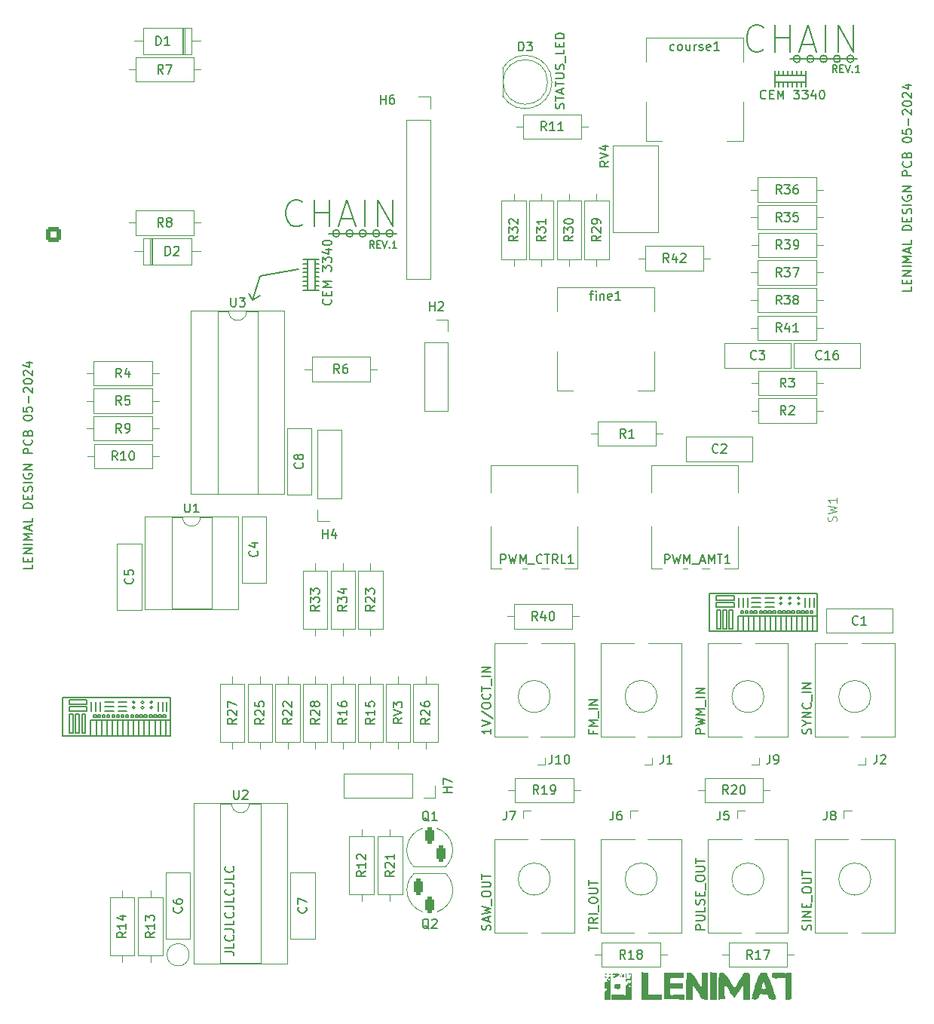
<source format=gto>
G04 #@! TF.GenerationSoftware,KiCad,Pcbnew,8.0.2-1*
G04 #@! TF.CreationDate,2024-06-17T09:11:19+02:00*
G04 #@! TF.ProjectId,3340,33333430-2e6b-4696-9361-645f70636258,rev?*
G04 #@! TF.SameCoordinates,Original*
G04 #@! TF.FileFunction,Legend,Top*
G04 #@! TF.FilePolarity,Positive*
%FSLAX46Y46*%
G04 Gerber Fmt 4.6, Leading zero omitted, Abs format (unit mm)*
G04 Created by KiCad (PCBNEW 8.0.2-1) date 2024-06-17 09:11:19*
%MOMM*%
%LPD*%
G01*
G04 APERTURE LIST*
G04 Aperture macros list*
%AMRoundRect*
0 Rectangle with rounded corners*
0 $1 Rounding radius*
0 $2 $3 $4 $5 $6 $7 $8 $9 X,Y pos of 4 corners*
0 Add a 4 corners polygon primitive as box body*
4,1,4,$2,$3,$4,$5,$6,$7,$8,$9,$2,$3,0*
0 Add four circle primitives for the rounded corners*
1,1,$1+$1,$2,$3*
1,1,$1+$1,$4,$5*
1,1,$1+$1,$6,$7*
1,1,$1+$1,$8,$9*
0 Add four rect primitives between the rounded corners*
20,1,$1+$1,$2,$3,$4,$5,0*
20,1,$1+$1,$4,$5,$6,$7,0*
20,1,$1+$1,$6,$7,$8,$9,0*
20,1,$1+$1,$8,$9,$2,$3,0*%
G04 Aperture macros list end*
%ADD10C,0.150000*%
%ADD11C,0.100000*%
%ADD12C,0.120000*%
%ADD13C,0.000000*%
%ADD14C,1.600000*%
%ADD15O,1.600000X1.600000*%
%ADD16C,2.850000*%
%ADD17O,4.000000X4.000000*%
%ADD18R,1.800000X1.800000*%
%ADD19C,1.800000*%
%ADD20R,2.200000X2.200000*%
%ADD21O,2.200000X2.200000*%
%ADD22C,3.240000*%
%ADD23R,2.400000X1.600000*%
%ADD24O,2.400000X1.600000*%
%ADD25R,1.930000X1.830000*%
%ADD26C,2.130000*%
%ADD27C,3.200000*%
%ADD28R,1.700000X1.700000*%
%ADD29O,1.700000X1.700000*%
%ADD30R,1.100000X1.800000*%
%ADD31RoundRect,0.275000X-0.275000X-0.625000X0.275000X-0.625000X0.275000X0.625000X-0.275000X0.625000X0*%
%ADD32RoundRect,0.275000X0.275000X0.625000X-0.275000X0.625000X-0.275000X-0.625000X0.275000X-0.625000X0*%
%ADD33C,1.440000*%
%ADD34C,2.000000*%
%ADD35R,1.200000X1.200000*%
%ADD36C,1.200000*%
%ADD37R,1.600000X1.600000*%
%ADD38RoundRect,0.250000X-0.600000X-0.600000X0.600000X-0.600000X0.600000X0.600000X-0.600000X0.600000X0*%
%ADD39C,1.700000*%
G04 APERTURE END LIST*
D10*
X82050000Y-78400000D02*
X82550000Y-78400000D01*
X65800000Y-128050000D02*
X66100000Y-128050000D01*
X66100000Y-128350000D01*
X65800000Y-128350000D01*
X65800000Y-128050000D01*
X139450000Y-114950000D02*
X139450000Y-115950000D01*
X139450000Y-114950000D01*
X136000000Y-55750000D02*
X136000000Y-56250000D01*
X135500000Y-55750000D02*
X135500000Y-56250000D01*
X82050000Y-79400000D02*
X82550000Y-79400000D01*
X66300000Y-128050000D02*
X66600000Y-128050000D01*
X66600000Y-128350000D01*
X66300000Y-128350000D01*
X66300000Y-128050000D01*
X63600000Y-130400000D02*
X63600000Y-128650000D01*
X60000000Y-128050000D02*
X60300000Y-128050000D01*
X60300000Y-128350000D01*
X60000000Y-128350000D01*
X60000000Y-128050000D01*
X92150000Y-74000000D02*
G75*
G02*
X91350000Y-74000000I-400000J0D01*
G01*
X91350000Y-74000000D02*
G75*
G02*
X92150000Y-74000000I400000J0D01*
G01*
X132700000Y-116350000D02*
X133000000Y-116350000D01*
X133000000Y-116650000D01*
X132700000Y-116650000D01*
X132700000Y-116350000D01*
X55750000Y-127150000D02*
X57750000Y-127150000D01*
X57750000Y-127650000D01*
X55750000Y-127650000D01*
X55750000Y-127150000D01*
X65141421Y-126650000D02*
G75*
G02*
X64858579Y-126650000I-141421J0D01*
G01*
X64858579Y-126650000D02*
G75*
G02*
X65141421Y-126650000I141421J0D01*
G01*
X138000000Y-55750000D02*
X138000000Y-56250000D01*
X65300000Y-128050000D02*
X65600000Y-128050000D01*
X65600000Y-128350000D01*
X65300000Y-128350000D01*
X65300000Y-128050000D01*
X82050000Y-76900000D02*
X82550000Y-76900000D01*
X134500000Y-118700000D02*
X134500000Y-116950000D01*
X138500000Y-116350000D02*
X138800000Y-116350000D01*
X138800000Y-116650000D01*
X138500000Y-116650000D01*
X138500000Y-116350000D01*
X63700000Y-128050000D02*
X64000000Y-128050000D01*
X64000000Y-128350000D01*
X63700000Y-128350000D01*
X63700000Y-128050000D01*
X135841421Y-115550000D02*
G75*
G02*
X135558579Y-115550000I-141421J0D01*
G01*
X135558579Y-115550000D02*
G75*
G02*
X135841421Y-115550000I141421J0D01*
G01*
X64800000Y-128050000D02*
X65100000Y-128050000D01*
X65100000Y-128350000D01*
X64800000Y-128350000D01*
X64800000Y-128050000D01*
X137000000Y-55750000D02*
X137000000Y-56250000D01*
X132450000Y-115950000D02*
X133450000Y-115950000D01*
X132450000Y-115950000D01*
X131200000Y-116350000D02*
X131500000Y-116350000D01*
X131500000Y-116650000D01*
X131200000Y-116650000D01*
X131200000Y-116350000D01*
X138950000Y-114950000D02*
X138950000Y-115950000D01*
X138950000Y-114950000D01*
X136500000Y-57050000D02*
X136500000Y-57550000D01*
X64141421Y-126650000D02*
G75*
G02*
X63858579Y-126650000I-141421J0D01*
G01*
X63858579Y-126650000D02*
G75*
G02*
X64141421Y-126650000I141421J0D01*
G01*
X135000000Y-56250000D02*
X138500000Y-56250000D01*
X138500000Y-57050000D01*
X135000000Y-57050000D01*
X135000000Y-56250000D01*
X134300000Y-116350000D02*
X134600000Y-116350000D01*
X134600000Y-116650000D01*
X134300000Y-116650000D01*
X134300000Y-116350000D01*
X139300000Y-118700000D02*
X139300000Y-116950000D01*
X135000000Y-55750000D02*
X135000000Y-56250000D01*
X59500000Y-128050000D02*
X59800000Y-128050000D01*
X59800000Y-128350000D01*
X59500000Y-128350000D01*
X59500000Y-128050000D01*
X129887300Y-116300000D02*
X130300000Y-116300000D01*
X130300000Y-118400000D01*
X129887300Y-118400000D01*
X129887300Y-116300000D01*
X60600000Y-128050000D02*
X60900000Y-128050000D01*
X60900000Y-128350000D01*
X60600000Y-128350000D01*
X60600000Y-128050000D01*
X137900000Y-54400000D02*
G75*
G02*
X137100000Y-54400000I-400000J0D01*
G01*
X137100000Y-54400000D02*
G75*
G02*
X137900000Y-54400000I400000J0D01*
G01*
X57187300Y-128000000D02*
X57600000Y-128000000D01*
X57600000Y-130100000D01*
X57187300Y-130100000D01*
X57187300Y-128000000D01*
X55000000Y-126150000D02*
X67100000Y-126150000D01*
X67100000Y-130400000D01*
X55000000Y-130400000D01*
X55000000Y-126150000D01*
X84950000Y-74000000D02*
X92550000Y-74000000D01*
X138000000Y-57050000D02*
X138000000Y-57550000D01*
X136000000Y-57050000D02*
X136000000Y-57550000D01*
X136841421Y-114950000D02*
G75*
G02*
X136558579Y-114950000I-141421J0D01*
G01*
X136558579Y-114950000D02*
G75*
G02*
X136841421Y-114950000I141421J0D01*
G01*
X87650000Y-74000000D02*
G75*
G02*
X86850000Y-74000000I-400000J0D01*
G01*
X86850000Y-74000000D02*
G75*
G02*
X87650000Y-74000000I400000J0D01*
G01*
X59750000Y-127650000D02*
X60750000Y-127650000D01*
X59750000Y-127650000D01*
X131700000Y-116350000D02*
X132000000Y-116350000D01*
X132000000Y-116650000D01*
X131700000Y-116650000D01*
X131700000Y-116350000D01*
X133800000Y-116350000D02*
X134100000Y-116350000D01*
X134100000Y-116650000D01*
X133800000Y-116650000D01*
X133800000Y-116350000D01*
X135500000Y-57050000D02*
X135500000Y-57550000D01*
X135000000Y-57050000D02*
X135000000Y-57550000D01*
X76400000Y-81500000D02*
X77200000Y-81000000D01*
X64200000Y-128050000D02*
X64500000Y-128050000D01*
X64500000Y-128350000D01*
X64200000Y-128350000D01*
X64200000Y-128050000D01*
X136500000Y-55750000D02*
X136500000Y-56250000D01*
X143900000Y-54400000D02*
G75*
G02*
X143100000Y-54400000I-400000J0D01*
G01*
X143100000Y-54400000D02*
G75*
G02*
X143900000Y-54400000I400000J0D01*
G01*
X59400000Y-130400000D02*
X59400000Y-128650000D01*
X62400000Y-130400000D02*
X62400000Y-128650000D01*
X136841421Y-115550000D02*
G75*
G02*
X136558579Y-115550000I-141421J0D01*
G01*
X136558579Y-115550000D02*
G75*
G02*
X136841421Y-115550000I141421J0D01*
G01*
X61250000Y-127650000D02*
X62250000Y-127650000D01*
X61250000Y-127650000D01*
X136900000Y-116350000D02*
X137200000Y-116350000D01*
X137200000Y-116650000D01*
X136900000Y-116650000D01*
X136900000Y-116350000D01*
X135900000Y-116350000D02*
X136200000Y-116350000D01*
X136200000Y-116650000D01*
X135900000Y-116650000D01*
X135900000Y-116350000D01*
X58800000Y-130400000D02*
X58800000Y-128650000D01*
X136700000Y-54400000D02*
X144300000Y-54400000D01*
X64800000Y-130400000D02*
X64800000Y-128650000D01*
X128500000Y-116300000D02*
X128912700Y-116300000D01*
X128912700Y-118400000D01*
X128500000Y-118400000D01*
X128500000Y-116300000D01*
X140900000Y-54400000D02*
G75*
G02*
X140100000Y-54400000I-400000J0D01*
G01*
X140100000Y-54400000D02*
G75*
G02*
X140900000Y-54400000I400000J0D01*
G01*
X135700000Y-118700000D02*
X135700000Y-116950000D01*
X63141421Y-126650000D02*
G75*
G02*
X62858579Y-126650000I-141421J0D01*
G01*
X62858579Y-126650000D02*
G75*
G02*
X63141421Y-126650000I141421J0D01*
G01*
X58200000Y-128650000D02*
X67100000Y-128650000D01*
X67100000Y-130400000D01*
X58200000Y-130400000D01*
X58200000Y-128650000D01*
X83350000Y-76900000D02*
X83850000Y-76900000D01*
X131500000Y-118700000D02*
X131500000Y-116950000D01*
X137841421Y-114950000D02*
G75*
G02*
X137558579Y-114950000I-141421J0D01*
G01*
X137558579Y-114950000D02*
G75*
G02*
X137841421Y-114950000I141421J0D01*
G01*
X83350000Y-77400000D02*
X83850000Y-77400000D01*
X138500000Y-57050000D02*
X138500000Y-57550000D01*
X61250000Y-126650000D02*
X62250000Y-126650000D01*
X61250000Y-126650000D01*
X60000000Y-130400000D02*
X60000000Y-128650000D01*
X83350000Y-80400000D02*
X83850000Y-80400000D01*
X133950000Y-115450000D02*
X134950000Y-115450000D01*
X133950000Y-115450000D01*
X60600000Y-130400000D02*
X60600000Y-128650000D01*
X137500000Y-118700000D02*
X137500000Y-116950000D01*
X133300000Y-116350000D02*
X133600000Y-116350000D01*
X133600000Y-116650000D01*
X133300000Y-116650000D01*
X133300000Y-116350000D01*
X132100000Y-118700000D02*
X132100000Y-116950000D01*
X82050000Y-77400000D02*
X82550000Y-77400000D01*
X63000000Y-130400000D02*
X63000000Y-128650000D01*
X142400000Y-54400000D02*
G75*
G02*
X141600000Y-54400000I-400000J0D01*
G01*
X141600000Y-54400000D02*
G75*
G02*
X142400000Y-54400000I400000J0D01*
G01*
X138000000Y-55750000D02*
X138000000Y-56250000D01*
X131450000Y-114950000D02*
X131450000Y-115950000D01*
X131450000Y-114950000D01*
X82050000Y-78900000D02*
X82550000Y-78900000D01*
X132450000Y-114950000D02*
X133450000Y-114950000D01*
X132450000Y-114950000D01*
X64200000Y-130400000D02*
X64200000Y-128650000D01*
X138500000Y-55750000D02*
X138500000Y-56250000D01*
X62100000Y-128050000D02*
X62400000Y-128050000D01*
X62400000Y-128350000D01*
X62100000Y-128350000D01*
X62100000Y-128050000D01*
X82050000Y-79900000D02*
X82550000Y-79900000D01*
X132200000Y-116350000D02*
X132500000Y-116350000D01*
X132500000Y-116650000D01*
X132200000Y-116650000D01*
X132200000Y-116350000D01*
X137841421Y-115550000D02*
G75*
G02*
X137558579Y-115550000I-141421J0D01*
G01*
X137558579Y-115550000D02*
G75*
G02*
X137841421Y-115550000I141421J0D01*
G01*
X133900000Y-118700000D02*
X133900000Y-116950000D01*
X65141421Y-127250000D02*
G75*
G02*
X64858579Y-127250000I-141421J0D01*
G01*
X64858579Y-127250000D02*
G75*
G02*
X65141421Y-127250000I141421J0D01*
G01*
X83350000Y-79900000D02*
X83850000Y-79900000D01*
X138450000Y-114950000D02*
X138450000Y-115950000D01*
X138450000Y-114950000D01*
X58750000Y-126650000D02*
X58750000Y-127650000D01*
X58750000Y-126650000D01*
X65750000Y-126650000D02*
X65750000Y-127650000D01*
X65750000Y-126650000D01*
X58250000Y-126650000D02*
X58250000Y-127650000D01*
X58250000Y-126650000D01*
X136900000Y-118700000D02*
X136900000Y-116950000D01*
X138000000Y-116350000D02*
X138300000Y-116350000D01*
X138300000Y-116650000D01*
X138000000Y-116650000D01*
X138000000Y-116350000D01*
X128450000Y-115450000D02*
X130450000Y-115450000D01*
X130450000Y-115950000D01*
X128450000Y-115950000D01*
X128450000Y-115450000D01*
X58500000Y-128050000D02*
X58800000Y-128050000D01*
X58800000Y-128350000D01*
X58500000Y-128350000D01*
X58500000Y-128050000D01*
X138700000Y-118700000D02*
X138700000Y-116950000D01*
X130950000Y-114950000D02*
X130950000Y-115950000D01*
X130950000Y-114950000D01*
X89150000Y-74000000D02*
G75*
G02*
X88350000Y-74000000I-400000J0D01*
G01*
X88350000Y-74000000D02*
G75*
G02*
X89150000Y-74000000I400000J0D01*
G01*
X133950000Y-114950000D02*
X134950000Y-114950000D01*
X133950000Y-114950000D01*
X64141421Y-127250000D02*
G75*
G02*
X63858579Y-127250000I-141421J0D01*
G01*
X63858579Y-127250000D02*
G75*
G02*
X64141421Y-127250000I141421J0D01*
G01*
X82550000Y-76900000D02*
X83350000Y-76900000D01*
X83350000Y-80400000D01*
X82550000Y-80400000D01*
X82550000Y-76900000D01*
X127700000Y-114450000D02*
X139800000Y-114450000D01*
X139800000Y-118700000D01*
X127700000Y-118700000D01*
X127700000Y-114450000D01*
X55800000Y-128000000D02*
X56212700Y-128000000D01*
X56212700Y-130100000D01*
X55800000Y-130100000D01*
X55800000Y-128000000D01*
X82050000Y-77400000D02*
X82550000Y-77400000D01*
X66250000Y-126650000D02*
X66250000Y-127650000D01*
X66250000Y-126650000D01*
X132450000Y-115450000D02*
X133450000Y-115450000D01*
X132450000Y-115450000D01*
X136300000Y-118700000D02*
X136300000Y-116950000D01*
X65400000Y-130400000D02*
X65400000Y-128650000D01*
X86150000Y-74000000D02*
G75*
G02*
X85350000Y-74000000I-400000J0D01*
G01*
X85350000Y-74000000D02*
G75*
G02*
X86150000Y-74000000I400000J0D01*
G01*
X131950000Y-114950000D02*
X131950000Y-115950000D01*
X131950000Y-114950000D01*
X59750000Y-127150000D02*
X60750000Y-127150000D01*
X59750000Y-127150000D01*
X83350000Y-79400000D02*
X83850000Y-79400000D01*
X76400000Y-81500000D02*
X75900000Y-80700000D01*
X81500000Y-78000000D02*
X77200000Y-78800000D01*
X137000000Y-57050000D02*
X137000000Y-57550000D01*
X137500000Y-57050000D02*
X137500000Y-57550000D01*
X137500000Y-55750000D02*
X137500000Y-56250000D01*
X66600000Y-130400000D02*
X66600000Y-128650000D01*
X59250000Y-126650000D02*
X59250000Y-127650000D01*
X59250000Y-126650000D01*
X138100000Y-118700000D02*
X138100000Y-116950000D01*
X63200000Y-128050000D02*
X63500000Y-128050000D01*
X63500000Y-128350000D01*
X63200000Y-128350000D01*
X63200000Y-128050000D01*
X66000000Y-130400000D02*
X66000000Y-128650000D01*
X56500000Y-128000000D02*
X56912700Y-128000000D01*
X56912700Y-130100000D01*
X56500000Y-130100000D01*
X56500000Y-128000000D01*
X61100000Y-128050000D02*
X61400000Y-128050000D01*
X61400000Y-128350000D01*
X61100000Y-128350000D01*
X61100000Y-128050000D01*
X139000000Y-116350000D02*
X139300000Y-116350000D01*
X139300000Y-116650000D01*
X139000000Y-116650000D01*
X139000000Y-116350000D01*
X55750000Y-126400000D02*
X57750000Y-126400000D01*
X57750000Y-126900000D01*
X55750000Y-126900000D01*
X55750000Y-126400000D01*
X135841421Y-114950000D02*
G75*
G02*
X135558579Y-114950000I-141421J0D01*
G01*
X135558579Y-114950000D02*
G75*
G02*
X135841421Y-114950000I141421J0D01*
G01*
X135100000Y-118700000D02*
X135100000Y-116950000D01*
X133300000Y-118700000D02*
X133300000Y-116950000D01*
X83350000Y-78900000D02*
X83850000Y-78900000D01*
X63141421Y-127250000D02*
G75*
G02*
X62858579Y-127250000I-141421J0D01*
G01*
X62858579Y-127250000D02*
G75*
G02*
X63141421Y-127250000I141421J0D01*
G01*
X137500000Y-116350000D02*
X137800000Y-116350000D01*
X137800000Y-116650000D01*
X137500000Y-116650000D01*
X137500000Y-116350000D01*
X83350000Y-77900000D02*
X83850000Y-77900000D01*
X59750000Y-126650000D02*
X60750000Y-126650000D01*
X59750000Y-126650000D01*
X66750000Y-126650000D02*
X66750000Y-127650000D01*
X66750000Y-126650000D01*
X62700000Y-128050000D02*
X63000000Y-128050000D01*
X63000000Y-128350000D01*
X62700000Y-128350000D01*
X62700000Y-128050000D01*
X77200000Y-78800000D02*
X76400000Y-81500000D01*
X129200000Y-116300000D02*
X129612700Y-116300000D01*
X129612700Y-118400000D01*
X129200000Y-118400000D01*
X129200000Y-116300000D01*
X133950000Y-115950000D02*
X134950000Y-115950000D01*
X133950000Y-115950000D01*
X136400000Y-116350000D02*
X136700000Y-116350000D01*
X136700000Y-116650000D01*
X136400000Y-116650000D01*
X136400000Y-116350000D01*
X132700000Y-118700000D02*
X132700000Y-116950000D01*
X83350000Y-77400000D02*
X83850000Y-77400000D01*
X135400000Y-116350000D02*
X135700000Y-116350000D01*
X135700000Y-116650000D01*
X135400000Y-116650000D01*
X135400000Y-116350000D01*
X90650000Y-74000000D02*
G75*
G02*
X89850000Y-74000000I-400000J0D01*
G01*
X89850000Y-74000000D02*
G75*
G02*
X90650000Y-74000000I400000J0D01*
G01*
X138000000Y-57050000D02*
X138000000Y-57550000D01*
X59000000Y-128050000D02*
X59300000Y-128050000D01*
X59300000Y-128350000D01*
X59000000Y-128350000D01*
X59000000Y-128050000D01*
X139400000Y-54400000D02*
G75*
G02*
X138600000Y-54400000I-400000J0D01*
G01*
X138600000Y-54400000D02*
G75*
G02*
X139400000Y-54400000I400000J0D01*
G01*
X82050000Y-80400000D02*
X82550000Y-80400000D01*
X61250000Y-127150000D02*
X62250000Y-127150000D01*
X61250000Y-127150000D01*
X61800000Y-130400000D02*
X61800000Y-128650000D01*
X82050000Y-77900000D02*
X82550000Y-77900000D01*
X128450000Y-114700000D02*
X130450000Y-114700000D01*
X130450000Y-115200000D01*
X128450000Y-115200000D01*
X128450000Y-114700000D01*
X61600000Y-128050000D02*
X61900000Y-128050000D01*
X61900000Y-128350000D01*
X61600000Y-128350000D01*
X61600000Y-128050000D01*
X83350000Y-78400000D02*
X83850000Y-78400000D01*
X130900000Y-116950000D02*
X139800000Y-116950000D01*
X139800000Y-118700000D01*
X130900000Y-118700000D01*
X130900000Y-116950000D01*
X134800000Y-116350000D02*
X135100000Y-116350000D01*
X135100000Y-116650000D01*
X134800000Y-116650000D01*
X134800000Y-116350000D01*
X61200000Y-130400000D02*
X61200000Y-128650000D01*
X103072200Y-152210839D02*
X103119819Y-152067982D01*
X103119819Y-152067982D02*
X103119819Y-151829887D01*
X103119819Y-151829887D02*
X103072200Y-151734649D01*
X103072200Y-151734649D02*
X103024580Y-151687030D01*
X103024580Y-151687030D02*
X102929342Y-151639411D01*
X102929342Y-151639411D02*
X102834104Y-151639411D01*
X102834104Y-151639411D02*
X102738866Y-151687030D01*
X102738866Y-151687030D02*
X102691247Y-151734649D01*
X102691247Y-151734649D02*
X102643628Y-151829887D01*
X102643628Y-151829887D02*
X102596009Y-152020363D01*
X102596009Y-152020363D02*
X102548390Y-152115601D01*
X102548390Y-152115601D02*
X102500771Y-152163220D01*
X102500771Y-152163220D02*
X102405533Y-152210839D01*
X102405533Y-152210839D02*
X102310295Y-152210839D01*
X102310295Y-152210839D02*
X102215057Y-152163220D01*
X102215057Y-152163220D02*
X102167438Y-152115601D01*
X102167438Y-152115601D02*
X102119819Y-152020363D01*
X102119819Y-152020363D02*
X102119819Y-151782268D01*
X102119819Y-151782268D02*
X102167438Y-151639411D01*
X102834104Y-151258458D02*
X102834104Y-150782268D01*
X103119819Y-151353696D02*
X102119819Y-151020363D01*
X102119819Y-151020363D02*
X103119819Y-150687030D01*
X102119819Y-150448934D02*
X103119819Y-150210839D01*
X103119819Y-150210839D02*
X102405533Y-150020363D01*
X102405533Y-150020363D02*
X103119819Y-149829887D01*
X103119819Y-149829887D02*
X102119819Y-149591792D01*
X103215057Y-149448935D02*
X103215057Y-148687030D01*
X102119819Y-148258458D02*
X102119819Y-148067982D01*
X102119819Y-148067982D02*
X102167438Y-147972744D01*
X102167438Y-147972744D02*
X102262676Y-147877506D01*
X102262676Y-147877506D02*
X102453152Y-147829887D01*
X102453152Y-147829887D02*
X102786485Y-147829887D01*
X102786485Y-147829887D02*
X102976961Y-147877506D01*
X102976961Y-147877506D02*
X103072200Y-147972744D01*
X103072200Y-147972744D02*
X103119819Y-148067982D01*
X103119819Y-148067982D02*
X103119819Y-148258458D01*
X103119819Y-148258458D02*
X103072200Y-148353696D01*
X103072200Y-148353696D02*
X102976961Y-148448934D01*
X102976961Y-148448934D02*
X102786485Y-148496553D01*
X102786485Y-148496553D02*
X102453152Y-148496553D01*
X102453152Y-148496553D02*
X102262676Y-148448934D01*
X102262676Y-148448934D02*
X102167438Y-148353696D01*
X102167438Y-148353696D02*
X102119819Y-148258458D01*
X102119819Y-147401315D02*
X102929342Y-147401315D01*
X102929342Y-147401315D02*
X103024580Y-147353696D01*
X103024580Y-147353696D02*
X103072200Y-147306077D01*
X103072200Y-147306077D02*
X103119819Y-147210839D01*
X103119819Y-147210839D02*
X103119819Y-147020363D01*
X103119819Y-147020363D02*
X103072200Y-146925125D01*
X103072200Y-146925125D02*
X103024580Y-146877506D01*
X103024580Y-146877506D02*
X102929342Y-146829887D01*
X102929342Y-146829887D02*
X102119819Y-146829887D01*
X102119819Y-146496553D02*
X102119819Y-145925125D01*
X103119819Y-146210839D02*
X102119819Y-146210839D01*
X103119819Y-129639411D02*
X103119819Y-130210839D01*
X103119819Y-129925125D02*
X102119819Y-129925125D01*
X102119819Y-129925125D02*
X102262676Y-130020363D01*
X102262676Y-130020363D02*
X102357914Y-130115601D01*
X102357914Y-130115601D02*
X102405533Y-130210839D01*
X102119819Y-129353696D02*
X103119819Y-129020363D01*
X103119819Y-129020363D02*
X102119819Y-128687030D01*
X102072200Y-127639411D02*
X103357914Y-128496553D01*
X102119819Y-127115601D02*
X102119819Y-126925125D01*
X102119819Y-126925125D02*
X102167438Y-126829887D01*
X102167438Y-126829887D02*
X102262676Y-126734649D01*
X102262676Y-126734649D02*
X102453152Y-126687030D01*
X102453152Y-126687030D02*
X102786485Y-126687030D01*
X102786485Y-126687030D02*
X102976961Y-126734649D01*
X102976961Y-126734649D02*
X103072200Y-126829887D01*
X103072200Y-126829887D02*
X103119819Y-126925125D01*
X103119819Y-126925125D02*
X103119819Y-127115601D01*
X103119819Y-127115601D02*
X103072200Y-127210839D01*
X103072200Y-127210839D02*
X102976961Y-127306077D01*
X102976961Y-127306077D02*
X102786485Y-127353696D01*
X102786485Y-127353696D02*
X102453152Y-127353696D01*
X102453152Y-127353696D02*
X102262676Y-127306077D01*
X102262676Y-127306077D02*
X102167438Y-127210839D01*
X102167438Y-127210839D02*
X102119819Y-127115601D01*
X103024580Y-125687030D02*
X103072200Y-125734649D01*
X103072200Y-125734649D02*
X103119819Y-125877506D01*
X103119819Y-125877506D02*
X103119819Y-125972744D01*
X103119819Y-125972744D02*
X103072200Y-126115601D01*
X103072200Y-126115601D02*
X102976961Y-126210839D01*
X102976961Y-126210839D02*
X102881723Y-126258458D01*
X102881723Y-126258458D02*
X102691247Y-126306077D01*
X102691247Y-126306077D02*
X102548390Y-126306077D01*
X102548390Y-126306077D02*
X102357914Y-126258458D01*
X102357914Y-126258458D02*
X102262676Y-126210839D01*
X102262676Y-126210839D02*
X102167438Y-126115601D01*
X102167438Y-126115601D02*
X102119819Y-125972744D01*
X102119819Y-125972744D02*
X102119819Y-125877506D01*
X102119819Y-125877506D02*
X102167438Y-125734649D01*
X102167438Y-125734649D02*
X102215057Y-125687030D01*
X102119819Y-125401315D02*
X102119819Y-124829887D01*
X103119819Y-125115601D02*
X102119819Y-125115601D01*
X103215057Y-124734649D02*
X103215057Y-123972744D01*
X103119819Y-123734648D02*
X102119819Y-123734648D01*
X103119819Y-123258458D02*
X102119819Y-123258458D01*
X102119819Y-123258458D02*
X103119819Y-122687030D01*
X103119819Y-122687030D02*
X102119819Y-122687030D01*
X85124580Y-81391792D02*
X85172200Y-81439411D01*
X85172200Y-81439411D02*
X85219819Y-81582268D01*
X85219819Y-81582268D02*
X85219819Y-81677506D01*
X85219819Y-81677506D02*
X85172200Y-81820363D01*
X85172200Y-81820363D02*
X85076961Y-81915601D01*
X85076961Y-81915601D02*
X84981723Y-81963220D01*
X84981723Y-81963220D02*
X84791247Y-82010839D01*
X84791247Y-82010839D02*
X84648390Y-82010839D01*
X84648390Y-82010839D02*
X84457914Y-81963220D01*
X84457914Y-81963220D02*
X84362676Y-81915601D01*
X84362676Y-81915601D02*
X84267438Y-81820363D01*
X84267438Y-81820363D02*
X84219819Y-81677506D01*
X84219819Y-81677506D02*
X84219819Y-81582268D01*
X84219819Y-81582268D02*
X84267438Y-81439411D01*
X84267438Y-81439411D02*
X84315057Y-81391792D01*
X84696009Y-80963220D02*
X84696009Y-80629887D01*
X85219819Y-80487030D02*
X85219819Y-80963220D01*
X85219819Y-80963220D02*
X84219819Y-80963220D01*
X84219819Y-80963220D02*
X84219819Y-80487030D01*
X85219819Y-80058458D02*
X84219819Y-80058458D01*
X84219819Y-80058458D02*
X84934104Y-79725125D01*
X84934104Y-79725125D02*
X84219819Y-79391792D01*
X84219819Y-79391792D02*
X85219819Y-79391792D01*
X84219819Y-78248934D02*
X84219819Y-77629887D01*
X84219819Y-77629887D02*
X84600771Y-77963220D01*
X84600771Y-77963220D02*
X84600771Y-77820363D01*
X84600771Y-77820363D02*
X84648390Y-77725125D01*
X84648390Y-77725125D02*
X84696009Y-77677506D01*
X84696009Y-77677506D02*
X84791247Y-77629887D01*
X84791247Y-77629887D02*
X85029342Y-77629887D01*
X85029342Y-77629887D02*
X85124580Y-77677506D01*
X85124580Y-77677506D02*
X85172200Y-77725125D01*
X85172200Y-77725125D02*
X85219819Y-77820363D01*
X85219819Y-77820363D02*
X85219819Y-78106077D01*
X85219819Y-78106077D02*
X85172200Y-78201315D01*
X85172200Y-78201315D02*
X85124580Y-78248934D01*
X84219819Y-77296553D02*
X84219819Y-76677506D01*
X84219819Y-76677506D02*
X84600771Y-77010839D01*
X84600771Y-77010839D02*
X84600771Y-76867982D01*
X84600771Y-76867982D02*
X84648390Y-76772744D01*
X84648390Y-76772744D02*
X84696009Y-76725125D01*
X84696009Y-76725125D02*
X84791247Y-76677506D01*
X84791247Y-76677506D02*
X85029342Y-76677506D01*
X85029342Y-76677506D02*
X85124580Y-76725125D01*
X85124580Y-76725125D02*
X85172200Y-76772744D01*
X85172200Y-76772744D02*
X85219819Y-76867982D01*
X85219819Y-76867982D02*
X85219819Y-77153696D01*
X85219819Y-77153696D02*
X85172200Y-77248934D01*
X85172200Y-77248934D02*
X85124580Y-77296553D01*
X84553152Y-75820363D02*
X85219819Y-75820363D01*
X84172200Y-76058458D02*
X84886485Y-76296553D01*
X84886485Y-76296553D02*
X84886485Y-75677506D01*
X84219819Y-75106077D02*
X84219819Y-75010839D01*
X84219819Y-75010839D02*
X84267438Y-74915601D01*
X84267438Y-74915601D02*
X84315057Y-74867982D01*
X84315057Y-74867982D02*
X84410295Y-74820363D01*
X84410295Y-74820363D02*
X84600771Y-74772744D01*
X84600771Y-74772744D02*
X84838866Y-74772744D01*
X84838866Y-74772744D02*
X85029342Y-74820363D01*
X85029342Y-74820363D02*
X85124580Y-74867982D01*
X85124580Y-74867982D02*
X85172200Y-74915601D01*
X85172200Y-74915601D02*
X85219819Y-75010839D01*
X85219819Y-75010839D02*
X85219819Y-75106077D01*
X85219819Y-75106077D02*
X85172200Y-75201315D01*
X85172200Y-75201315D02*
X85124580Y-75248934D01*
X85124580Y-75248934D02*
X85029342Y-75296553D01*
X85029342Y-75296553D02*
X84838866Y-75344172D01*
X84838866Y-75344172D02*
X84600771Y-75344172D01*
X84600771Y-75344172D02*
X84410295Y-75296553D01*
X84410295Y-75296553D02*
X84315057Y-75248934D01*
X84315057Y-75248934D02*
X84267438Y-75201315D01*
X84267438Y-75201315D02*
X84219819Y-75106077D01*
X89996303Y-75644295D02*
X89729636Y-75263342D01*
X89539160Y-75644295D02*
X89539160Y-74844295D01*
X89539160Y-74844295D02*
X89843922Y-74844295D01*
X89843922Y-74844295D02*
X89920112Y-74882390D01*
X89920112Y-74882390D02*
X89958207Y-74920485D01*
X89958207Y-74920485D02*
X89996303Y-74996676D01*
X89996303Y-74996676D02*
X89996303Y-75110961D01*
X89996303Y-75110961D02*
X89958207Y-75187152D01*
X89958207Y-75187152D02*
X89920112Y-75225247D01*
X89920112Y-75225247D02*
X89843922Y-75263342D01*
X89843922Y-75263342D02*
X89539160Y-75263342D01*
X90339160Y-75225247D02*
X90605826Y-75225247D01*
X90720112Y-75644295D02*
X90339160Y-75644295D01*
X90339160Y-75644295D02*
X90339160Y-74844295D01*
X90339160Y-74844295D02*
X90720112Y-74844295D01*
X90948684Y-74844295D02*
X91215351Y-75644295D01*
X91215351Y-75644295D02*
X91482017Y-74844295D01*
X91748684Y-75568104D02*
X91786779Y-75606200D01*
X91786779Y-75606200D02*
X91748684Y-75644295D01*
X91748684Y-75644295D02*
X91710588Y-75606200D01*
X91710588Y-75606200D02*
X91748684Y-75568104D01*
X91748684Y-75568104D02*
X91748684Y-75644295D01*
X92548683Y-75644295D02*
X92091540Y-75644295D01*
X92320112Y-75644295D02*
X92320112Y-74844295D01*
X92320112Y-74844295D02*
X92243921Y-74958580D01*
X92243921Y-74958580D02*
X92167731Y-75034771D01*
X92167731Y-75034771D02*
X92091540Y-75072866D01*
X81977255Y-72939342D02*
X81834398Y-73082200D01*
X81834398Y-73082200D02*
X81405826Y-73225057D01*
X81405826Y-73225057D02*
X81120112Y-73225057D01*
X81120112Y-73225057D02*
X80691541Y-73082200D01*
X80691541Y-73082200D02*
X80405826Y-72796485D01*
X80405826Y-72796485D02*
X80262969Y-72510771D01*
X80262969Y-72510771D02*
X80120112Y-71939342D01*
X80120112Y-71939342D02*
X80120112Y-71510771D01*
X80120112Y-71510771D02*
X80262969Y-70939342D01*
X80262969Y-70939342D02*
X80405826Y-70653628D01*
X80405826Y-70653628D02*
X80691541Y-70367914D01*
X80691541Y-70367914D02*
X81120112Y-70225057D01*
X81120112Y-70225057D02*
X81405826Y-70225057D01*
X81405826Y-70225057D02*
X81834398Y-70367914D01*
X81834398Y-70367914D02*
X81977255Y-70510771D01*
X83262969Y-73225057D02*
X83262969Y-70225057D01*
X83262969Y-71653628D02*
X84977255Y-71653628D01*
X84977255Y-73225057D02*
X84977255Y-70225057D01*
X86262969Y-72367914D02*
X87691541Y-72367914D01*
X85977255Y-73225057D02*
X86977255Y-70225057D01*
X86977255Y-70225057D02*
X87977255Y-73225057D01*
X88977255Y-73225057D02*
X88977255Y-70225057D01*
X90405826Y-73225057D02*
X90405826Y-70225057D01*
X90405826Y-70225057D02*
X92120112Y-73225057D01*
X92120112Y-73225057D02*
X92120112Y-70225057D01*
X51619819Y-111187030D02*
X51619819Y-111663220D01*
X51619819Y-111663220D02*
X50619819Y-111663220D01*
X51096009Y-110853696D02*
X51096009Y-110520363D01*
X51619819Y-110377506D02*
X51619819Y-110853696D01*
X51619819Y-110853696D02*
X50619819Y-110853696D01*
X50619819Y-110853696D02*
X50619819Y-110377506D01*
X51619819Y-109948934D02*
X50619819Y-109948934D01*
X50619819Y-109948934D02*
X51619819Y-109377506D01*
X51619819Y-109377506D02*
X50619819Y-109377506D01*
X51619819Y-108901315D02*
X50619819Y-108901315D01*
X51619819Y-108425125D02*
X50619819Y-108425125D01*
X50619819Y-108425125D02*
X51334104Y-108091792D01*
X51334104Y-108091792D02*
X50619819Y-107758459D01*
X50619819Y-107758459D02*
X51619819Y-107758459D01*
X51334104Y-107329887D02*
X51334104Y-106853697D01*
X51619819Y-107425125D02*
X50619819Y-107091792D01*
X50619819Y-107091792D02*
X51619819Y-106758459D01*
X51619819Y-105948935D02*
X51619819Y-106425125D01*
X51619819Y-106425125D02*
X50619819Y-106425125D01*
X51619819Y-104853696D02*
X50619819Y-104853696D01*
X50619819Y-104853696D02*
X50619819Y-104615601D01*
X50619819Y-104615601D02*
X50667438Y-104472744D01*
X50667438Y-104472744D02*
X50762676Y-104377506D01*
X50762676Y-104377506D02*
X50857914Y-104329887D01*
X50857914Y-104329887D02*
X51048390Y-104282268D01*
X51048390Y-104282268D02*
X51191247Y-104282268D01*
X51191247Y-104282268D02*
X51381723Y-104329887D01*
X51381723Y-104329887D02*
X51476961Y-104377506D01*
X51476961Y-104377506D02*
X51572200Y-104472744D01*
X51572200Y-104472744D02*
X51619819Y-104615601D01*
X51619819Y-104615601D02*
X51619819Y-104853696D01*
X51096009Y-103853696D02*
X51096009Y-103520363D01*
X51619819Y-103377506D02*
X51619819Y-103853696D01*
X51619819Y-103853696D02*
X50619819Y-103853696D01*
X50619819Y-103853696D02*
X50619819Y-103377506D01*
X51572200Y-102996553D02*
X51619819Y-102853696D01*
X51619819Y-102853696D02*
X51619819Y-102615601D01*
X51619819Y-102615601D02*
X51572200Y-102520363D01*
X51572200Y-102520363D02*
X51524580Y-102472744D01*
X51524580Y-102472744D02*
X51429342Y-102425125D01*
X51429342Y-102425125D02*
X51334104Y-102425125D01*
X51334104Y-102425125D02*
X51238866Y-102472744D01*
X51238866Y-102472744D02*
X51191247Y-102520363D01*
X51191247Y-102520363D02*
X51143628Y-102615601D01*
X51143628Y-102615601D02*
X51096009Y-102806077D01*
X51096009Y-102806077D02*
X51048390Y-102901315D01*
X51048390Y-102901315D02*
X51000771Y-102948934D01*
X51000771Y-102948934D02*
X50905533Y-102996553D01*
X50905533Y-102996553D02*
X50810295Y-102996553D01*
X50810295Y-102996553D02*
X50715057Y-102948934D01*
X50715057Y-102948934D02*
X50667438Y-102901315D01*
X50667438Y-102901315D02*
X50619819Y-102806077D01*
X50619819Y-102806077D02*
X50619819Y-102567982D01*
X50619819Y-102567982D02*
X50667438Y-102425125D01*
X51619819Y-101996553D02*
X50619819Y-101996553D01*
X50667438Y-100996554D02*
X50619819Y-101091792D01*
X50619819Y-101091792D02*
X50619819Y-101234649D01*
X50619819Y-101234649D02*
X50667438Y-101377506D01*
X50667438Y-101377506D02*
X50762676Y-101472744D01*
X50762676Y-101472744D02*
X50857914Y-101520363D01*
X50857914Y-101520363D02*
X51048390Y-101567982D01*
X51048390Y-101567982D02*
X51191247Y-101567982D01*
X51191247Y-101567982D02*
X51381723Y-101520363D01*
X51381723Y-101520363D02*
X51476961Y-101472744D01*
X51476961Y-101472744D02*
X51572200Y-101377506D01*
X51572200Y-101377506D02*
X51619819Y-101234649D01*
X51619819Y-101234649D02*
X51619819Y-101139411D01*
X51619819Y-101139411D02*
X51572200Y-100996554D01*
X51572200Y-100996554D02*
X51524580Y-100948935D01*
X51524580Y-100948935D02*
X51191247Y-100948935D01*
X51191247Y-100948935D02*
X51191247Y-101139411D01*
X51619819Y-100520363D02*
X50619819Y-100520363D01*
X50619819Y-100520363D02*
X51619819Y-99948935D01*
X51619819Y-99948935D02*
X50619819Y-99948935D01*
X51619819Y-98710839D02*
X50619819Y-98710839D01*
X50619819Y-98710839D02*
X50619819Y-98329887D01*
X50619819Y-98329887D02*
X50667438Y-98234649D01*
X50667438Y-98234649D02*
X50715057Y-98187030D01*
X50715057Y-98187030D02*
X50810295Y-98139411D01*
X50810295Y-98139411D02*
X50953152Y-98139411D01*
X50953152Y-98139411D02*
X51048390Y-98187030D01*
X51048390Y-98187030D02*
X51096009Y-98234649D01*
X51096009Y-98234649D02*
X51143628Y-98329887D01*
X51143628Y-98329887D02*
X51143628Y-98710839D01*
X51524580Y-97139411D02*
X51572200Y-97187030D01*
X51572200Y-97187030D02*
X51619819Y-97329887D01*
X51619819Y-97329887D02*
X51619819Y-97425125D01*
X51619819Y-97425125D02*
X51572200Y-97567982D01*
X51572200Y-97567982D02*
X51476961Y-97663220D01*
X51476961Y-97663220D02*
X51381723Y-97710839D01*
X51381723Y-97710839D02*
X51191247Y-97758458D01*
X51191247Y-97758458D02*
X51048390Y-97758458D01*
X51048390Y-97758458D02*
X50857914Y-97710839D01*
X50857914Y-97710839D02*
X50762676Y-97663220D01*
X50762676Y-97663220D02*
X50667438Y-97567982D01*
X50667438Y-97567982D02*
X50619819Y-97425125D01*
X50619819Y-97425125D02*
X50619819Y-97329887D01*
X50619819Y-97329887D02*
X50667438Y-97187030D01*
X50667438Y-97187030D02*
X50715057Y-97139411D01*
X51096009Y-96377506D02*
X51143628Y-96234649D01*
X51143628Y-96234649D02*
X51191247Y-96187030D01*
X51191247Y-96187030D02*
X51286485Y-96139411D01*
X51286485Y-96139411D02*
X51429342Y-96139411D01*
X51429342Y-96139411D02*
X51524580Y-96187030D01*
X51524580Y-96187030D02*
X51572200Y-96234649D01*
X51572200Y-96234649D02*
X51619819Y-96329887D01*
X51619819Y-96329887D02*
X51619819Y-96710839D01*
X51619819Y-96710839D02*
X50619819Y-96710839D01*
X50619819Y-96710839D02*
X50619819Y-96377506D01*
X50619819Y-96377506D02*
X50667438Y-96282268D01*
X50667438Y-96282268D02*
X50715057Y-96234649D01*
X50715057Y-96234649D02*
X50810295Y-96187030D01*
X50810295Y-96187030D02*
X50905533Y-96187030D01*
X50905533Y-96187030D02*
X51000771Y-96234649D01*
X51000771Y-96234649D02*
X51048390Y-96282268D01*
X51048390Y-96282268D02*
X51096009Y-96377506D01*
X51096009Y-96377506D02*
X51096009Y-96710839D01*
X50619819Y-94758458D02*
X50619819Y-94663220D01*
X50619819Y-94663220D02*
X50667438Y-94567982D01*
X50667438Y-94567982D02*
X50715057Y-94520363D01*
X50715057Y-94520363D02*
X50810295Y-94472744D01*
X50810295Y-94472744D02*
X51000771Y-94425125D01*
X51000771Y-94425125D02*
X51238866Y-94425125D01*
X51238866Y-94425125D02*
X51429342Y-94472744D01*
X51429342Y-94472744D02*
X51524580Y-94520363D01*
X51524580Y-94520363D02*
X51572200Y-94567982D01*
X51572200Y-94567982D02*
X51619819Y-94663220D01*
X51619819Y-94663220D02*
X51619819Y-94758458D01*
X51619819Y-94758458D02*
X51572200Y-94853696D01*
X51572200Y-94853696D02*
X51524580Y-94901315D01*
X51524580Y-94901315D02*
X51429342Y-94948934D01*
X51429342Y-94948934D02*
X51238866Y-94996553D01*
X51238866Y-94996553D02*
X51000771Y-94996553D01*
X51000771Y-94996553D02*
X50810295Y-94948934D01*
X50810295Y-94948934D02*
X50715057Y-94901315D01*
X50715057Y-94901315D02*
X50667438Y-94853696D01*
X50667438Y-94853696D02*
X50619819Y-94758458D01*
X50619819Y-93520363D02*
X50619819Y-93996553D01*
X50619819Y-93996553D02*
X51096009Y-94044172D01*
X51096009Y-94044172D02*
X51048390Y-93996553D01*
X51048390Y-93996553D02*
X51000771Y-93901315D01*
X51000771Y-93901315D02*
X51000771Y-93663220D01*
X51000771Y-93663220D02*
X51048390Y-93567982D01*
X51048390Y-93567982D02*
X51096009Y-93520363D01*
X51096009Y-93520363D02*
X51191247Y-93472744D01*
X51191247Y-93472744D02*
X51429342Y-93472744D01*
X51429342Y-93472744D02*
X51524580Y-93520363D01*
X51524580Y-93520363D02*
X51572200Y-93567982D01*
X51572200Y-93567982D02*
X51619819Y-93663220D01*
X51619819Y-93663220D02*
X51619819Y-93901315D01*
X51619819Y-93901315D02*
X51572200Y-93996553D01*
X51572200Y-93996553D02*
X51524580Y-94044172D01*
X51238866Y-93044172D02*
X51238866Y-92282268D01*
X50715057Y-91853696D02*
X50667438Y-91806077D01*
X50667438Y-91806077D02*
X50619819Y-91710839D01*
X50619819Y-91710839D02*
X50619819Y-91472744D01*
X50619819Y-91472744D02*
X50667438Y-91377506D01*
X50667438Y-91377506D02*
X50715057Y-91329887D01*
X50715057Y-91329887D02*
X50810295Y-91282268D01*
X50810295Y-91282268D02*
X50905533Y-91282268D01*
X50905533Y-91282268D02*
X51048390Y-91329887D01*
X51048390Y-91329887D02*
X51619819Y-91901315D01*
X51619819Y-91901315D02*
X51619819Y-91282268D01*
X50619819Y-90663220D02*
X50619819Y-90567982D01*
X50619819Y-90567982D02*
X50667438Y-90472744D01*
X50667438Y-90472744D02*
X50715057Y-90425125D01*
X50715057Y-90425125D02*
X50810295Y-90377506D01*
X50810295Y-90377506D02*
X51000771Y-90329887D01*
X51000771Y-90329887D02*
X51238866Y-90329887D01*
X51238866Y-90329887D02*
X51429342Y-90377506D01*
X51429342Y-90377506D02*
X51524580Y-90425125D01*
X51524580Y-90425125D02*
X51572200Y-90472744D01*
X51572200Y-90472744D02*
X51619819Y-90567982D01*
X51619819Y-90567982D02*
X51619819Y-90663220D01*
X51619819Y-90663220D02*
X51572200Y-90758458D01*
X51572200Y-90758458D02*
X51524580Y-90806077D01*
X51524580Y-90806077D02*
X51429342Y-90853696D01*
X51429342Y-90853696D02*
X51238866Y-90901315D01*
X51238866Y-90901315D02*
X51000771Y-90901315D01*
X51000771Y-90901315D02*
X50810295Y-90853696D01*
X50810295Y-90853696D02*
X50715057Y-90806077D01*
X50715057Y-90806077D02*
X50667438Y-90758458D01*
X50667438Y-90758458D02*
X50619819Y-90663220D01*
X50715057Y-89948934D02*
X50667438Y-89901315D01*
X50667438Y-89901315D02*
X50619819Y-89806077D01*
X50619819Y-89806077D02*
X50619819Y-89567982D01*
X50619819Y-89567982D02*
X50667438Y-89472744D01*
X50667438Y-89472744D02*
X50715057Y-89425125D01*
X50715057Y-89425125D02*
X50810295Y-89377506D01*
X50810295Y-89377506D02*
X50905533Y-89377506D01*
X50905533Y-89377506D02*
X51048390Y-89425125D01*
X51048390Y-89425125D02*
X51619819Y-89996553D01*
X51619819Y-89996553D02*
X51619819Y-89377506D01*
X50953152Y-88520363D02*
X51619819Y-88520363D01*
X50572200Y-88758458D02*
X51286485Y-88996553D01*
X51286485Y-88996553D02*
X51286485Y-88377506D01*
X114119819Y-152306077D02*
X114119819Y-151734649D01*
X115119819Y-152020363D02*
X114119819Y-152020363D01*
X115119819Y-150829887D02*
X114643628Y-151163220D01*
X115119819Y-151401315D02*
X114119819Y-151401315D01*
X114119819Y-151401315D02*
X114119819Y-151020363D01*
X114119819Y-151020363D02*
X114167438Y-150925125D01*
X114167438Y-150925125D02*
X114215057Y-150877506D01*
X114215057Y-150877506D02*
X114310295Y-150829887D01*
X114310295Y-150829887D02*
X114453152Y-150829887D01*
X114453152Y-150829887D02*
X114548390Y-150877506D01*
X114548390Y-150877506D02*
X114596009Y-150925125D01*
X114596009Y-150925125D02*
X114643628Y-151020363D01*
X114643628Y-151020363D02*
X114643628Y-151401315D01*
X115119819Y-150401315D02*
X114119819Y-150401315D01*
X115215057Y-150163221D02*
X115215057Y-149401316D01*
X114119819Y-148972744D02*
X114119819Y-148782268D01*
X114119819Y-148782268D02*
X114167438Y-148687030D01*
X114167438Y-148687030D02*
X114262676Y-148591792D01*
X114262676Y-148591792D02*
X114453152Y-148544173D01*
X114453152Y-148544173D02*
X114786485Y-148544173D01*
X114786485Y-148544173D02*
X114976961Y-148591792D01*
X114976961Y-148591792D02*
X115072200Y-148687030D01*
X115072200Y-148687030D02*
X115119819Y-148782268D01*
X115119819Y-148782268D02*
X115119819Y-148972744D01*
X115119819Y-148972744D02*
X115072200Y-149067982D01*
X115072200Y-149067982D02*
X114976961Y-149163220D01*
X114976961Y-149163220D02*
X114786485Y-149210839D01*
X114786485Y-149210839D02*
X114453152Y-149210839D01*
X114453152Y-149210839D02*
X114262676Y-149163220D01*
X114262676Y-149163220D02*
X114167438Y-149067982D01*
X114167438Y-149067982D02*
X114119819Y-148972744D01*
X114119819Y-148115601D02*
X114929342Y-148115601D01*
X114929342Y-148115601D02*
X115024580Y-148067982D01*
X115024580Y-148067982D02*
X115072200Y-148020363D01*
X115072200Y-148020363D02*
X115119819Y-147925125D01*
X115119819Y-147925125D02*
X115119819Y-147734649D01*
X115119819Y-147734649D02*
X115072200Y-147639411D01*
X115072200Y-147639411D02*
X115024580Y-147591792D01*
X115024580Y-147591792D02*
X114929342Y-147544173D01*
X114929342Y-147544173D02*
X114119819Y-147544173D01*
X114119819Y-147210839D02*
X114119819Y-146639411D01*
X115119819Y-146925125D02*
X114119819Y-146925125D01*
X139072200Y-130210839D02*
X139119819Y-130067982D01*
X139119819Y-130067982D02*
X139119819Y-129829887D01*
X139119819Y-129829887D02*
X139072200Y-129734649D01*
X139072200Y-129734649D02*
X139024580Y-129687030D01*
X139024580Y-129687030D02*
X138929342Y-129639411D01*
X138929342Y-129639411D02*
X138834104Y-129639411D01*
X138834104Y-129639411D02*
X138738866Y-129687030D01*
X138738866Y-129687030D02*
X138691247Y-129734649D01*
X138691247Y-129734649D02*
X138643628Y-129829887D01*
X138643628Y-129829887D02*
X138596009Y-130020363D01*
X138596009Y-130020363D02*
X138548390Y-130115601D01*
X138548390Y-130115601D02*
X138500771Y-130163220D01*
X138500771Y-130163220D02*
X138405533Y-130210839D01*
X138405533Y-130210839D02*
X138310295Y-130210839D01*
X138310295Y-130210839D02*
X138215057Y-130163220D01*
X138215057Y-130163220D02*
X138167438Y-130115601D01*
X138167438Y-130115601D02*
X138119819Y-130020363D01*
X138119819Y-130020363D02*
X138119819Y-129782268D01*
X138119819Y-129782268D02*
X138167438Y-129639411D01*
X138643628Y-129020363D02*
X139119819Y-129020363D01*
X138119819Y-129353696D02*
X138643628Y-129020363D01*
X138643628Y-129020363D02*
X138119819Y-128687030D01*
X139119819Y-128353696D02*
X138119819Y-128353696D01*
X138119819Y-128353696D02*
X139119819Y-127782268D01*
X139119819Y-127782268D02*
X138119819Y-127782268D01*
X139024580Y-126734649D02*
X139072200Y-126782268D01*
X139072200Y-126782268D02*
X139119819Y-126925125D01*
X139119819Y-126925125D02*
X139119819Y-127020363D01*
X139119819Y-127020363D02*
X139072200Y-127163220D01*
X139072200Y-127163220D02*
X138976961Y-127258458D01*
X138976961Y-127258458D02*
X138881723Y-127306077D01*
X138881723Y-127306077D02*
X138691247Y-127353696D01*
X138691247Y-127353696D02*
X138548390Y-127353696D01*
X138548390Y-127353696D02*
X138357914Y-127306077D01*
X138357914Y-127306077D02*
X138262676Y-127258458D01*
X138262676Y-127258458D02*
X138167438Y-127163220D01*
X138167438Y-127163220D02*
X138119819Y-127020363D01*
X138119819Y-127020363D02*
X138119819Y-126925125D01*
X138119819Y-126925125D02*
X138167438Y-126782268D01*
X138167438Y-126782268D02*
X138215057Y-126734649D01*
X139215057Y-126544173D02*
X139215057Y-125782268D01*
X139119819Y-125544172D02*
X138119819Y-125544172D01*
X139119819Y-125067982D02*
X138119819Y-125067982D01*
X138119819Y-125067982D02*
X139119819Y-124496554D01*
X139119819Y-124496554D02*
X138119819Y-124496554D01*
X73269819Y-154677506D02*
X73984104Y-154677506D01*
X73984104Y-154677506D02*
X74126961Y-154725125D01*
X74126961Y-154725125D02*
X74222200Y-154820363D01*
X74222200Y-154820363D02*
X74269819Y-154963220D01*
X74269819Y-154963220D02*
X74269819Y-155058458D01*
X74269819Y-153725125D02*
X74269819Y-154201315D01*
X74269819Y-154201315D02*
X73269819Y-154201315D01*
X74174580Y-152820363D02*
X74222200Y-152867982D01*
X74222200Y-152867982D02*
X74269819Y-153010839D01*
X74269819Y-153010839D02*
X74269819Y-153106077D01*
X74269819Y-153106077D02*
X74222200Y-153248934D01*
X74222200Y-153248934D02*
X74126961Y-153344172D01*
X74126961Y-153344172D02*
X74031723Y-153391791D01*
X74031723Y-153391791D02*
X73841247Y-153439410D01*
X73841247Y-153439410D02*
X73698390Y-153439410D01*
X73698390Y-153439410D02*
X73507914Y-153391791D01*
X73507914Y-153391791D02*
X73412676Y-153344172D01*
X73412676Y-153344172D02*
X73317438Y-153248934D01*
X73317438Y-153248934D02*
X73269819Y-153106077D01*
X73269819Y-153106077D02*
X73269819Y-153010839D01*
X73269819Y-153010839D02*
X73317438Y-152867982D01*
X73317438Y-152867982D02*
X73365057Y-152820363D01*
X73269819Y-152106077D02*
X73984104Y-152106077D01*
X73984104Y-152106077D02*
X74126961Y-152153696D01*
X74126961Y-152153696D02*
X74222200Y-152248934D01*
X74222200Y-152248934D02*
X74269819Y-152391791D01*
X74269819Y-152391791D02*
X74269819Y-152487029D01*
X74269819Y-151153696D02*
X74269819Y-151629886D01*
X74269819Y-151629886D02*
X73269819Y-151629886D01*
X74174580Y-150248934D02*
X74222200Y-150296553D01*
X74222200Y-150296553D02*
X74269819Y-150439410D01*
X74269819Y-150439410D02*
X74269819Y-150534648D01*
X74269819Y-150534648D02*
X74222200Y-150677505D01*
X74222200Y-150677505D02*
X74126961Y-150772743D01*
X74126961Y-150772743D02*
X74031723Y-150820362D01*
X74031723Y-150820362D02*
X73841247Y-150867981D01*
X73841247Y-150867981D02*
X73698390Y-150867981D01*
X73698390Y-150867981D02*
X73507914Y-150820362D01*
X73507914Y-150820362D02*
X73412676Y-150772743D01*
X73412676Y-150772743D02*
X73317438Y-150677505D01*
X73317438Y-150677505D02*
X73269819Y-150534648D01*
X73269819Y-150534648D02*
X73269819Y-150439410D01*
X73269819Y-150439410D02*
X73317438Y-150296553D01*
X73317438Y-150296553D02*
X73365057Y-150248934D01*
X73269819Y-149534648D02*
X73984104Y-149534648D01*
X73984104Y-149534648D02*
X74126961Y-149582267D01*
X74126961Y-149582267D02*
X74222200Y-149677505D01*
X74222200Y-149677505D02*
X74269819Y-149820362D01*
X74269819Y-149820362D02*
X74269819Y-149915600D01*
X74269819Y-148582267D02*
X74269819Y-149058457D01*
X74269819Y-149058457D02*
X73269819Y-149058457D01*
X74174580Y-147677505D02*
X74222200Y-147725124D01*
X74222200Y-147725124D02*
X74269819Y-147867981D01*
X74269819Y-147867981D02*
X74269819Y-147963219D01*
X74269819Y-147963219D02*
X74222200Y-148106076D01*
X74222200Y-148106076D02*
X74126961Y-148201314D01*
X74126961Y-148201314D02*
X74031723Y-148248933D01*
X74031723Y-148248933D02*
X73841247Y-148296552D01*
X73841247Y-148296552D02*
X73698390Y-148296552D01*
X73698390Y-148296552D02*
X73507914Y-148248933D01*
X73507914Y-148248933D02*
X73412676Y-148201314D01*
X73412676Y-148201314D02*
X73317438Y-148106076D01*
X73317438Y-148106076D02*
X73269819Y-147963219D01*
X73269819Y-147963219D02*
X73269819Y-147867981D01*
X73269819Y-147867981D02*
X73317438Y-147725124D01*
X73317438Y-147725124D02*
X73365057Y-147677505D01*
X73269819Y-146963219D02*
X73984104Y-146963219D01*
X73984104Y-146963219D02*
X74126961Y-147010838D01*
X74126961Y-147010838D02*
X74222200Y-147106076D01*
X74222200Y-147106076D02*
X74269819Y-147248933D01*
X74269819Y-147248933D02*
X74269819Y-147344171D01*
X74269819Y-146010838D02*
X74269819Y-146487028D01*
X74269819Y-146487028D02*
X73269819Y-146487028D01*
X74174580Y-145106076D02*
X74222200Y-145153695D01*
X74222200Y-145153695D02*
X74269819Y-145296552D01*
X74269819Y-145296552D02*
X74269819Y-145391790D01*
X74269819Y-145391790D02*
X74222200Y-145534647D01*
X74222200Y-145534647D02*
X74126961Y-145629885D01*
X74126961Y-145629885D02*
X74031723Y-145677504D01*
X74031723Y-145677504D02*
X73841247Y-145725123D01*
X73841247Y-145725123D02*
X73698390Y-145725123D01*
X73698390Y-145725123D02*
X73507914Y-145677504D01*
X73507914Y-145677504D02*
X73412676Y-145629885D01*
X73412676Y-145629885D02*
X73317438Y-145534647D01*
X73317438Y-145534647D02*
X73269819Y-145391790D01*
X73269819Y-145391790D02*
X73269819Y-145296552D01*
X73269819Y-145296552D02*
X73317438Y-145153695D01*
X73317438Y-145153695D02*
X73365057Y-145106076D01*
X111322200Y-59960839D02*
X111369819Y-59817982D01*
X111369819Y-59817982D02*
X111369819Y-59579887D01*
X111369819Y-59579887D02*
X111322200Y-59484649D01*
X111322200Y-59484649D02*
X111274580Y-59437030D01*
X111274580Y-59437030D02*
X111179342Y-59389411D01*
X111179342Y-59389411D02*
X111084104Y-59389411D01*
X111084104Y-59389411D02*
X110988866Y-59437030D01*
X110988866Y-59437030D02*
X110941247Y-59484649D01*
X110941247Y-59484649D02*
X110893628Y-59579887D01*
X110893628Y-59579887D02*
X110846009Y-59770363D01*
X110846009Y-59770363D02*
X110798390Y-59865601D01*
X110798390Y-59865601D02*
X110750771Y-59913220D01*
X110750771Y-59913220D02*
X110655533Y-59960839D01*
X110655533Y-59960839D02*
X110560295Y-59960839D01*
X110560295Y-59960839D02*
X110465057Y-59913220D01*
X110465057Y-59913220D02*
X110417438Y-59865601D01*
X110417438Y-59865601D02*
X110369819Y-59770363D01*
X110369819Y-59770363D02*
X110369819Y-59532268D01*
X110369819Y-59532268D02*
X110417438Y-59389411D01*
X110369819Y-59103696D02*
X110369819Y-58532268D01*
X111369819Y-58817982D02*
X110369819Y-58817982D01*
X111084104Y-58246553D02*
X111084104Y-57770363D01*
X111369819Y-58341791D02*
X110369819Y-58008458D01*
X110369819Y-58008458D02*
X111369819Y-57675125D01*
X110369819Y-57484648D02*
X110369819Y-56913220D01*
X111369819Y-57198934D02*
X110369819Y-57198934D01*
X110369819Y-56579886D02*
X111179342Y-56579886D01*
X111179342Y-56579886D02*
X111274580Y-56532267D01*
X111274580Y-56532267D02*
X111322200Y-56484648D01*
X111322200Y-56484648D02*
X111369819Y-56389410D01*
X111369819Y-56389410D02*
X111369819Y-56198934D01*
X111369819Y-56198934D02*
X111322200Y-56103696D01*
X111322200Y-56103696D02*
X111274580Y-56056077D01*
X111274580Y-56056077D02*
X111179342Y-56008458D01*
X111179342Y-56008458D02*
X110369819Y-56008458D01*
X111322200Y-55579886D02*
X111369819Y-55437029D01*
X111369819Y-55437029D02*
X111369819Y-55198934D01*
X111369819Y-55198934D02*
X111322200Y-55103696D01*
X111322200Y-55103696D02*
X111274580Y-55056077D01*
X111274580Y-55056077D02*
X111179342Y-55008458D01*
X111179342Y-55008458D02*
X111084104Y-55008458D01*
X111084104Y-55008458D02*
X110988866Y-55056077D01*
X110988866Y-55056077D02*
X110941247Y-55103696D01*
X110941247Y-55103696D02*
X110893628Y-55198934D01*
X110893628Y-55198934D02*
X110846009Y-55389410D01*
X110846009Y-55389410D02*
X110798390Y-55484648D01*
X110798390Y-55484648D02*
X110750771Y-55532267D01*
X110750771Y-55532267D02*
X110655533Y-55579886D01*
X110655533Y-55579886D02*
X110560295Y-55579886D01*
X110560295Y-55579886D02*
X110465057Y-55532267D01*
X110465057Y-55532267D02*
X110417438Y-55484648D01*
X110417438Y-55484648D02*
X110369819Y-55389410D01*
X110369819Y-55389410D02*
X110369819Y-55151315D01*
X110369819Y-55151315D02*
X110417438Y-55008458D01*
X111465057Y-54817982D02*
X111465057Y-54056077D01*
X111369819Y-53341791D02*
X111369819Y-53817981D01*
X111369819Y-53817981D02*
X110369819Y-53817981D01*
X110846009Y-53008457D02*
X110846009Y-52675124D01*
X111369819Y-52532267D02*
X111369819Y-53008457D01*
X111369819Y-53008457D02*
X110369819Y-53008457D01*
X110369819Y-53008457D02*
X110369819Y-52532267D01*
X111369819Y-52103695D02*
X110369819Y-52103695D01*
X110369819Y-52103695D02*
X110369819Y-51865600D01*
X110369819Y-51865600D02*
X110417438Y-51722743D01*
X110417438Y-51722743D02*
X110512676Y-51627505D01*
X110512676Y-51627505D02*
X110607914Y-51579886D01*
X110607914Y-51579886D02*
X110798390Y-51532267D01*
X110798390Y-51532267D02*
X110941247Y-51532267D01*
X110941247Y-51532267D02*
X111131723Y-51579886D01*
X111131723Y-51579886D02*
X111226961Y-51627505D01*
X111226961Y-51627505D02*
X111322200Y-51722743D01*
X111322200Y-51722743D02*
X111369819Y-51865600D01*
X111369819Y-51865600D02*
X111369819Y-52103695D01*
X134008207Y-58824580D02*
X133960588Y-58872200D01*
X133960588Y-58872200D02*
X133817731Y-58919819D01*
X133817731Y-58919819D02*
X133722493Y-58919819D01*
X133722493Y-58919819D02*
X133579636Y-58872200D01*
X133579636Y-58872200D02*
X133484398Y-58776961D01*
X133484398Y-58776961D02*
X133436779Y-58681723D01*
X133436779Y-58681723D02*
X133389160Y-58491247D01*
X133389160Y-58491247D02*
X133389160Y-58348390D01*
X133389160Y-58348390D02*
X133436779Y-58157914D01*
X133436779Y-58157914D02*
X133484398Y-58062676D01*
X133484398Y-58062676D02*
X133579636Y-57967438D01*
X133579636Y-57967438D02*
X133722493Y-57919819D01*
X133722493Y-57919819D02*
X133817731Y-57919819D01*
X133817731Y-57919819D02*
X133960588Y-57967438D01*
X133960588Y-57967438D02*
X134008207Y-58015057D01*
X134436779Y-58396009D02*
X134770112Y-58396009D01*
X134912969Y-58919819D02*
X134436779Y-58919819D01*
X134436779Y-58919819D02*
X134436779Y-57919819D01*
X134436779Y-57919819D02*
X134912969Y-57919819D01*
X135341541Y-58919819D02*
X135341541Y-57919819D01*
X135341541Y-57919819D02*
X135674874Y-58634104D01*
X135674874Y-58634104D02*
X136008207Y-57919819D01*
X136008207Y-57919819D02*
X136008207Y-58919819D01*
X137151065Y-57919819D02*
X137770112Y-57919819D01*
X137770112Y-57919819D02*
X137436779Y-58300771D01*
X137436779Y-58300771D02*
X137579636Y-58300771D01*
X137579636Y-58300771D02*
X137674874Y-58348390D01*
X137674874Y-58348390D02*
X137722493Y-58396009D01*
X137722493Y-58396009D02*
X137770112Y-58491247D01*
X137770112Y-58491247D02*
X137770112Y-58729342D01*
X137770112Y-58729342D02*
X137722493Y-58824580D01*
X137722493Y-58824580D02*
X137674874Y-58872200D01*
X137674874Y-58872200D02*
X137579636Y-58919819D01*
X137579636Y-58919819D02*
X137293922Y-58919819D01*
X137293922Y-58919819D02*
X137198684Y-58872200D01*
X137198684Y-58872200D02*
X137151065Y-58824580D01*
X138103446Y-57919819D02*
X138722493Y-57919819D01*
X138722493Y-57919819D02*
X138389160Y-58300771D01*
X138389160Y-58300771D02*
X138532017Y-58300771D01*
X138532017Y-58300771D02*
X138627255Y-58348390D01*
X138627255Y-58348390D02*
X138674874Y-58396009D01*
X138674874Y-58396009D02*
X138722493Y-58491247D01*
X138722493Y-58491247D02*
X138722493Y-58729342D01*
X138722493Y-58729342D02*
X138674874Y-58824580D01*
X138674874Y-58824580D02*
X138627255Y-58872200D01*
X138627255Y-58872200D02*
X138532017Y-58919819D01*
X138532017Y-58919819D02*
X138246303Y-58919819D01*
X138246303Y-58919819D02*
X138151065Y-58872200D01*
X138151065Y-58872200D02*
X138103446Y-58824580D01*
X139579636Y-58253152D02*
X139579636Y-58919819D01*
X139341541Y-57872200D02*
X139103446Y-58586485D01*
X139103446Y-58586485D02*
X139722493Y-58586485D01*
X140293922Y-57919819D02*
X140389160Y-57919819D01*
X140389160Y-57919819D02*
X140484398Y-57967438D01*
X140484398Y-57967438D02*
X140532017Y-58015057D01*
X140532017Y-58015057D02*
X140579636Y-58110295D01*
X140579636Y-58110295D02*
X140627255Y-58300771D01*
X140627255Y-58300771D02*
X140627255Y-58538866D01*
X140627255Y-58538866D02*
X140579636Y-58729342D01*
X140579636Y-58729342D02*
X140532017Y-58824580D01*
X140532017Y-58824580D02*
X140484398Y-58872200D01*
X140484398Y-58872200D02*
X140389160Y-58919819D01*
X140389160Y-58919819D02*
X140293922Y-58919819D01*
X140293922Y-58919819D02*
X140198684Y-58872200D01*
X140198684Y-58872200D02*
X140151065Y-58824580D01*
X140151065Y-58824580D02*
X140103446Y-58729342D01*
X140103446Y-58729342D02*
X140055827Y-58538866D01*
X140055827Y-58538866D02*
X140055827Y-58300771D01*
X140055827Y-58300771D02*
X140103446Y-58110295D01*
X140103446Y-58110295D02*
X140151065Y-58015057D01*
X140151065Y-58015057D02*
X140198684Y-57967438D01*
X140198684Y-57967438D02*
X140293922Y-57919819D01*
X127119819Y-130163220D02*
X126119819Y-130163220D01*
X126119819Y-130163220D02*
X126119819Y-129782268D01*
X126119819Y-129782268D02*
X126167438Y-129687030D01*
X126167438Y-129687030D02*
X126215057Y-129639411D01*
X126215057Y-129639411D02*
X126310295Y-129591792D01*
X126310295Y-129591792D02*
X126453152Y-129591792D01*
X126453152Y-129591792D02*
X126548390Y-129639411D01*
X126548390Y-129639411D02*
X126596009Y-129687030D01*
X126596009Y-129687030D02*
X126643628Y-129782268D01*
X126643628Y-129782268D02*
X126643628Y-130163220D01*
X126119819Y-129258458D02*
X127119819Y-129020363D01*
X127119819Y-129020363D02*
X126405533Y-128829887D01*
X126405533Y-128829887D02*
X127119819Y-128639411D01*
X127119819Y-128639411D02*
X126119819Y-128401316D01*
X127119819Y-128020363D02*
X126119819Y-128020363D01*
X126119819Y-128020363D02*
X126834104Y-127687030D01*
X126834104Y-127687030D02*
X126119819Y-127353697D01*
X126119819Y-127353697D02*
X127119819Y-127353697D01*
X127215057Y-127115602D02*
X127215057Y-126353697D01*
X127119819Y-126115601D02*
X126119819Y-126115601D01*
X127119819Y-125639411D02*
X126119819Y-125639411D01*
X126119819Y-125639411D02*
X127119819Y-125067983D01*
X127119819Y-125067983D02*
X126119819Y-125067983D01*
X141996303Y-55894295D02*
X141729636Y-55513342D01*
X141539160Y-55894295D02*
X141539160Y-55094295D01*
X141539160Y-55094295D02*
X141843922Y-55094295D01*
X141843922Y-55094295D02*
X141920112Y-55132390D01*
X141920112Y-55132390D02*
X141958207Y-55170485D01*
X141958207Y-55170485D02*
X141996303Y-55246676D01*
X141996303Y-55246676D02*
X141996303Y-55360961D01*
X141996303Y-55360961D02*
X141958207Y-55437152D01*
X141958207Y-55437152D02*
X141920112Y-55475247D01*
X141920112Y-55475247D02*
X141843922Y-55513342D01*
X141843922Y-55513342D02*
X141539160Y-55513342D01*
X142339160Y-55475247D02*
X142605826Y-55475247D01*
X142720112Y-55894295D02*
X142339160Y-55894295D01*
X142339160Y-55894295D02*
X142339160Y-55094295D01*
X142339160Y-55094295D02*
X142720112Y-55094295D01*
X142948684Y-55094295D02*
X143215351Y-55894295D01*
X143215351Y-55894295D02*
X143482017Y-55094295D01*
X143748684Y-55818104D02*
X143786779Y-55856200D01*
X143786779Y-55856200D02*
X143748684Y-55894295D01*
X143748684Y-55894295D02*
X143710588Y-55856200D01*
X143710588Y-55856200D02*
X143748684Y-55818104D01*
X143748684Y-55818104D02*
X143748684Y-55894295D01*
X144548683Y-55894295D02*
X144091540Y-55894295D01*
X144320112Y-55894295D02*
X144320112Y-55094295D01*
X144320112Y-55094295D02*
X144243921Y-55208580D01*
X144243921Y-55208580D02*
X144167731Y-55284771D01*
X144167731Y-55284771D02*
X144091540Y-55322866D01*
X114596009Y-129829887D02*
X114596009Y-130163220D01*
X115119819Y-130163220D02*
X114119819Y-130163220D01*
X114119819Y-130163220D02*
X114119819Y-129687030D01*
X115119819Y-129306077D02*
X114119819Y-129306077D01*
X114119819Y-129306077D02*
X114834104Y-128972744D01*
X114834104Y-128972744D02*
X114119819Y-128639411D01*
X114119819Y-128639411D02*
X115119819Y-128639411D01*
X115215057Y-128401316D02*
X115215057Y-127639411D01*
X115119819Y-127401315D02*
X114119819Y-127401315D01*
X115119819Y-126925125D02*
X114119819Y-126925125D01*
X114119819Y-126925125D02*
X115119819Y-126353697D01*
X115119819Y-126353697D02*
X114119819Y-126353697D01*
X139072200Y-152210839D02*
X139119819Y-152067982D01*
X139119819Y-152067982D02*
X139119819Y-151829887D01*
X139119819Y-151829887D02*
X139072200Y-151734649D01*
X139072200Y-151734649D02*
X139024580Y-151687030D01*
X139024580Y-151687030D02*
X138929342Y-151639411D01*
X138929342Y-151639411D02*
X138834104Y-151639411D01*
X138834104Y-151639411D02*
X138738866Y-151687030D01*
X138738866Y-151687030D02*
X138691247Y-151734649D01*
X138691247Y-151734649D02*
X138643628Y-151829887D01*
X138643628Y-151829887D02*
X138596009Y-152020363D01*
X138596009Y-152020363D02*
X138548390Y-152115601D01*
X138548390Y-152115601D02*
X138500771Y-152163220D01*
X138500771Y-152163220D02*
X138405533Y-152210839D01*
X138405533Y-152210839D02*
X138310295Y-152210839D01*
X138310295Y-152210839D02*
X138215057Y-152163220D01*
X138215057Y-152163220D02*
X138167438Y-152115601D01*
X138167438Y-152115601D02*
X138119819Y-152020363D01*
X138119819Y-152020363D02*
X138119819Y-151782268D01*
X138119819Y-151782268D02*
X138167438Y-151639411D01*
X139119819Y-151210839D02*
X138119819Y-151210839D01*
X139119819Y-150734649D02*
X138119819Y-150734649D01*
X138119819Y-150734649D02*
X139119819Y-150163221D01*
X139119819Y-150163221D02*
X138119819Y-150163221D01*
X138596009Y-149687030D02*
X138596009Y-149353697D01*
X139119819Y-149210840D02*
X139119819Y-149687030D01*
X139119819Y-149687030D02*
X138119819Y-149687030D01*
X138119819Y-149687030D02*
X138119819Y-149210840D01*
X139215057Y-149020364D02*
X139215057Y-148258459D01*
X138119819Y-147829887D02*
X138119819Y-147639411D01*
X138119819Y-147639411D02*
X138167438Y-147544173D01*
X138167438Y-147544173D02*
X138262676Y-147448935D01*
X138262676Y-147448935D02*
X138453152Y-147401316D01*
X138453152Y-147401316D02*
X138786485Y-147401316D01*
X138786485Y-147401316D02*
X138976961Y-147448935D01*
X138976961Y-147448935D02*
X139072200Y-147544173D01*
X139072200Y-147544173D02*
X139119819Y-147639411D01*
X139119819Y-147639411D02*
X139119819Y-147829887D01*
X139119819Y-147829887D02*
X139072200Y-147925125D01*
X139072200Y-147925125D02*
X138976961Y-148020363D01*
X138976961Y-148020363D02*
X138786485Y-148067982D01*
X138786485Y-148067982D02*
X138453152Y-148067982D01*
X138453152Y-148067982D02*
X138262676Y-148020363D01*
X138262676Y-148020363D02*
X138167438Y-147925125D01*
X138167438Y-147925125D02*
X138119819Y-147829887D01*
X138119819Y-146972744D02*
X138929342Y-146972744D01*
X138929342Y-146972744D02*
X139024580Y-146925125D01*
X139024580Y-146925125D02*
X139072200Y-146877506D01*
X139072200Y-146877506D02*
X139119819Y-146782268D01*
X139119819Y-146782268D02*
X139119819Y-146591792D01*
X139119819Y-146591792D02*
X139072200Y-146496554D01*
X139072200Y-146496554D02*
X139024580Y-146448935D01*
X139024580Y-146448935D02*
X138929342Y-146401316D01*
X138929342Y-146401316D02*
X138119819Y-146401316D01*
X138119819Y-146067982D02*
X138119819Y-145496554D01*
X139119819Y-145782268D02*
X138119819Y-145782268D01*
X133727255Y-53339342D02*
X133584398Y-53482200D01*
X133584398Y-53482200D02*
X133155826Y-53625057D01*
X133155826Y-53625057D02*
X132870112Y-53625057D01*
X132870112Y-53625057D02*
X132441541Y-53482200D01*
X132441541Y-53482200D02*
X132155826Y-53196485D01*
X132155826Y-53196485D02*
X132012969Y-52910771D01*
X132012969Y-52910771D02*
X131870112Y-52339342D01*
X131870112Y-52339342D02*
X131870112Y-51910771D01*
X131870112Y-51910771D02*
X132012969Y-51339342D01*
X132012969Y-51339342D02*
X132155826Y-51053628D01*
X132155826Y-51053628D02*
X132441541Y-50767914D01*
X132441541Y-50767914D02*
X132870112Y-50625057D01*
X132870112Y-50625057D02*
X133155826Y-50625057D01*
X133155826Y-50625057D02*
X133584398Y-50767914D01*
X133584398Y-50767914D02*
X133727255Y-50910771D01*
X135012969Y-53625057D02*
X135012969Y-50625057D01*
X135012969Y-52053628D02*
X136727255Y-52053628D01*
X136727255Y-53625057D02*
X136727255Y-50625057D01*
X138012969Y-52767914D02*
X139441541Y-52767914D01*
X137727255Y-53625057D02*
X138727255Y-50625057D01*
X138727255Y-50625057D02*
X139727255Y-53625057D01*
X140727255Y-53625057D02*
X140727255Y-50625057D01*
X142155826Y-53625057D02*
X142155826Y-50625057D01*
X142155826Y-50625057D02*
X143870112Y-53625057D01*
X143870112Y-53625057D02*
X143870112Y-50625057D01*
X127119819Y-152163220D02*
X126119819Y-152163220D01*
X126119819Y-152163220D02*
X126119819Y-151782268D01*
X126119819Y-151782268D02*
X126167438Y-151687030D01*
X126167438Y-151687030D02*
X126215057Y-151639411D01*
X126215057Y-151639411D02*
X126310295Y-151591792D01*
X126310295Y-151591792D02*
X126453152Y-151591792D01*
X126453152Y-151591792D02*
X126548390Y-151639411D01*
X126548390Y-151639411D02*
X126596009Y-151687030D01*
X126596009Y-151687030D02*
X126643628Y-151782268D01*
X126643628Y-151782268D02*
X126643628Y-152163220D01*
X126119819Y-151163220D02*
X126929342Y-151163220D01*
X126929342Y-151163220D02*
X127024580Y-151115601D01*
X127024580Y-151115601D02*
X127072200Y-151067982D01*
X127072200Y-151067982D02*
X127119819Y-150972744D01*
X127119819Y-150972744D02*
X127119819Y-150782268D01*
X127119819Y-150782268D02*
X127072200Y-150687030D01*
X127072200Y-150687030D02*
X127024580Y-150639411D01*
X127024580Y-150639411D02*
X126929342Y-150591792D01*
X126929342Y-150591792D02*
X126119819Y-150591792D01*
X127119819Y-149639411D02*
X127119819Y-150115601D01*
X127119819Y-150115601D02*
X126119819Y-150115601D01*
X127072200Y-149353696D02*
X127119819Y-149210839D01*
X127119819Y-149210839D02*
X127119819Y-148972744D01*
X127119819Y-148972744D02*
X127072200Y-148877506D01*
X127072200Y-148877506D02*
X127024580Y-148829887D01*
X127024580Y-148829887D02*
X126929342Y-148782268D01*
X126929342Y-148782268D02*
X126834104Y-148782268D01*
X126834104Y-148782268D02*
X126738866Y-148829887D01*
X126738866Y-148829887D02*
X126691247Y-148877506D01*
X126691247Y-148877506D02*
X126643628Y-148972744D01*
X126643628Y-148972744D02*
X126596009Y-149163220D01*
X126596009Y-149163220D02*
X126548390Y-149258458D01*
X126548390Y-149258458D02*
X126500771Y-149306077D01*
X126500771Y-149306077D02*
X126405533Y-149353696D01*
X126405533Y-149353696D02*
X126310295Y-149353696D01*
X126310295Y-149353696D02*
X126215057Y-149306077D01*
X126215057Y-149306077D02*
X126167438Y-149258458D01*
X126167438Y-149258458D02*
X126119819Y-149163220D01*
X126119819Y-149163220D02*
X126119819Y-148925125D01*
X126119819Y-148925125D02*
X126167438Y-148782268D01*
X126596009Y-148353696D02*
X126596009Y-148020363D01*
X127119819Y-147877506D02*
X127119819Y-148353696D01*
X127119819Y-148353696D02*
X126119819Y-148353696D01*
X126119819Y-148353696D02*
X126119819Y-147877506D01*
X127215057Y-147687030D02*
X127215057Y-146925125D01*
X126119819Y-146496553D02*
X126119819Y-146306077D01*
X126119819Y-146306077D02*
X126167438Y-146210839D01*
X126167438Y-146210839D02*
X126262676Y-146115601D01*
X126262676Y-146115601D02*
X126453152Y-146067982D01*
X126453152Y-146067982D02*
X126786485Y-146067982D01*
X126786485Y-146067982D02*
X126976961Y-146115601D01*
X126976961Y-146115601D02*
X127072200Y-146210839D01*
X127072200Y-146210839D02*
X127119819Y-146306077D01*
X127119819Y-146306077D02*
X127119819Y-146496553D01*
X127119819Y-146496553D02*
X127072200Y-146591791D01*
X127072200Y-146591791D02*
X126976961Y-146687029D01*
X126976961Y-146687029D02*
X126786485Y-146734648D01*
X126786485Y-146734648D02*
X126453152Y-146734648D01*
X126453152Y-146734648D02*
X126262676Y-146687029D01*
X126262676Y-146687029D02*
X126167438Y-146591791D01*
X126167438Y-146591791D02*
X126119819Y-146496553D01*
X126119819Y-145639410D02*
X126929342Y-145639410D01*
X126929342Y-145639410D02*
X127024580Y-145591791D01*
X127024580Y-145591791D02*
X127072200Y-145544172D01*
X127072200Y-145544172D02*
X127119819Y-145448934D01*
X127119819Y-145448934D02*
X127119819Y-145258458D01*
X127119819Y-145258458D02*
X127072200Y-145163220D01*
X127072200Y-145163220D02*
X127024580Y-145115601D01*
X127024580Y-145115601D02*
X126929342Y-145067982D01*
X126929342Y-145067982D02*
X126119819Y-145067982D01*
X126119819Y-144734648D02*
X126119819Y-144163220D01*
X127119819Y-144448934D02*
X126119819Y-144448934D01*
X150369819Y-79987030D02*
X150369819Y-80463220D01*
X150369819Y-80463220D02*
X149369819Y-80463220D01*
X149846009Y-79653696D02*
X149846009Y-79320363D01*
X150369819Y-79177506D02*
X150369819Y-79653696D01*
X150369819Y-79653696D02*
X149369819Y-79653696D01*
X149369819Y-79653696D02*
X149369819Y-79177506D01*
X150369819Y-78748934D02*
X149369819Y-78748934D01*
X149369819Y-78748934D02*
X150369819Y-78177506D01*
X150369819Y-78177506D02*
X149369819Y-78177506D01*
X150369819Y-77701315D02*
X149369819Y-77701315D01*
X150369819Y-77225125D02*
X149369819Y-77225125D01*
X149369819Y-77225125D02*
X150084104Y-76891792D01*
X150084104Y-76891792D02*
X149369819Y-76558459D01*
X149369819Y-76558459D02*
X150369819Y-76558459D01*
X150084104Y-76129887D02*
X150084104Y-75653697D01*
X150369819Y-76225125D02*
X149369819Y-75891792D01*
X149369819Y-75891792D02*
X150369819Y-75558459D01*
X150369819Y-74748935D02*
X150369819Y-75225125D01*
X150369819Y-75225125D02*
X149369819Y-75225125D01*
X150369819Y-73653696D02*
X149369819Y-73653696D01*
X149369819Y-73653696D02*
X149369819Y-73415601D01*
X149369819Y-73415601D02*
X149417438Y-73272744D01*
X149417438Y-73272744D02*
X149512676Y-73177506D01*
X149512676Y-73177506D02*
X149607914Y-73129887D01*
X149607914Y-73129887D02*
X149798390Y-73082268D01*
X149798390Y-73082268D02*
X149941247Y-73082268D01*
X149941247Y-73082268D02*
X150131723Y-73129887D01*
X150131723Y-73129887D02*
X150226961Y-73177506D01*
X150226961Y-73177506D02*
X150322200Y-73272744D01*
X150322200Y-73272744D02*
X150369819Y-73415601D01*
X150369819Y-73415601D02*
X150369819Y-73653696D01*
X149846009Y-72653696D02*
X149846009Y-72320363D01*
X150369819Y-72177506D02*
X150369819Y-72653696D01*
X150369819Y-72653696D02*
X149369819Y-72653696D01*
X149369819Y-72653696D02*
X149369819Y-72177506D01*
X150322200Y-71796553D02*
X150369819Y-71653696D01*
X150369819Y-71653696D02*
X150369819Y-71415601D01*
X150369819Y-71415601D02*
X150322200Y-71320363D01*
X150322200Y-71320363D02*
X150274580Y-71272744D01*
X150274580Y-71272744D02*
X150179342Y-71225125D01*
X150179342Y-71225125D02*
X150084104Y-71225125D01*
X150084104Y-71225125D02*
X149988866Y-71272744D01*
X149988866Y-71272744D02*
X149941247Y-71320363D01*
X149941247Y-71320363D02*
X149893628Y-71415601D01*
X149893628Y-71415601D02*
X149846009Y-71606077D01*
X149846009Y-71606077D02*
X149798390Y-71701315D01*
X149798390Y-71701315D02*
X149750771Y-71748934D01*
X149750771Y-71748934D02*
X149655533Y-71796553D01*
X149655533Y-71796553D02*
X149560295Y-71796553D01*
X149560295Y-71796553D02*
X149465057Y-71748934D01*
X149465057Y-71748934D02*
X149417438Y-71701315D01*
X149417438Y-71701315D02*
X149369819Y-71606077D01*
X149369819Y-71606077D02*
X149369819Y-71367982D01*
X149369819Y-71367982D02*
X149417438Y-71225125D01*
X150369819Y-70796553D02*
X149369819Y-70796553D01*
X149417438Y-69796554D02*
X149369819Y-69891792D01*
X149369819Y-69891792D02*
X149369819Y-70034649D01*
X149369819Y-70034649D02*
X149417438Y-70177506D01*
X149417438Y-70177506D02*
X149512676Y-70272744D01*
X149512676Y-70272744D02*
X149607914Y-70320363D01*
X149607914Y-70320363D02*
X149798390Y-70367982D01*
X149798390Y-70367982D02*
X149941247Y-70367982D01*
X149941247Y-70367982D02*
X150131723Y-70320363D01*
X150131723Y-70320363D02*
X150226961Y-70272744D01*
X150226961Y-70272744D02*
X150322200Y-70177506D01*
X150322200Y-70177506D02*
X150369819Y-70034649D01*
X150369819Y-70034649D02*
X150369819Y-69939411D01*
X150369819Y-69939411D02*
X150322200Y-69796554D01*
X150322200Y-69796554D02*
X150274580Y-69748935D01*
X150274580Y-69748935D02*
X149941247Y-69748935D01*
X149941247Y-69748935D02*
X149941247Y-69939411D01*
X150369819Y-69320363D02*
X149369819Y-69320363D01*
X149369819Y-69320363D02*
X150369819Y-68748935D01*
X150369819Y-68748935D02*
X149369819Y-68748935D01*
X150369819Y-67510839D02*
X149369819Y-67510839D01*
X149369819Y-67510839D02*
X149369819Y-67129887D01*
X149369819Y-67129887D02*
X149417438Y-67034649D01*
X149417438Y-67034649D02*
X149465057Y-66987030D01*
X149465057Y-66987030D02*
X149560295Y-66939411D01*
X149560295Y-66939411D02*
X149703152Y-66939411D01*
X149703152Y-66939411D02*
X149798390Y-66987030D01*
X149798390Y-66987030D02*
X149846009Y-67034649D01*
X149846009Y-67034649D02*
X149893628Y-67129887D01*
X149893628Y-67129887D02*
X149893628Y-67510839D01*
X150274580Y-65939411D02*
X150322200Y-65987030D01*
X150322200Y-65987030D02*
X150369819Y-66129887D01*
X150369819Y-66129887D02*
X150369819Y-66225125D01*
X150369819Y-66225125D02*
X150322200Y-66367982D01*
X150322200Y-66367982D02*
X150226961Y-66463220D01*
X150226961Y-66463220D02*
X150131723Y-66510839D01*
X150131723Y-66510839D02*
X149941247Y-66558458D01*
X149941247Y-66558458D02*
X149798390Y-66558458D01*
X149798390Y-66558458D02*
X149607914Y-66510839D01*
X149607914Y-66510839D02*
X149512676Y-66463220D01*
X149512676Y-66463220D02*
X149417438Y-66367982D01*
X149417438Y-66367982D02*
X149369819Y-66225125D01*
X149369819Y-66225125D02*
X149369819Y-66129887D01*
X149369819Y-66129887D02*
X149417438Y-65987030D01*
X149417438Y-65987030D02*
X149465057Y-65939411D01*
X149846009Y-65177506D02*
X149893628Y-65034649D01*
X149893628Y-65034649D02*
X149941247Y-64987030D01*
X149941247Y-64987030D02*
X150036485Y-64939411D01*
X150036485Y-64939411D02*
X150179342Y-64939411D01*
X150179342Y-64939411D02*
X150274580Y-64987030D01*
X150274580Y-64987030D02*
X150322200Y-65034649D01*
X150322200Y-65034649D02*
X150369819Y-65129887D01*
X150369819Y-65129887D02*
X150369819Y-65510839D01*
X150369819Y-65510839D02*
X149369819Y-65510839D01*
X149369819Y-65510839D02*
X149369819Y-65177506D01*
X149369819Y-65177506D02*
X149417438Y-65082268D01*
X149417438Y-65082268D02*
X149465057Y-65034649D01*
X149465057Y-65034649D02*
X149560295Y-64987030D01*
X149560295Y-64987030D02*
X149655533Y-64987030D01*
X149655533Y-64987030D02*
X149750771Y-65034649D01*
X149750771Y-65034649D02*
X149798390Y-65082268D01*
X149798390Y-65082268D02*
X149846009Y-65177506D01*
X149846009Y-65177506D02*
X149846009Y-65510839D01*
X149369819Y-63558458D02*
X149369819Y-63463220D01*
X149369819Y-63463220D02*
X149417438Y-63367982D01*
X149417438Y-63367982D02*
X149465057Y-63320363D01*
X149465057Y-63320363D02*
X149560295Y-63272744D01*
X149560295Y-63272744D02*
X149750771Y-63225125D01*
X149750771Y-63225125D02*
X149988866Y-63225125D01*
X149988866Y-63225125D02*
X150179342Y-63272744D01*
X150179342Y-63272744D02*
X150274580Y-63320363D01*
X150274580Y-63320363D02*
X150322200Y-63367982D01*
X150322200Y-63367982D02*
X150369819Y-63463220D01*
X150369819Y-63463220D02*
X150369819Y-63558458D01*
X150369819Y-63558458D02*
X150322200Y-63653696D01*
X150322200Y-63653696D02*
X150274580Y-63701315D01*
X150274580Y-63701315D02*
X150179342Y-63748934D01*
X150179342Y-63748934D02*
X149988866Y-63796553D01*
X149988866Y-63796553D02*
X149750771Y-63796553D01*
X149750771Y-63796553D02*
X149560295Y-63748934D01*
X149560295Y-63748934D02*
X149465057Y-63701315D01*
X149465057Y-63701315D02*
X149417438Y-63653696D01*
X149417438Y-63653696D02*
X149369819Y-63558458D01*
X149369819Y-62320363D02*
X149369819Y-62796553D01*
X149369819Y-62796553D02*
X149846009Y-62844172D01*
X149846009Y-62844172D02*
X149798390Y-62796553D01*
X149798390Y-62796553D02*
X149750771Y-62701315D01*
X149750771Y-62701315D02*
X149750771Y-62463220D01*
X149750771Y-62463220D02*
X149798390Y-62367982D01*
X149798390Y-62367982D02*
X149846009Y-62320363D01*
X149846009Y-62320363D02*
X149941247Y-62272744D01*
X149941247Y-62272744D02*
X150179342Y-62272744D01*
X150179342Y-62272744D02*
X150274580Y-62320363D01*
X150274580Y-62320363D02*
X150322200Y-62367982D01*
X150322200Y-62367982D02*
X150369819Y-62463220D01*
X150369819Y-62463220D02*
X150369819Y-62701315D01*
X150369819Y-62701315D02*
X150322200Y-62796553D01*
X150322200Y-62796553D02*
X150274580Y-62844172D01*
X149988866Y-61844172D02*
X149988866Y-61082268D01*
X149465057Y-60653696D02*
X149417438Y-60606077D01*
X149417438Y-60606077D02*
X149369819Y-60510839D01*
X149369819Y-60510839D02*
X149369819Y-60272744D01*
X149369819Y-60272744D02*
X149417438Y-60177506D01*
X149417438Y-60177506D02*
X149465057Y-60129887D01*
X149465057Y-60129887D02*
X149560295Y-60082268D01*
X149560295Y-60082268D02*
X149655533Y-60082268D01*
X149655533Y-60082268D02*
X149798390Y-60129887D01*
X149798390Y-60129887D02*
X150369819Y-60701315D01*
X150369819Y-60701315D02*
X150369819Y-60082268D01*
X149369819Y-59463220D02*
X149369819Y-59367982D01*
X149369819Y-59367982D02*
X149417438Y-59272744D01*
X149417438Y-59272744D02*
X149465057Y-59225125D01*
X149465057Y-59225125D02*
X149560295Y-59177506D01*
X149560295Y-59177506D02*
X149750771Y-59129887D01*
X149750771Y-59129887D02*
X149988866Y-59129887D01*
X149988866Y-59129887D02*
X150179342Y-59177506D01*
X150179342Y-59177506D02*
X150274580Y-59225125D01*
X150274580Y-59225125D02*
X150322200Y-59272744D01*
X150322200Y-59272744D02*
X150369819Y-59367982D01*
X150369819Y-59367982D02*
X150369819Y-59463220D01*
X150369819Y-59463220D02*
X150322200Y-59558458D01*
X150322200Y-59558458D02*
X150274580Y-59606077D01*
X150274580Y-59606077D02*
X150179342Y-59653696D01*
X150179342Y-59653696D02*
X149988866Y-59701315D01*
X149988866Y-59701315D02*
X149750771Y-59701315D01*
X149750771Y-59701315D02*
X149560295Y-59653696D01*
X149560295Y-59653696D02*
X149465057Y-59606077D01*
X149465057Y-59606077D02*
X149417438Y-59558458D01*
X149417438Y-59558458D02*
X149369819Y-59463220D01*
X149465057Y-58748934D02*
X149417438Y-58701315D01*
X149417438Y-58701315D02*
X149369819Y-58606077D01*
X149369819Y-58606077D02*
X149369819Y-58367982D01*
X149369819Y-58367982D02*
X149417438Y-58272744D01*
X149417438Y-58272744D02*
X149465057Y-58225125D01*
X149465057Y-58225125D02*
X149560295Y-58177506D01*
X149560295Y-58177506D02*
X149655533Y-58177506D01*
X149655533Y-58177506D02*
X149798390Y-58225125D01*
X149798390Y-58225125D02*
X150369819Y-58796553D01*
X150369819Y-58796553D02*
X150369819Y-58177506D01*
X149703152Y-57320363D02*
X150369819Y-57320363D01*
X149322200Y-57558458D02*
X150036485Y-57796553D01*
X150036485Y-57796553D02*
X150036485Y-57177506D01*
X80754819Y-128462857D02*
X80278628Y-128796190D01*
X80754819Y-129034285D02*
X79754819Y-129034285D01*
X79754819Y-129034285D02*
X79754819Y-128653333D01*
X79754819Y-128653333D02*
X79802438Y-128558095D01*
X79802438Y-128558095D02*
X79850057Y-128510476D01*
X79850057Y-128510476D02*
X79945295Y-128462857D01*
X79945295Y-128462857D02*
X80088152Y-128462857D01*
X80088152Y-128462857D02*
X80183390Y-128510476D01*
X80183390Y-128510476D02*
X80231009Y-128558095D01*
X80231009Y-128558095D02*
X80278628Y-128653333D01*
X80278628Y-128653333D02*
X80278628Y-129034285D01*
X79850057Y-128081904D02*
X79802438Y-128034285D01*
X79802438Y-128034285D02*
X79754819Y-127939047D01*
X79754819Y-127939047D02*
X79754819Y-127700952D01*
X79754819Y-127700952D02*
X79802438Y-127605714D01*
X79802438Y-127605714D02*
X79850057Y-127558095D01*
X79850057Y-127558095D02*
X79945295Y-127510476D01*
X79945295Y-127510476D02*
X80040533Y-127510476D01*
X80040533Y-127510476D02*
X80183390Y-127558095D01*
X80183390Y-127558095D02*
X80754819Y-128129523D01*
X80754819Y-128129523D02*
X80754819Y-127510476D01*
X79850057Y-127129523D02*
X79802438Y-127081904D01*
X79802438Y-127081904D02*
X79754819Y-126986666D01*
X79754819Y-126986666D02*
X79754819Y-126748571D01*
X79754819Y-126748571D02*
X79802438Y-126653333D01*
X79802438Y-126653333D02*
X79850057Y-126605714D01*
X79850057Y-126605714D02*
X79945295Y-126558095D01*
X79945295Y-126558095D02*
X80040533Y-126558095D01*
X80040533Y-126558095D02*
X80183390Y-126605714D01*
X80183390Y-126605714D02*
X80754819Y-127177142D01*
X80754819Y-127177142D02*
X80754819Y-126558095D01*
X62154819Y-152442857D02*
X61678628Y-152776190D01*
X62154819Y-153014285D02*
X61154819Y-153014285D01*
X61154819Y-153014285D02*
X61154819Y-152633333D01*
X61154819Y-152633333D02*
X61202438Y-152538095D01*
X61202438Y-152538095D02*
X61250057Y-152490476D01*
X61250057Y-152490476D02*
X61345295Y-152442857D01*
X61345295Y-152442857D02*
X61488152Y-152442857D01*
X61488152Y-152442857D02*
X61583390Y-152490476D01*
X61583390Y-152490476D02*
X61631009Y-152538095D01*
X61631009Y-152538095D02*
X61678628Y-152633333D01*
X61678628Y-152633333D02*
X61678628Y-153014285D01*
X62154819Y-151490476D02*
X62154819Y-152061904D01*
X62154819Y-151776190D02*
X61154819Y-151776190D01*
X61154819Y-151776190D02*
X61297676Y-151871428D01*
X61297676Y-151871428D02*
X61392914Y-151966666D01*
X61392914Y-151966666D02*
X61440533Y-152061904D01*
X61488152Y-150633333D02*
X62154819Y-150633333D01*
X61107200Y-150871428D02*
X61821485Y-151109523D01*
X61821485Y-151109523D02*
X61821485Y-150490476D01*
X136253333Y-94354819D02*
X135920000Y-93878628D01*
X135681905Y-94354819D02*
X135681905Y-93354819D01*
X135681905Y-93354819D02*
X136062857Y-93354819D01*
X136062857Y-93354819D02*
X136158095Y-93402438D01*
X136158095Y-93402438D02*
X136205714Y-93450057D01*
X136205714Y-93450057D02*
X136253333Y-93545295D01*
X136253333Y-93545295D02*
X136253333Y-93688152D01*
X136253333Y-93688152D02*
X136205714Y-93783390D01*
X136205714Y-93783390D02*
X136158095Y-93831009D01*
X136158095Y-93831009D02*
X136062857Y-93878628D01*
X136062857Y-93878628D02*
X135681905Y-93878628D01*
X136634286Y-93450057D02*
X136681905Y-93402438D01*
X136681905Y-93402438D02*
X136777143Y-93354819D01*
X136777143Y-93354819D02*
X137015238Y-93354819D01*
X137015238Y-93354819D02*
X137110476Y-93402438D01*
X137110476Y-93402438D02*
X137158095Y-93450057D01*
X137158095Y-93450057D02*
X137205714Y-93545295D01*
X137205714Y-93545295D02*
X137205714Y-93640533D01*
X137205714Y-93640533D02*
X137158095Y-93783390D01*
X137158095Y-93783390D02*
X136586667Y-94354819D01*
X136586667Y-94354819D02*
X137205714Y-94354819D01*
X129777142Y-136954819D02*
X129443809Y-136478628D01*
X129205714Y-136954819D02*
X129205714Y-135954819D01*
X129205714Y-135954819D02*
X129586666Y-135954819D01*
X129586666Y-135954819D02*
X129681904Y-136002438D01*
X129681904Y-136002438D02*
X129729523Y-136050057D01*
X129729523Y-136050057D02*
X129777142Y-136145295D01*
X129777142Y-136145295D02*
X129777142Y-136288152D01*
X129777142Y-136288152D02*
X129729523Y-136383390D01*
X129729523Y-136383390D02*
X129681904Y-136431009D01*
X129681904Y-136431009D02*
X129586666Y-136478628D01*
X129586666Y-136478628D02*
X129205714Y-136478628D01*
X130158095Y-136050057D02*
X130205714Y-136002438D01*
X130205714Y-136002438D02*
X130300952Y-135954819D01*
X130300952Y-135954819D02*
X130539047Y-135954819D01*
X130539047Y-135954819D02*
X130634285Y-136002438D01*
X130634285Y-136002438D02*
X130681904Y-136050057D01*
X130681904Y-136050057D02*
X130729523Y-136145295D01*
X130729523Y-136145295D02*
X130729523Y-136240533D01*
X130729523Y-136240533D02*
X130681904Y-136383390D01*
X130681904Y-136383390D02*
X130110476Y-136954819D01*
X130110476Y-136954819D02*
X130729523Y-136954819D01*
X131348571Y-135954819D02*
X131443809Y-135954819D01*
X131443809Y-135954819D02*
X131539047Y-136002438D01*
X131539047Y-136002438D02*
X131586666Y-136050057D01*
X131586666Y-136050057D02*
X131634285Y-136145295D01*
X131634285Y-136145295D02*
X131681904Y-136335771D01*
X131681904Y-136335771D02*
X131681904Y-136573866D01*
X131681904Y-136573866D02*
X131634285Y-136764342D01*
X131634285Y-136764342D02*
X131586666Y-136859580D01*
X131586666Y-136859580D02*
X131539047Y-136907200D01*
X131539047Y-136907200D02*
X131443809Y-136954819D01*
X131443809Y-136954819D02*
X131348571Y-136954819D01*
X131348571Y-136954819D02*
X131253333Y-136907200D01*
X131253333Y-136907200D02*
X131205714Y-136859580D01*
X131205714Y-136859580D02*
X131158095Y-136764342D01*
X131158095Y-136764342D02*
X131110476Y-136573866D01*
X131110476Y-136573866D02*
X131110476Y-136335771D01*
X131110476Y-136335771D02*
X131158095Y-136145295D01*
X131158095Y-136145295D02*
X131205714Y-136050057D01*
X131205714Y-136050057D02*
X131253333Y-136002438D01*
X131253333Y-136002438D02*
X131348571Y-135954819D01*
D11*
X141909800Y-106333332D02*
X141957419Y-106190475D01*
X141957419Y-106190475D02*
X141957419Y-105952380D01*
X141957419Y-105952380D02*
X141909800Y-105857142D01*
X141909800Y-105857142D02*
X141862180Y-105809523D01*
X141862180Y-105809523D02*
X141766942Y-105761904D01*
X141766942Y-105761904D02*
X141671704Y-105761904D01*
X141671704Y-105761904D02*
X141576466Y-105809523D01*
X141576466Y-105809523D02*
X141528847Y-105857142D01*
X141528847Y-105857142D02*
X141481228Y-105952380D01*
X141481228Y-105952380D02*
X141433609Y-106142856D01*
X141433609Y-106142856D02*
X141385990Y-106238094D01*
X141385990Y-106238094D02*
X141338371Y-106285713D01*
X141338371Y-106285713D02*
X141243133Y-106333332D01*
X141243133Y-106333332D02*
X141147895Y-106333332D01*
X141147895Y-106333332D02*
X141052657Y-106285713D01*
X141052657Y-106285713D02*
X141005038Y-106238094D01*
X141005038Y-106238094D02*
X140957419Y-106142856D01*
X140957419Y-106142856D02*
X140957419Y-105904761D01*
X140957419Y-105904761D02*
X141005038Y-105761904D01*
X140957419Y-105428570D02*
X141957419Y-105190475D01*
X141957419Y-105190475D02*
X141243133Y-104999999D01*
X141243133Y-104999999D02*
X141957419Y-104809523D01*
X141957419Y-104809523D02*
X140957419Y-104571428D01*
X141957419Y-103666666D02*
X141957419Y-104238094D01*
X141957419Y-103952380D02*
X140957419Y-103952380D01*
X140957419Y-103952380D02*
X141100276Y-104047618D01*
X141100276Y-104047618D02*
X141195514Y-104142856D01*
X141195514Y-104142856D02*
X141243133Y-104238094D01*
D10*
X123714285Y-53407200D02*
X123619047Y-53454819D01*
X123619047Y-53454819D02*
X123428571Y-53454819D01*
X123428571Y-53454819D02*
X123333333Y-53407200D01*
X123333333Y-53407200D02*
X123285714Y-53359580D01*
X123285714Y-53359580D02*
X123238095Y-53264342D01*
X123238095Y-53264342D02*
X123238095Y-52978628D01*
X123238095Y-52978628D02*
X123285714Y-52883390D01*
X123285714Y-52883390D02*
X123333333Y-52835771D01*
X123333333Y-52835771D02*
X123428571Y-52788152D01*
X123428571Y-52788152D02*
X123619047Y-52788152D01*
X123619047Y-52788152D02*
X123714285Y-52835771D01*
X124285714Y-53454819D02*
X124190476Y-53407200D01*
X124190476Y-53407200D02*
X124142857Y-53359580D01*
X124142857Y-53359580D02*
X124095238Y-53264342D01*
X124095238Y-53264342D02*
X124095238Y-52978628D01*
X124095238Y-52978628D02*
X124142857Y-52883390D01*
X124142857Y-52883390D02*
X124190476Y-52835771D01*
X124190476Y-52835771D02*
X124285714Y-52788152D01*
X124285714Y-52788152D02*
X124428571Y-52788152D01*
X124428571Y-52788152D02*
X124523809Y-52835771D01*
X124523809Y-52835771D02*
X124571428Y-52883390D01*
X124571428Y-52883390D02*
X124619047Y-52978628D01*
X124619047Y-52978628D02*
X124619047Y-53264342D01*
X124619047Y-53264342D02*
X124571428Y-53359580D01*
X124571428Y-53359580D02*
X124523809Y-53407200D01*
X124523809Y-53407200D02*
X124428571Y-53454819D01*
X124428571Y-53454819D02*
X124285714Y-53454819D01*
X125476190Y-52788152D02*
X125476190Y-53454819D01*
X125047619Y-52788152D02*
X125047619Y-53311961D01*
X125047619Y-53311961D02*
X125095238Y-53407200D01*
X125095238Y-53407200D02*
X125190476Y-53454819D01*
X125190476Y-53454819D02*
X125333333Y-53454819D01*
X125333333Y-53454819D02*
X125428571Y-53407200D01*
X125428571Y-53407200D02*
X125476190Y-53359580D01*
X125952381Y-53454819D02*
X125952381Y-52788152D01*
X125952381Y-52978628D02*
X126000000Y-52883390D01*
X126000000Y-52883390D02*
X126047619Y-52835771D01*
X126047619Y-52835771D02*
X126142857Y-52788152D01*
X126142857Y-52788152D02*
X126238095Y-52788152D01*
X126523810Y-53407200D02*
X126619048Y-53454819D01*
X126619048Y-53454819D02*
X126809524Y-53454819D01*
X126809524Y-53454819D02*
X126904762Y-53407200D01*
X126904762Y-53407200D02*
X126952381Y-53311961D01*
X126952381Y-53311961D02*
X126952381Y-53264342D01*
X126952381Y-53264342D02*
X126904762Y-53169104D01*
X126904762Y-53169104D02*
X126809524Y-53121485D01*
X126809524Y-53121485D02*
X126666667Y-53121485D01*
X126666667Y-53121485D02*
X126571429Y-53073866D01*
X126571429Y-53073866D02*
X126523810Y-52978628D01*
X126523810Y-52978628D02*
X126523810Y-52931009D01*
X126523810Y-52931009D02*
X126571429Y-52835771D01*
X126571429Y-52835771D02*
X126666667Y-52788152D01*
X126666667Y-52788152D02*
X126809524Y-52788152D01*
X126809524Y-52788152D02*
X126904762Y-52835771D01*
X127761905Y-53407200D02*
X127666667Y-53454819D01*
X127666667Y-53454819D02*
X127476191Y-53454819D01*
X127476191Y-53454819D02*
X127380953Y-53407200D01*
X127380953Y-53407200D02*
X127333334Y-53311961D01*
X127333334Y-53311961D02*
X127333334Y-52931009D01*
X127333334Y-52931009D02*
X127380953Y-52835771D01*
X127380953Y-52835771D02*
X127476191Y-52788152D01*
X127476191Y-52788152D02*
X127666667Y-52788152D01*
X127666667Y-52788152D02*
X127761905Y-52835771D01*
X127761905Y-52835771D02*
X127809524Y-52931009D01*
X127809524Y-52931009D02*
X127809524Y-53026247D01*
X127809524Y-53026247D02*
X127333334Y-53121485D01*
X128761905Y-53454819D02*
X128190477Y-53454819D01*
X128476191Y-53454819D02*
X128476191Y-52454819D01*
X128476191Y-52454819D02*
X128380953Y-52597676D01*
X128380953Y-52597676D02*
X128285715Y-52692914D01*
X128285715Y-52692914D02*
X128190477Y-52740533D01*
X68359580Y-149666666D02*
X68407200Y-149714285D01*
X68407200Y-149714285D02*
X68454819Y-149857142D01*
X68454819Y-149857142D02*
X68454819Y-149952380D01*
X68454819Y-149952380D02*
X68407200Y-150095237D01*
X68407200Y-150095237D02*
X68311961Y-150190475D01*
X68311961Y-150190475D02*
X68216723Y-150238094D01*
X68216723Y-150238094D02*
X68026247Y-150285713D01*
X68026247Y-150285713D02*
X67883390Y-150285713D01*
X67883390Y-150285713D02*
X67692914Y-150238094D01*
X67692914Y-150238094D02*
X67597676Y-150190475D01*
X67597676Y-150190475D02*
X67502438Y-150095237D01*
X67502438Y-150095237D02*
X67454819Y-149952380D01*
X67454819Y-149952380D02*
X67454819Y-149857142D01*
X67454819Y-149857142D02*
X67502438Y-149714285D01*
X67502438Y-149714285D02*
X67550057Y-149666666D01*
X67454819Y-148809523D02*
X67454819Y-148999999D01*
X67454819Y-148999999D02*
X67502438Y-149095237D01*
X67502438Y-149095237D02*
X67550057Y-149142856D01*
X67550057Y-149142856D02*
X67692914Y-149238094D01*
X67692914Y-149238094D02*
X67883390Y-149285713D01*
X67883390Y-149285713D02*
X68264342Y-149285713D01*
X68264342Y-149285713D02*
X68359580Y-149238094D01*
X68359580Y-149238094D02*
X68407200Y-149190475D01*
X68407200Y-149190475D02*
X68454819Y-149095237D01*
X68454819Y-149095237D02*
X68454819Y-148904761D01*
X68454819Y-148904761D02*
X68407200Y-148809523D01*
X68407200Y-148809523D02*
X68359580Y-148761904D01*
X68359580Y-148761904D02*
X68264342Y-148714285D01*
X68264342Y-148714285D02*
X68026247Y-148714285D01*
X68026247Y-148714285D02*
X67931009Y-148761904D01*
X67931009Y-148761904D02*
X67883390Y-148809523D01*
X67883390Y-148809523D02*
X67835771Y-148904761D01*
X67835771Y-148904761D02*
X67835771Y-149095237D01*
X67835771Y-149095237D02*
X67883390Y-149190475D01*
X67883390Y-149190475D02*
X67931009Y-149238094D01*
X67931009Y-149238094D02*
X68026247Y-149285713D01*
X65521905Y-52854819D02*
X65521905Y-51854819D01*
X65521905Y-51854819D02*
X65760000Y-51854819D01*
X65760000Y-51854819D02*
X65902857Y-51902438D01*
X65902857Y-51902438D02*
X65998095Y-51997676D01*
X65998095Y-51997676D02*
X66045714Y-52092914D01*
X66045714Y-52092914D02*
X66093333Y-52283390D01*
X66093333Y-52283390D02*
X66093333Y-52426247D01*
X66093333Y-52426247D02*
X66045714Y-52616723D01*
X66045714Y-52616723D02*
X65998095Y-52711961D01*
X65998095Y-52711961D02*
X65902857Y-52807200D01*
X65902857Y-52807200D02*
X65760000Y-52854819D01*
X65760000Y-52854819D02*
X65521905Y-52854819D01*
X67045714Y-52854819D02*
X66474286Y-52854819D01*
X66760000Y-52854819D02*
X66760000Y-51854819D01*
X66760000Y-51854819D02*
X66664762Y-51997676D01*
X66664762Y-51997676D02*
X66569524Y-52092914D01*
X66569524Y-52092914D02*
X66474286Y-52140533D01*
X92254819Y-145592857D02*
X91778628Y-145926190D01*
X92254819Y-146164285D02*
X91254819Y-146164285D01*
X91254819Y-146164285D02*
X91254819Y-145783333D01*
X91254819Y-145783333D02*
X91302438Y-145688095D01*
X91302438Y-145688095D02*
X91350057Y-145640476D01*
X91350057Y-145640476D02*
X91445295Y-145592857D01*
X91445295Y-145592857D02*
X91588152Y-145592857D01*
X91588152Y-145592857D02*
X91683390Y-145640476D01*
X91683390Y-145640476D02*
X91731009Y-145688095D01*
X91731009Y-145688095D02*
X91778628Y-145783333D01*
X91778628Y-145783333D02*
X91778628Y-146164285D01*
X91350057Y-145211904D02*
X91302438Y-145164285D01*
X91302438Y-145164285D02*
X91254819Y-145069047D01*
X91254819Y-145069047D02*
X91254819Y-144830952D01*
X91254819Y-144830952D02*
X91302438Y-144735714D01*
X91302438Y-144735714D02*
X91350057Y-144688095D01*
X91350057Y-144688095D02*
X91445295Y-144640476D01*
X91445295Y-144640476D02*
X91540533Y-144640476D01*
X91540533Y-144640476D02*
X91683390Y-144688095D01*
X91683390Y-144688095D02*
X92254819Y-145259523D01*
X92254819Y-145259523D02*
X92254819Y-144640476D01*
X92254819Y-143688095D02*
X92254819Y-144259523D01*
X92254819Y-143973809D02*
X91254819Y-143973809D01*
X91254819Y-143973809D02*
X91397676Y-144069047D01*
X91397676Y-144069047D02*
X91492914Y-144164285D01*
X91492914Y-144164285D02*
X91540533Y-144259523D01*
X122657143Y-111054819D02*
X122657143Y-110054819D01*
X122657143Y-110054819D02*
X123038095Y-110054819D01*
X123038095Y-110054819D02*
X123133333Y-110102438D01*
X123133333Y-110102438D02*
X123180952Y-110150057D01*
X123180952Y-110150057D02*
X123228571Y-110245295D01*
X123228571Y-110245295D02*
X123228571Y-110388152D01*
X123228571Y-110388152D02*
X123180952Y-110483390D01*
X123180952Y-110483390D02*
X123133333Y-110531009D01*
X123133333Y-110531009D02*
X123038095Y-110578628D01*
X123038095Y-110578628D02*
X122657143Y-110578628D01*
X123561905Y-110054819D02*
X123800000Y-111054819D01*
X123800000Y-111054819D02*
X123990476Y-110340533D01*
X123990476Y-110340533D02*
X124180952Y-111054819D01*
X124180952Y-111054819D02*
X124419048Y-110054819D01*
X124800000Y-111054819D02*
X124800000Y-110054819D01*
X124800000Y-110054819D02*
X125133333Y-110769104D01*
X125133333Y-110769104D02*
X125466666Y-110054819D01*
X125466666Y-110054819D02*
X125466666Y-111054819D01*
X125704762Y-111150057D02*
X126466666Y-111150057D01*
X126657143Y-110769104D02*
X127133333Y-110769104D01*
X126561905Y-111054819D02*
X126895238Y-110054819D01*
X126895238Y-110054819D02*
X127228571Y-111054819D01*
X127561905Y-111054819D02*
X127561905Y-110054819D01*
X127561905Y-110054819D02*
X127895238Y-110769104D01*
X127895238Y-110769104D02*
X128228571Y-110054819D01*
X128228571Y-110054819D02*
X128228571Y-111054819D01*
X128561905Y-110054819D02*
X129133333Y-110054819D01*
X128847619Y-111054819D02*
X128847619Y-110054819D01*
X129990476Y-111054819D02*
X129419048Y-111054819D01*
X129704762Y-111054819D02*
X129704762Y-110054819D01*
X129704762Y-110054819D02*
X129609524Y-110197676D01*
X129609524Y-110197676D02*
X129514286Y-110292914D01*
X129514286Y-110292914D02*
X129419048Y-110340533D01*
X68748095Y-104324819D02*
X68748095Y-105134342D01*
X68748095Y-105134342D02*
X68795714Y-105229580D01*
X68795714Y-105229580D02*
X68843333Y-105277200D01*
X68843333Y-105277200D02*
X68938571Y-105324819D01*
X68938571Y-105324819D02*
X69129047Y-105324819D01*
X69129047Y-105324819D02*
X69224285Y-105277200D01*
X69224285Y-105277200D02*
X69271904Y-105229580D01*
X69271904Y-105229580D02*
X69319523Y-105134342D01*
X69319523Y-105134342D02*
X69319523Y-104324819D01*
X70319523Y-105324819D02*
X69748095Y-105324819D01*
X70033809Y-105324819D02*
X70033809Y-104324819D01*
X70033809Y-104324819D02*
X69938571Y-104467676D01*
X69938571Y-104467676D02*
X69843333Y-104562914D01*
X69843333Y-104562914D02*
X69748095Y-104610533D01*
X83854819Y-115762857D02*
X83378628Y-116096190D01*
X83854819Y-116334285D02*
X82854819Y-116334285D01*
X82854819Y-116334285D02*
X82854819Y-115953333D01*
X82854819Y-115953333D02*
X82902438Y-115858095D01*
X82902438Y-115858095D02*
X82950057Y-115810476D01*
X82950057Y-115810476D02*
X83045295Y-115762857D01*
X83045295Y-115762857D02*
X83188152Y-115762857D01*
X83188152Y-115762857D02*
X83283390Y-115810476D01*
X83283390Y-115810476D02*
X83331009Y-115858095D01*
X83331009Y-115858095D02*
X83378628Y-115953333D01*
X83378628Y-115953333D02*
X83378628Y-116334285D01*
X82854819Y-115429523D02*
X82854819Y-114810476D01*
X82854819Y-114810476D02*
X83235771Y-115143809D01*
X83235771Y-115143809D02*
X83235771Y-115000952D01*
X83235771Y-115000952D02*
X83283390Y-114905714D01*
X83283390Y-114905714D02*
X83331009Y-114858095D01*
X83331009Y-114858095D02*
X83426247Y-114810476D01*
X83426247Y-114810476D02*
X83664342Y-114810476D01*
X83664342Y-114810476D02*
X83759580Y-114858095D01*
X83759580Y-114858095D02*
X83807200Y-114905714D01*
X83807200Y-114905714D02*
X83854819Y-115000952D01*
X83854819Y-115000952D02*
X83854819Y-115286666D01*
X83854819Y-115286666D02*
X83807200Y-115381904D01*
X83807200Y-115381904D02*
X83759580Y-115429523D01*
X82854819Y-114477142D02*
X82854819Y-113858095D01*
X82854819Y-113858095D02*
X83235771Y-114191428D01*
X83235771Y-114191428D02*
X83235771Y-114048571D01*
X83235771Y-114048571D02*
X83283390Y-113953333D01*
X83283390Y-113953333D02*
X83331009Y-113905714D01*
X83331009Y-113905714D02*
X83426247Y-113858095D01*
X83426247Y-113858095D02*
X83664342Y-113858095D01*
X83664342Y-113858095D02*
X83759580Y-113905714D01*
X83759580Y-113905714D02*
X83807200Y-113953333D01*
X83807200Y-113953333D02*
X83854819Y-114048571D01*
X83854819Y-114048571D02*
X83854819Y-114334285D01*
X83854819Y-114334285D02*
X83807200Y-114429523D01*
X83807200Y-114429523D02*
X83759580Y-114477142D01*
X104866666Y-138854819D02*
X104866666Y-139569104D01*
X104866666Y-139569104D02*
X104819047Y-139711961D01*
X104819047Y-139711961D02*
X104723809Y-139807200D01*
X104723809Y-139807200D02*
X104580952Y-139854819D01*
X104580952Y-139854819D02*
X104485714Y-139854819D01*
X105247619Y-138854819D02*
X105914285Y-138854819D01*
X105914285Y-138854819D02*
X105485714Y-139854819D01*
X118227142Y-155454819D02*
X117893809Y-154978628D01*
X117655714Y-155454819D02*
X117655714Y-154454819D01*
X117655714Y-154454819D02*
X118036666Y-154454819D01*
X118036666Y-154454819D02*
X118131904Y-154502438D01*
X118131904Y-154502438D02*
X118179523Y-154550057D01*
X118179523Y-154550057D02*
X118227142Y-154645295D01*
X118227142Y-154645295D02*
X118227142Y-154788152D01*
X118227142Y-154788152D02*
X118179523Y-154883390D01*
X118179523Y-154883390D02*
X118131904Y-154931009D01*
X118131904Y-154931009D02*
X118036666Y-154978628D01*
X118036666Y-154978628D02*
X117655714Y-154978628D01*
X119179523Y-155454819D02*
X118608095Y-155454819D01*
X118893809Y-155454819D02*
X118893809Y-154454819D01*
X118893809Y-154454819D02*
X118798571Y-154597676D01*
X118798571Y-154597676D02*
X118703333Y-154692914D01*
X118703333Y-154692914D02*
X118608095Y-154740533D01*
X119750952Y-154883390D02*
X119655714Y-154835771D01*
X119655714Y-154835771D02*
X119608095Y-154788152D01*
X119608095Y-154788152D02*
X119560476Y-154692914D01*
X119560476Y-154692914D02*
X119560476Y-154645295D01*
X119560476Y-154645295D02*
X119608095Y-154550057D01*
X119608095Y-154550057D02*
X119655714Y-154502438D01*
X119655714Y-154502438D02*
X119750952Y-154454819D01*
X119750952Y-154454819D02*
X119941428Y-154454819D01*
X119941428Y-154454819D02*
X120036666Y-154502438D01*
X120036666Y-154502438D02*
X120084285Y-154550057D01*
X120084285Y-154550057D02*
X120131904Y-154645295D01*
X120131904Y-154645295D02*
X120131904Y-154692914D01*
X120131904Y-154692914D02*
X120084285Y-154788152D01*
X120084285Y-154788152D02*
X120036666Y-154835771D01*
X120036666Y-154835771D02*
X119941428Y-154883390D01*
X119941428Y-154883390D02*
X119750952Y-154883390D01*
X119750952Y-154883390D02*
X119655714Y-154931009D01*
X119655714Y-154931009D02*
X119608095Y-154978628D01*
X119608095Y-154978628D02*
X119560476Y-155073866D01*
X119560476Y-155073866D02*
X119560476Y-155264342D01*
X119560476Y-155264342D02*
X119608095Y-155359580D01*
X119608095Y-155359580D02*
X119655714Y-155407200D01*
X119655714Y-155407200D02*
X119750952Y-155454819D01*
X119750952Y-155454819D02*
X119941428Y-155454819D01*
X119941428Y-155454819D02*
X120036666Y-155407200D01*
X120036666Y-155407200D02*
X120084285Y-155359580D01*
X120084285Y-155359580D02*
X120131904Y-155264342D01*
X120131904Y-155264342D02*
X120131904Y-155073866D01*
X120131904Y-155073866D02*
X120084285Y-154978628D01*
X120084285Y-154978628D02*
X120036666Y-154931009D01*
X120036666Y-154931009D02*
X119941428Y-154883390D01*
X66313333Y-73254819D02*
X65980000Y-72778628D01*
X65741905Y-73254819D02*
X65741905Y-72254819D01*
X65741905Y-72254819D02*
X66122857Y-72254819D01*
X66122857Y-72254819D02*
X66218095Y-72302438D01*
X66218095Y-72302438D02*
X66265714Y-72350057D01*
X66265714Y-72350057D02*
X66313333Y-72445295D01*
X66313333Y-72445295D02*
X66313333Y-72588152D01*
X66313333Y-72588152D02*
X66265714Y-72683390D01*
X66265714Y-72683390D02*
X66218095Y-72731009D01*
X66218095Y-72731009D02*
X66122857Y-72778628D01*
X66122857Y-72778628D02*
X65741905Y-72778628D01*
X66884762Y-72683390D02*
X66789524Y-72635771D01*
X66789524Y-72635771D02*
X66741905Y-72588152D01*
X66741905Y-72588152D02*
X66694286Y-72492914D01*
X66694286Y-72492914D02*
X66694286Y-72445295D01*
X66694286Y-72445295D02*
X66741905Y-72350057D01*
X66741905Y-72350057D02*
X66789524Y-72302438D01*
X66789524Y-72302438D02*
X66884762Y-72254819D01*
X66884762Y-72254819D02*
X67075238Y-72254819D01*
X67075238Y-72254819D02*
X67170476Y-72302438D01*
X67170476Y-72302438D02*
X67218095Y-72350057D01*
X67218095Y-72350057D02*
X67265714Y-72445295D01*
X67265714Y-72445295D02*
X67265714Y-72492914D01*
X67265714Y-72492914D02*
X67218095Y-72588152D01*
X67218095Y-72588152D02*
X67170476Y-72635771D01*
X67170476Y-72635771D02*
X67075238Y-72683390D01*
X67075238Y-72683390D02*
X66884762Y-72683390D01*
X66884762Y-72683390D02*
X66789524Y-72731009D01*
X66789524Y-72731009D02*
X66741905Y-72778628D01*
X66741905Y-72778628D02*
X66694286Y-72873866D01*
X66694286Y-72873866D02*
X66694286Y-73064342D01*
X66694286Y-73064342D02*
X66741905Y-73159580D01*
X66741905Y-73159580D02*
X66789524Y-73207200D01*
X66789524Y-73207200D02*
X66884762Y-73254819D01*
X66884762Y-73254819D02*
X67075238Y-73254819D01*
X67075238Y-73254819D02*
X67170476Y-73207200D01*
X67170476Y-73207200D02*
X67218095Y-73159580D01*
X67218095Y-73159580D02*
X67265714Y-73064342D01*
X67265714Y-73064342D02*
X67265714Y-72873866D01*
X67265714Y-72873866D02*
X67218095Y-72778628D01*
X67218095Y-72778628D02*
X67170476Y-72731009D01*
X67170476Y-72731009D02*
X67075238Y-72683390D01*
X108487142Y-136954819D02*
X108153809Y-136478628D01*
X107915714Y-136954819D02*
X107915714Y-135954819D01*
X107915714Y-135954819D02*
X108296666Y-135954819D01*
X108296666Y-135954819D02*
X108391904Y-136002438D01*
X108391904Y-136002438D02*
X108439523Y-136050057D01*
X108439523Y-136050057D02*
X108487142Y-136145295D01*
X108487142Y-136145295D02*
X108487142Y-136288152D01*
X108487142Y-136288152D02*
X108439523Y-136383390D01*
X108439523Y-136383390D02*
X108391904Y-136431009D01*
X108391904Y-136431009D02*
X108296666Y-136478628D01*
X108296666Y-136478628D02*
X107915714Y-136478628D01*
X109439523Y-136954819D02*
X108868095Y-136954819D01*
X109153809Y-136954819D02*
X109153809Y-135954819D01*
X109153809Y-135954819D02*
X109058571Y-136097676D01*
X109058571Y-136097676D02*
X108963333Y-136192914D01*
X108963333Y-136192914D02*
X108868095Y-136240533D01*
X109915714Y-136954819D02*
X110106190Y-136954819D01*
X110106190Y-136954819D02*
X110201428Y-136907200D01*
X110201428Y-136907200D02*
X110249047Y-136859580D01*
X110249047Y-136859580D02*
X110344285Y-136716723D01*
X110344285Y-136716723D02*
X110391904Y-136526247D01*
X110391904Y-136526247D02*
X110391904Y-136145295D01*
X110391904Y-136145295D02*
X110344285Y-136050057D01*
X110344285Y-136050057D02*
X110296666Y-136002438D01*
X110296666Y-136002438D02*
X110201428Y-135954819D01*
X110201428Y-135954819D02*
X110010952Y-135954819D01*
X110010952Y-135954819D02*
X109915714Y-136002438D01*
X109915714Y-136002438D02*
X109868095Y-136050057D01*
X109868095Y-136050057D02*
X109820476Y-136145295D01*
X109820476Y-136145295D02*
X109820476Y-136383390D01*
X109820476Y-136383390D02*
X109868095Y-136478628D01*
X109868095Y-136478628D02*
X109915714Y-136526247D01*
X109915714Y-136526247D02*
X110010952Y-136573866D01*
X110010952Y-136573866D02*
X110201428Y-136573866D01*
X110201428Y-136573866D02*
X110296666Y-136526247D01*
X110296666Y-136526247D02*
X110344285Y-136478628D01*
X110344285Y-136478628D02*
X110391904Y-136383390D01*
X146466666Y-132554819D02*
X146466666Y-133269104D01*
X146466666Y-133269104D02*
X146419047Y-133411961D01*
X146419047Y-133411961D02*
X146323809Y-133507200D01*
X146323809Y-133507200D02*
X146180952Y-133554819D01*
X146180952Y-133554819D02*
X146085714Y-133554819D01*
X146895238Y-132650057D02*
X146942857Y-132602438D01*
X146942857Y-132602438D02*
X147038095Y-132554819D01*
X147038095Y-132554819D02*
X147276190Y-132554819D01*
X147276190Y-132554819D02*
X147371428Y-132602438D01*
X147371428Y-132602438D02*
X147419047Y-132650057D01*
X147419047Y-132650057D02*
X147466666Y-132745295D01*
X147466666Y-132745295D02*
X147466666Y-132840533D01*
X147466666Y-132840533D02*
X147419047Y-132983390D01*
X147419047Y-132983390D02*
X146847619Y-133554819D01*
X146847619Y-133554819D02*
X147466666Y-133554819D01*
X128633333Y-98559580D02*
X128585714Y-98607200D01*
X128585714Y-98607200D02*
X128442857Y-98654819D01*
X128442857Y-98654819D02*
X128347619Y-98654819D01*
X128347619Y-98654819D02*
X128204762Y-98607200D01*
X128204762Y-98607200D02*
X128109524Y-98511961D01*
X128109524Y-98511961D02*
X128061905Y-98416723D01*
X128061905Y-98416723D02*
X128014286Y-98226247D01*
X128014286Y-98226247D02*
X128014286Y-98083390D01*
X128014286Y-98083390D02*
X128061905Y-97892914D01*
X128061905Y-97892914D02*
X128109524Y-97797676D01*
X128109524Y-97797676D02*
X128204762Y-97702438D01*
X128204762Y-97702438D02*
X128347619Y-97654819D01*
X128347619Y-97654819D02*
X128442857Y-97654819D01*
X128442857Y-97654819D02*
X128585714Y-97702438D01*
X128585714Y-97702438D02*
X128633333Y-97750057D01*
X129014286Y-97750057D02*
X129061905Y-97702438D01*
X129061905Y-97702438D02*
X129157143Y-97654819D01*
X129157143Y-97654819D02*
X129395238Y-97654819D01*
X129395238Y-97654819D02*
X129490476Y-97702438D01*
X129490476Y-97702438D02*
X129538095Y-97750057D01*
X129538095Y-97750057D02*
X129585714Y-97845295D01*
X129585714Y-97845295D02*
X129585714Y-97940533D01*
X129585714Y-97940533D02*
X129538095Y-98083390D01*
X129538095Y-98083390D02*
X128966667Y-98654819D01*
X128966667Y-98654819D02*
X129585714Y-98654819D01*
X112354819Y-74262857D02*
X111878628Y-74596190D01*
X112354819Y-74834285D02*
X111354819Y-74834285D01*
X111354819Y-74834285D02*
X111354819Y-74453333D01*
X111354819Y-74453333D02*
X111402438Y-74358095D01*
X111402438Y-74358095D02*
X111450057Y-74310476D01*
X111450057Y-74310476D02*
X111545295Y-74262857D01*
X111545295Y-74262857D02*
X111688152Y-74262857D01*
X111688152Y-74262857D02*
X111783390Y-74310476D01*
X111783390Y-74310476D02*
X111831009Y-74358095D01*
X111831009Y-74358095D02*
X111878628Y-74453333D01*
X111878628Y-74453333D02*
X111878628Y-74834285D01*
X111354819Y-73929523D02*
X111354819Y-73310476D01*
X111354819Y-73310476D02*
X111735771Y-73643809D01*
X111735771Y-73643809D02*
X111735771Y-73500952D01*
X111735771Y-73500952D02*
X111783390Y-73405714D01*
X111783390Y-73405714D02*
X111831009Y-73358095D01*
X111831009Y-73358095D02*
X111926247Y-73310476D01*
X111926247Y-73310476D02*
X112164342Y-73310476D01*
X112164342Y-73310476D02*
X112259580Y-73358095D01*
X112259580Y-73358095D02*
X112307200Y-73405714D01*
X112307200Y-73405714D02*
X112354819Y-73500952D01*
X112354819Y-73500952D02*
X112354819Y-73786666D01*
X112354819Y-73786666D02*
X112307200Y-73881904D01*
X112307200Y-73881904D02*
X112259580Y-73929523D01*
X111354819Y-72691428D02*
X111354819Y-72596190D01*
X111354819Y-72596190D02*
X111402438Y-72500952D01*
X111402438Y-72500952D02*
X111450057Y-72453333D01*
X111450057Y-72453333D02*
X111545295Y-72405714D01*
X111545295Y-72405714D02*
X111735771Y-72358095D01*
X111735771Y-72358095D02*
X111973866Y-72358095D01*
X111973866Y-72358095D02*
X112164342Y-72405714D01*
X112164342Y-72405714D02*
X112259580Y-72453333D01*
X112259580Y-72453333D02*
X112307200Y-72500952D01*
X112307200Y-72500952D02*
X112354819Y-72596190D01*
X112354819Y-72596190D02*
X112354819Y-72691428D01*
X112354819Y-72691428D02*
X112307200Y-72786666D01*
X112307200Y-72786666D02*
X112259580Y-72834285D01*
X112259580Y-72834285D02*
X112164342Y-72881904D01*
X112164342Y-72881904D02*
X111973866Y-72929523D01*
X111973866Y-72929523D02*
X111735771Y-72929523D01*
X111735771Y-72929523D02*
X111545295Y-72881904D01*
X111545295Y-72881904D02*
X111450057Y-72834285D01*
X111450057Y-72834285D02*
X111402438Y-72786666D01*
X111402438Y-72786666D02*
X111354819Y-72691428D01*
X61633333Y-93254819D02*
X61300000Y-92778628D01*
X61061905Y-93254819D02*
X61061905Y-92254819D01*
X61061905Y-92254819D02*
X61442857Y-92254819D01*
X61442857Y-92254819D02*
X61538095Y-92302438D01*
X61538095Y-92302438D02*
X61585714Y-92350057D01*
X61585714Y-92350057D02*
X61633333Y-92445295D01*
X61633333Y-92445295D02*
X61633333Y-92588152D01*
X61633333Y-92588152D02*
X61585714Y-92683390D01*
X61585714Y-92683390D02*
X61538095Y-92731009D01*
X61538095Y-92731009D02*
X61442857Y-92778628D01*
X61442857Y-92778628D02*
X61061905Y-92778628D01*
X62538095Y-92254819D02*
X62061905Y-92254819D01*
X62061905Y-92254819D02*
X62014286Y-92731009D01*
X62014286Y-92731009D02*
X62061905Y-92683390D01*
X62061905Y-92683390D02*
X62157143Y-92635771D01*
X62157143Y-92635771D02*
X62395238Y-92635771D01*
X62395238Y-92635771D02*
X62490476Y-92683390D01*
X62490476Y-92683390D02*
X62538095Y-92731009D01*
X62538095Y-92731009D02*
X62585714Y-92826247D01*
X62585714Y-92826247D02*
X62585714Y-93064342D01*
X62585714Y-93064342D02*
X62538095Y-93159580D01*
X62538095Y-93159580D02*
X62490476Y-93207200D01*
X62490476Y-93207200D02*
X62395238Y-93254819D01*
X62395238Y-93254819D02*
X62157143Y-93254819D01*
X62157143Y-93254819D02*
X62061905Y-93207200D01*
X62061905Y-93207200D02*
X62014286Y-93159580D01*
X96238095Y-82684819D02*
X96238095Y-81684819D01*
X96238095Y-82161009D02*
X96809523Y-82161009D01*
X96809523Y-82684819D02*
X96809523Y-81684819D01*
X97238095Y-81780057D02*
X97285714Y-81732438D01*
X97285714Y-81732438D02*
X97380952Y-81684819D01*
X97380952Y-81684819D02*
X97619047Y-81684819D01*
X97619047Y-81684819D02*
X97714285Y-81732438D01*
X97714285Y-81732438D02*
X97761904Y-81780057D01*
X97761904Y-81780057D02*
X97809523Y-81875295D01*
X97809523Y-81875295D02*
X97809523Y-81970533D01*
X97809523Y-81970533D02*
X97761904Y-82113390D01*
X97761904Y-82113390D02*
X97190476Y-82684819D01*
X97190476Y-82684819D02*
X97809523Y-82684819D01*
X144333333Y-117859580D02*
X144285714Y-117907200D01*
X144285714Y-117907200D02*
X144142857Y-117954819D01*
X144142857Y-117954819D02*
X144047619Y-117954819D01*
X144047619Y-117954819D02*
X143904762Y-117907200D01*
X143904762Y-117907200D02*
X143809524Y-117811961D01*
X143809524Y-117811961D02*
X143761905Y-117716723D01*
X143761905Y-117716723D02*
X143714286Y-117526247D01*
X143714286Y-117526247D02*
X143714286Y-117383390D01*
X143714286Y-117383390D02*
X143761905Y-117192914D01*
X143761905Y-117192914D02*
X143809524Y-117097676D01*
X143809524Y-117097676D02*
X143904762Y-117002438D01*
X143904762Y-117002438D02*
X144047619Y-116954819D01*
X144047619Y-116954819D02*
X144142857Y-116954819D01*
X144142857Y-116954819D02*
X144285714Y-117002438D01*
X144285714Y-117002438D02*
X144333333Y-117050057D01*
X145285714Y-117954819D02*
X144714286Y-117954819D01*
X145000000Y-117954819D02*
X145000000Y-116954819D01*
X145000000Y-116954819D02*
X144904762Y-117097676D01*
X144904762Y-117097676D02*
X144809524Y-117192914D01*
X144809524Y-117192914D02*
X144714286Y-117240533D01*
X96174761Y-140000057D02*
X96079523Y-139952438D01*
X96079523Y-139952438D02*
X95984285Y-139857200D01*
X95984285Y-139857200D02*
X95841428Y-139714342D01*
X95841428Y-139714342D02*
X95746190Y-139666723D01*
X95746190Y-139666723D02*
X95650952Y-139666723D01*
X95698571Y-139904819D02*
X95603333Y-139857200D01*
X95603333Y-139857200D02*
X95508095Y-139761961D01*
X95508095Y-139761961D02*
X95460476Y-139571485D01*
X95460476Y-139571485D02*
X95460476Y-139238152D01*
X95460476Y-139238152D02*
X95508095Y-139047676D01*
X95508095Y-139047676D02*
X95603333Y-138952438D01*
X95603333Y-138952438D02*
X95698571Y-138904819D01*
X95698571Y-138904819D02*
X95889047Y-138904819D01*
X95889047Y-138904819D02*
X95984285Y-138952438D01*
X95984285Y-138952438D02*
X96079523Y-139047676D01*
X96079523Y-139047676D02*
X96127142Y-139238152D01*
X96127142Y-139238152D02*
X96127142Y-139571485D01*
X96127142Y-139571485D02*
X96079523Y-139761961D01*
X96079523Y-139761961D02*
X95984285Y-139857200D01*
X95984285Y-139857200D02*
X95889047Y-139904819D01*
X95889047Y-139904819D02*
X95698571Y-139904819D01*
X97079523Y-139904819D02*
X96508095Y-139904819D01*
X96793809Y-139904819D02*
X96793809Y-138904819D01*
X96793809Y-138904819D02*
X96698571Y-139047676D01*
X96698571Y-139047676D02*
X96603333Y-139142914D01*
X96603333Y-139142914D02*
X96508095Y-139190533D01*
X108357142Y-117454819D02*
X108023809Y-116978628D01*
X107785714Y-117454819D02*
X107785714Y-116454819D01*
X107785714Y-116454819D02*
X108166666Y-116454819D01*
X108166666Y-116454819D02*
X108261904Y-116502438D01*
X108261904Y-116502438D02*
X108309523Y-116550057D01*
X108309523Y-116550057D02*
X108357142Y-116645295D01*
X108357142Y-116645295D02*
X108357142Y-116788152D01*
X108357142Y-116788152D02*
X108309523Y-116883390D01*
X108309523Y-116883390D02*
X108261904Y-116931009D01*
X108261904Y-116931009D02*
X108166666Y-116978628D01*
X108166666Y-116978628D02*
X107785714Y-116978628D01*
X109214285Y-116788152D02*
X109214285Y-117454819D01*
X108976190Y-116407200D02*
X108738095Y-117121485D01*
X108738095Y-117121485D02*
X109357142Y-117121485D01*
X109928571Y-116454819D02*
X110023809Y-116454819D01*
X110023809Y-116454819D02*
X110119047Y-116502438D01*
X110119047Y-116502438D02*
X110166666Y-116550057D01*
X110166666Y-116550057D02*
X110214285Y-116645295D01*
X110214285Y-116645295D02*
X110261904Y-116835771D01*
X110261904Y-116835771D02*
X110261904Y-117073866D01*
X110261904Y-117073866D02*
X110214285Y-117264342D01*
X110214285Y-117264342D02*
X110166666Y-117359580D01*
X110166666Y-117359580D02*
X110119047Y-117407200D01*
X110119047Y-117407200D02*
X110023809Y-117454819D01*
X110023809Y-117454819D02*
X109928571Y-117454819D01*
X109928571Y-117454819D02*
X109833333Y-117407200D01*
X109833333Y-117407200D02*
X109785714Y-117359580D01*
X109785714Y-117359580D02*
X109738095Y-117264342D01*
X109738095Y-117264342D02*
X109690476Y-117073866D01*
X109690476Y-117073866D02*
X109690476Y-116835771D01*
X109690476Y-116835771D02*
X109738095Y-116645295D01*
X109738095Y-116645295D02*
X109785714Y-116550057D01*
X109785714Y-116550057D02*
X109833333Y-116502438D01*
X109833333Y-116502438D02*
X109928571Y-116454819D01*
X82359580Y-149666666D02*
X82407200Y-149714285D01*
X82407200Y-149714285D02*
X82454819Y-149857142D01*
X82454819Y-149857142D02*
X82454819Y-149952380D01*
X82454819Y-149952380D02*
X82407200Y-150095237D01*
X82407200Y-150095237D02*
X82311961Y-150190475D01*
X82311961Y-150190475D02*
X82216723Y-150238094D01*
X82216723Y-150238094D02*
X82026247Y-150285713D01*
X82026247Y-150285713D02*
X81883390Y-150285713D01*
X81883390Y-150285713D02*
X81692914Y-150238094D01*
X81692914Y-150238094D02*
X81597676Y-150190475D01*
X81597676Y-150190475D02*
X81502438Y-150095237D01*
X81502438Y-150095237D02*
X81454819Y-149952380D01*
X81454819Y-149952380D02*
X81454819Y-149857142D01*
X81454819Y-149857142D02*
X81502438Y-149714285D01*
X81502438Y-149714285D02*
X81550057Y-149666666D01*
X81454819Y-149333332D02*
X81454819Y-148666666D01*
X81454819Y-148666666D02*
X82454819Y-149095237D01*
X135757142Y-72654819D02*
X135423809Y-72178628D01*
X135185714Y-72654819D02*
X135185714Y-71654819D01*
X135185714Y-71654819D02*
X135566666Y-71654819D01*
X135566666Y-71654819D02*
X135661904Y-71702438D01*
X135661904Y-71702438D02*
X135709523Y-71750057D01*
X135709523Y-71750057D02*
X135757142Y-71845295D01*
X135757142Y-71845295D02*
X135757142Y-71988152D01*
X135757142Y-71988152D02*
X135709523Y-72083390D01*
X135709523Y-72083390D02*
X135661904Y-72131009D01*
X135661904Y-72131009D02*
X135566666Y-72178628D01*
X135566666Y-72178628D02*
X135185714Y-72178628D01*
X136090476Y-71654819D02*
X136709523Y-71654819D01*
X136709523Y-71654819D02*
X136376190Y-72035771D01*
X136376190Y-72035771D02*
X136519047Y-72035771D01*
X136519047Y-72035771D02*
X136614285Y-72083390D01*
X136614285Y-72083390D02*
X136661904Y-72131009D01*
X136661904Y-72131009D02*
X136709523Y-72226247D01*
X136709523Y-72226247D02*
X136709523Y-72464342D01*
X136709523Y-72464342D02*
X136661904Y-72559580D01*
X136661904Y-72559580D02*
X136614285Y-72607200D01*
X136614285Y-72607200D02*
X136519047Y-72654819D01*
X136519047Y-72654819D02*
X136233333Y-72654819D01*
X136233333Y-72654819D02*
X136138095Y-72607200D01*
X136138095Y-72607200D02*
X136090476Y-72559580D01*
X137614285Y-71654819D02*
X137138095Y-71654819D01*
X137138095Y-71654819D02*
X137090476Y-72131009D01*
X137090476Y-72131009D02*
X137138095Y-72083390D01*
X137138095Y-72083390D02*
X137233333Y-72035771D01*
X137233333Y-72035771D02*
X137471428Y-72035771D01*
X137471428Y-72035771D02*
X137566666Y-72083390D01*
X137566666Y-72083390D02*
X137614285Y-72131009D01*
X137614285Y-72131009D02*
X137661904Y-72226247D01*
X137661904Y-72226247D02*
X137661904Y-72464342D01*
X137661904Y-72464342D02*
X137614285Y-72559580D01*
X137614285Y-72559580D02*
X137566666Y-72607200D01*
X137566666Y-72607200D02*
X137471428Y-72654819D01*
X137471428Y-72654819D02*
X137233333Y-72654819D01*
X137233333Y-72654819D02*
X137138095Y-72607200D01*
X137138095Y-72607200D02*
X137090476Y-72559580D01*
X132933333Y-88059580D02*
X132885714Y-88107200D01*
X132885714Y-88107200D02*
X132742857Y-88154819D01*
X132742857Y-88154819D02*
X132647619Y-88154819D01*
X132647619Y-88154819D02*
X132504762Y-88107200D01*
X132504762Y-88107200D02*
X132409524Y-88011961D01*
X132409524Y-88011961D02*
X132361905Y-87916723D01*
X132361905Y-87916723D02*
X132314286Y-87726247D01*
X132314286Y-87726247D02*
X132314286Y-87583390D01*
X132314286Y-87583390D02*
X132361905Y-87392914D01*
X132361905Y-87392914D02*
X132409524Y-87297676D01*
X132409524Y-87297676D02*
X132504762Y-87202438D01*
X132504762Y-87202438D02*
X132647619Y-87154819D01*
X132647619Y-87154819D02*
X132742857Y-87154819D01*
X132742857Y-87154819D02*
X132885714Y-87202438D01*
X132885714Y-87202438D02*
X132933333Y-87250057D01*
X133266667Y-87154819D02*
X133885714Y-87154819D01*
X133885714Y-87154819D02*
X133552381Y-87535771D01*
X133552381Y-87535771D02*
X133695238Y-87535771D01*
X133695238Y-87535771D02*
X133790476Y-87583390D01*
X133790476Y-87583390D02*
X133838095Y-87631009D01*
X133838095Y-87631009D02*
X133885714Y-87726247D01*
X133885714Y-87726247D02*
X133885714Y-87964342D01*
X133885714Y-87964342D02*
X133838095Y-88059580D01*
X133838095Y-88059580D02*
X133790476Y-88107200D01*
X133790476Y-88107200D02*
X133695238Y-88154819D01*
X133695238Y-88154819D02*
X133409524Y-88154819D01*
X133409524Y-88154819D02*
X133314286Y-88107200D01*
X133314286Y-88107200D02*
X133266667Y-88059580D01*
X135777142Y-75754819D02*
X135443809Y-75278628D01*
X135205714Y-75754819D02*
X135205714Y-74754819D01*
X135205714Y-74754819D02*
X135586666Y-74754819D01*
X135586666Y-74754819D02*
X135681904Y-74802438D01*
X135681904Y-74802438D02*
X135729523Y-74850057D01*
X135729523Y-74850057D02*
X135777142Y-74945295D01*
X135777142Y-74945295D02*
X135777142Y-75088152D01*
X135777142Y-75088152D02*
X135729523Y-75183390D01*
X135729523Y-75183390D02*
X135681904Y-75231009D01*
X135681904Y-75231009D02*
X135586666Y-75278628D01*
X135586666Y-75278628D02*
X135205714Y-75278628D01*
X136110476Y-74754819D02*
X136729523Y-74754819D01*
X136729523Y-74754819D02*
X136396190Y-75135771D01*
X136396190Y-75135771D02*
X136539047Y-75135771D01*
X136539047Y-75135771D02*
X136634285Y-75183390D01*
X136634285Y-75183390D02*
X136681904Y-75231009D01*
X136681904Y-75231009D02*
X136729523Y-75326247D01*
X136729523Y-75326247D02*
X136729523Y-75564342D01*
X136729523Y-75564342D02*
X136681904Y-75659580D01*
X136681904Y-75659580D02*
X136634285Y-75707200D01*
X136634285Y-75707200D02*
X136539047Y-75754819D01*
X136539047Y-75754819D02*
X136253333Y-75754819D01*
X136253333Y-75754819D02*
X136158095Y-75707200D01*
X136158095Y-75707200D02*
X136110476Y-75659580D01*
X137205714Y-75754819D02*
X137396190Y-75754819D01*
X137396190Y-75754819D02*
X137491428Y-75707200D01*
X137491428Y-75707200D02*
X137539047Y-75659580D01*
X137539047Y-75659580D02*
X137634285Y-75516723D01*
X137634285Y-75516723D02*
X137681904Y-75326247D01*
X137681904Y-75326247D02*
X137681904Y-74945295D01*
X137681904Y-74945295D02*
X137634285Y-74850057D01*
X137634285Y-74850057D02*
X137586666Y-74802438D01*
X137586666Y-74802438D02*
X137491428Y-74754819D01*
X137491428Y-74754819D02*
X137300952Y-74754819D01*
X137300952Y-74754819D02*
X137205714Y-74802438D01*
X137205714Y-74802438D02*
X137158095Y-74850057D01*
X137158095Y-74850057D02*
X137110476Y-74945295D01*
X137110476Y-74945295D02*
X137110476Y-75183390D01*
X137110476Y-75183390D02*
X137158095Y-75278628D01*
X137158095Y-75278628D02*
X137205714Y-75326247D01*
X137205714Y-75326247D02*
X137300952Y-75373866D01*
X137300952Y-75373866D02*
X137491428Y-75373866D01*
X137491428Y-75373866D02*
X137586666Y-75326247D01*
X137586666Y-75326247D02*
X137634285Y-75278628D01*
X137634285Y-75278628D02*
X137681904Y-75183390D01*
X61633333Y-90154819D02*
X61300000Y-89678628D01*
X61061905Y-90154819D02*
X61061905Y-89154819D01*
X61061905Y-89154819D02*
X61442857Y-89154819D01*
X61442857Y-89154819D02*
X61538095Y-89202438D01*
X61538095Y-89202438D02*
X61585714Y-89250057D01*
X61585714Y-89250057D02*
X61633333Y-89345295D01*
X61633333Y-89345295D02*
X61633333Y-89488152D01*
X61633333Y-89488152D02*
X61585714Y-89583390D01*
X61585714Y-89583390D02*
X61538095Y-89631009D01*
X61538095Y-89631009D02*
X61442857Y-89678628D01*
X61442857Y-89678628D02*
X61061905Y-89678628D01*
X62490476Y-89488152D02*
X62490476Y-90154819D01*
X62252381Y-89107200D02*
X62014286Y-89821485D01*
X62014286Y-89821485D02*
X62633333Y-89821485D01*
X96174761Y-152080057D02*
X96079523Y-152032438D01*
X96079523Y-152032438D02*
X95984285Y-151937200D01*
X95984285Y-151937200D02*
X95841428Y-151794342D01*
X95841428Y-151794342D02*
X95746190Y-151746723D01*
X95746190Y-151746723D02*
X95650952Y-151746723D01*
X95698571Y-151984819D02*
X95603333Y-151937200D01*
X95603333Y-151937200D02*
X95508095Y-151841961D01*
X95508095Y-151841961D02*
X95460476Y-151651485D01*
X95460476Y-151651485D02*
X95460476Y-151318152D01*
X95460476Y-151318152D02*
X95508095Y-151127676D01*
X95508095Y-151127676D02*
X95603333Y-151032438D01*
X95603333Y-151032438D02*
X95698571Y-150984819D01*
X95698571Y-150984819D02*
X95889047Y-150984819D01*
X95889047Y-150984819D02*
X95984285Y-151032438D01*
X95984285Y-151032438D02*
X96079523Y-151127676D01*
X96079523Y-151127676D02*
X96127142Y-151318152D01*
X96127142Y-151318152D02*
X96127142Y-151651485D01*
X96127142Y-151651485D02*
X96079523Y-151841961D01*
X96079523Y-151841961D02*
X95984285Y-151937200D01*
X95984285Y-151937200D02*
X95889047Y-151984819D01*
X95889047Y-151984819D02*
X95698571Y-151984819D01*
X96508095Y-151080057D02*
X96555714Y-151032438D01*
X96555714Y-151032438D02*
X96650952Y-150984819D01*
X96650952Y-150984819D02*
X96889047Y-150984819D01*
X96889047Y-150984819D02*
X96984285Y-151032438D01*
X96984285Y-151032438D02*
X97031904Y-151080057D01*
X97031904Y-151080057D02*
X97079523Y-151175295D01*
X97079523Y-151175295D02*
X97079523Y-151270533D01*
X97079523Y-151270533D02*
X97031904Y-151413390D01*
X97031904Y-151413390D02*
X96460476Y-151984819D01*
X96460476Y-151984819D02*
X97079523Y-151984819D01*
X62879580Y-112716666D02*
X62927200Y-112764285D01*
X62927200Y-112764285D02*
X62974819Y-112907142D01*
X62974819Y-112907142D02*
X62974819Y-113002380D01*
X62974819Y-113002380D02*
X62927200Y-113145237D01*
X62927200Y-113145237D02*
X62831961Y-113240475D01*
X62831961Y-113240475D02*
X62736723Y-113288094D01*
X62736723Y-113288094D02*
X62546247Y-113335713D01*
X62546247Y-113335713D02*
X62403390Y-113335713D01*
X62403390Y-113335713D02*
X62212914Y-113288094D01*
X62212914Y-113288094D02*
X62117676Y-113240475D01*
X62117676Y-113240475D02*
X62022438Y-113145237D01*
X62022438Y-113145237D02*
X61974819Y-113002380D01*
X61974819Y-113002380D02*
X61974819Y-112907142D01*
X61974819Y-112907142D02*
X62022438Y-112764285D01*
X62022438Y-112764285D02*
X62070057Y-112716666D01*
X61974819Y-111811904D02*
X61974819Y-112288094D01*
X61974819Y-112288094D02*
X62451009Y-112335713D01*
X62451009Y-112335713D02*
X62403390Y-112288094D01*
X62403390Y-112288094D02*
X62355771Y-112192856D01*
X62355771Y-112192856D02*
X62355771Y-111954761D01*
X62355771Y-111954761D02*
X62403390Y-111859523D01*
X62403390Y-111859523D02*
X62451009Y-111811904D01*
X62451009Y-111811904D02*
X62546247Y-111764285D01*
X62546247Y-111764285D02*
X62784342Y-111764285D01*
X62784342Y-111764285D02*
X62879580Y-111811904D01*
X62879580Y-111811904D02*
X62927200Y-111859523D01*
X62927200Y-111859523D02*
X62974819Y-111954761D01*
X62974819Y-111954761D02*
X62974819Y-112192856D01*
X62974819Y-112192856D02*
X62927200Y-112288094D01*
X62927200Y-112288094D02*
X62879580Y-112335713D01*
X77654819Y-128462857D02*
X77178628Y-128796190D01*
X77654819Y-129034285D02*
X76654819Y-129034285D01*
X76654819Y-129034285D02*
X76654819Y-128653333D01*
X76654819Y-128653333D02*
X76702438Y-128558095D01*
X76702438Y-128558095D02*
X76750057Y-128510476D01*
X76750057Y-128510476D02*
X76845295Y-128462857D01*
X76845295Y-128462857D02*
X76988152Y-128462857D01*
X76988152Y-128462857D02*
X77083390Y-128510476D01*
X77083390Y-128510476D02*
X77131009Y-128558095D01*
X77131009Y-128558095D02*
X77178628Y-128653333D01*
X77178628Y-128653333D02*
X77178628Y-129034285D01*
X76750057Y-128081904D02*
X76702438Y-128034285D01*
X76702438Y-128034285D02*
X76654819Y-127939047D01*
X76654819Y-127939047D02*
X76654819Y-127700952D01*
X76654819Y-127700952D02*
X76702438Y-127605714D01*
X76702438Y-127605714D02*
X76750057Y-127558095D01*
X76750057Y-127558095D02*
X76845295Y-127510476D01*
X76845295Y-127510476D02*
X76940533Y-127510476D01*
X76940533Y-127510476D02*
X77083390Y-127558095D01*
X77083390Y-127558095D02*
X77654819Y-128129523D01*
X77654819Y-128129523D02*
X77654819Y-127510476D01*
X76654819Y-126605714D02*
X76654819Y-127081904D01*
X76654819Y-127081904D02*
X77131009Y-127129523D01*
X77131009Y-127129523D02*
X77083390Y-127081904D01*
X77083390Y-127081904D02*
X77035771Y-126986666D01*
X77035771Y-126986666D02*
X77035771Y-126748571D01*
X77035771Y-126748571D02*
X77083390Y-126653333D01*
X77083390Y-126653333D02*
X77131009Y-126605714D01*
X77131009Y-126605714D02*
X77226247Y-126558095D01*
X77226247Y-126558095D02*
X77464342Y-126558095D01*
X77464342Y-126558095D02*
X77559580Y-126605714D01*
X77559580Y-126605714D02*
X77607200Y-126653333D01*
X77607200Y-126653333D02*
X77654819Y-126748571D01*
X77654819Y-126748571D02*
X77654819Y-126986666D01*
X77654819Y-126986666D02*
X77607200Y-127081904D01*
X77607200Y-127081904D02*
X77559580Y-127129523D01*
X90054819Y-128462857D02*
X89578628Y-128796190D01*
X90054819Y-129034285D02*
X89054819Y-129034285D01*
X89054819Y-129034285D02*
X89054819Y-128653333D01*
X89054819Y-128653333D02*
X89102438Y-128558095D01*
X89102438Y-128558095D02*
X89150057Y-128510476D01*
X89150057Y-128510476D02*
X89245295Y-128462857D01*
X89245295Y-128462857D02*
X89388152Y-128462857D01*
X89388152Y-128462857D02*
X89483390Y-128510476D01*
X89483390Y-128510476D02*
X89531009Y-128558095D01*
X89531009Y-128558095D02*
X89578628Y-128653333D01*
X89578628Y-128653333D02*
X89578628Y-129034285D01*
X90054819Y-127510476D02*
X90054819Y-128081904D01*
X90054819Y-127796190D02*
X89054819Y-127796190D01*
X89054819Y-127796190D02*
X89197676Y-127891428D01*
X89197676Y-127891428D02*
X89292914Y-127986666D01*
X89292914Y-127986666D02*
X89340533Y-128081904D01*
X89054819Y-126605714D02*
X89054819Y-127081904D01*
X89054819Y-127081904D02*
X89531009Y-127129523D01*
X89531009Y-127129523D02*
X89483390Y-127081904D01*
X89483390Y-127081904D02*
X89435771Y-126986666D01*
X89435771Y-126986666D02*
X89435771Y-126748571D01*
X89435771Y-126748571D02*
X89483390Y-126653333D01*
X89483390Y-126653333D02*
X89531009Y-126605714D01*
X89531009Y-126605714D02*
X89626247Y-126558095D01*
X89626247Y-126558095D02*
X89864342Y-126558095D01*
X89864342Y-126558095D02*
X89959580Y-126605714D01*
X89959580Y-126605714D02*
X90007200Y-126653333D01*
X90007200Y-126653333D02*
X90054819Y-126748571D01*
X90054819Y-126748571D02*
X90054819Y-126986666D01*
X90054819Y-126986666D02*
X90007200Y-127081904D01*
X90007200Y-127081904D02*
X89959580Y-127129523D01*
X66313333Y-56054819D02*
X65980000Y-55578628D01*
X65741905Y-56054819D02*
X65741905Y-55054819D01*
X65741905Y-55054819D02*
X66122857Y-55054819D01*
X66122857Y-55054819D02*
X66218095Y-55102438D01*
X66218095Y-55102438D02*
X66265714Y-55150057D01*
X66265714Y-55150057D02*
X66313333Y-55245295D01*
X66313333Y-55245295D02*
X66313333Y-55388152D01*
X66313333Y-55388152D02*
X66265714Y-55483390D01*
X66265714Y-55483390D02*
X66218095Y-55531009D01*
X66218095Y-55531009D02*
X66122857Y-55578628D01*
X66122857Y-55578628D02*
X65741905Y-55578628D01*
X66646667Y-55054819D02*
X67313333Y-55054819D01*
X67313333Y-55054819D02*
X66884762Y-56054819D01*
X89054819Y-145592857D02*
X88578628Y-145926190D01*
X89054819Y-146164285D02*
X88054819Y-146164285D01*
X88054819Y-146164285D02*
X88054819Y-145783333D01*
X88054819Y-145783333D02*
X88102438Y-145688095D01*
X88102438Y-145688095D02*
X88150057Y-145640476D01*
X88150057Y-145640476D02*
X88245295Y-145592857D01*
X88245295Y-145592857D02*
X88388152Y-145592857D01*
X88388152Y-145592857D02*
X88483390Y-145640476D01*
X88483390Y-145640476D02*
X88531009Y-145688095D01*
X88531009Y-145688095D02*
X88578628Y-145783333D01*
X88578628Y-145783333D02*
X88578628Y-146164285D01*
X89054819Y-144640476D02*
X89054819Y-145211904D01*
X89054819Y-144926190D02*
X88054819Y-144926190D01*
X88054819Y-144926190D02*
X88197676Y-145021428D01*
X88197676Y-145021428D02*
X88292914Y-145116666D01*
X88292914Y-145116666D02*
X88340533Y-145211904D01*
X88150057Y-144259523D02*
X88102438Y-144211904D01*
X88102438Y-144211904D02*
X88054819Y-144116666D01*
X88054819Y-144116666D02*
X88054819Y-143878571D01*
X88054819Y-143878571D02*
X88102438Y-143783333D01*
X88102438Y-143783333D02*
X88150057Y-143735714D01*
X88150057Y-143735714D02*
X88245295Y-143688095D01*
X88245295Y-143688095D02*
X88340533Y-143688095D01*
X88340533Y-143688095D02*
X88483390Y-143735714D01*
X88483390Y-143735714D02*
X89054819Y-144307142D01*
X89054819Y-144307142D02*
X89054819Y-143688095D01*
X116354819Y-65895238D02*
X115878628Y-66228571D01*
X116354819Y-66466666D02*
X115354819Y-66466666D01*
X115354819Y-66466666D02*
X115354819Y-66085714D01*
X115354819Y-66085714D02*
X115402438Y-65990476D01*
X115402438Y-65990476D02*
X115450057Y-65942857D01*
X115450057Y-65942857D02*
X115545295Y-65895238D01*
X115545295Y-65895238D02*
X115688152Y-65895238D01*
X115688152Y-65895238D02*
X115783390Y-65942857D01*
X115783390Y-65942857D02*
X115831009Y-65990476D01*
X115831009Y-65990476D02*
X115878628Y-66085714D01*
X115878628Y-66085714D02*
X115878628Y-66466666D01*
X115354819Y-65609523D02*
X116354819Y-65276190D01*
X116354819Y-65276190D02*
X115354819Y-64942857D01*
X115688152Y-64180952D02*
X116354819Y-64180952D01*
X115307200Y-64419047D02*
X116021485Y-64657142D01*
X116021485Y-64657142D02*
X116021485Y-64038095D01*
X96254819Y-128462857D02*
X95778628Y-128796190D01*
X96254819Y-129034285D02*
X95254819Y-129034285D01*
X95254819Y-129034285D02*
X95254819Y-128653333D01*
X95254819Y-128653333D02*
X95302438Y-128558095D01*
X95302438Y-128558095D02*
X95350057Y-128510476D01*
X95350057Y-128510476D02*
X95445295Y-128462857D01*
X95445295Y-128462857D02*
X95588152Y-128462857D01*
X95588152Y-128462857D02*
X95683390Y-128510476D01*
X95683390Y-128510476D02*
X95731009Y-128558095D01*
X95731009Y-128558095D02*
X95778628Y-128653333D01*
X95778628Y-128653333D02*
X95778628Y-129034285D01*
X95350057Y-128081904D02*
X95302438Y-128034285D01*
X95302438Y-128034285D02*
X95254819Y-127939047D01*
X95254819Y-127939047D02*
X95254819Y-127700952D01*
X95254819Y-127700952D02*
X95302438Y-127605714D01*
X95302438Y-127605714D02*
X95350057Y-127558095D01*
X95350057Y-127558095D02*
X95445295Y-127510476D01*
X95445295Y-127510476D02*
X95540533Y-127510476D01*
X95540533Y-127510476D02*
X95683390Y-127558095D01*
X95683390Y-127558095D02*
X96254819Y-128129523D01*
X96254819Y-128129523D02*
X96254819Y-127510476D01*
X95254819Y-126653333D02*
X95254819Y-126843809D01*
X95254819Y-126843809D02*
X95302438Y-126939047D01*
X95302438Y-126939047D02*
X95350057Y-126986666D01*
X95350057Y-126986666D02*
X95492914Y-127081904D01*
X95492914Y-127081904D02*
X95683390Y-127129523D01*
X95683390Y-127129523D02*
X96064342Y-127129523D01*
X96064342Y-127129523D02*
X96159580Y-127081904D01*
X96159580Y-127081904D02*
X96207200Y-127034285D01*
X96207200Y-127034285D02*
X96254819Y-126939047D01*
X96254819Y-126939047D02*
X96254819Y-126748571D01*
X96254819Y-126748571D02*
X96207200Y-126653333D01*
X96207200Y-126653333D02*
X96159580Y-126605714D01*
X96159580Y-126605714D02*
X96064342Y-126558095D01*
X96064342Y-126558095D02*
X95826247Y-126558095D01*
X95826247Y-126558095D02*
X95731009Y-126605714D01*
X95731009Y-126605714D02*
X95683390Y-126653333D01*
X95683390Y-126653333D02*
X95635771Y-126748571D01*
X95635771Y-126748571D02*
X95635771Y-126939047D01*
X95635771Y-126939047D02*
X95683390Y-127034285D01*
X95683390Y-127034285D02*
X95731009Y-127081904D01*
X95731009Y-127081904D02*
X95826247Y-127129523D01*
X109990476Y-132554819D02*
X109990476Y-133269104D01*
X109990476Y-133269104D02*
X109942857Y-133411961D01*
X109942857Y-133411961D02*
X109847619Y-133507200D01*
X109847619Y-133507200D02*
X109704762Y-133554819D01*
X109704762Y-133554819D02*
X109609524Y-133554819D01*
X110990476Y-133554819D02*
X110419048Y-133554819D01*
X110704762Y-133554819D02*
X110704762Y-132554819D01*
X110704762Y-132554819D02*
X110609524Y-132697676D01*
X110609524Y-132697676D02*
X110514286Y-132792914D01*
X110514286Y-132792914D02*
X110419048Y-132840533D01*
X111609524Y-132554819D02*
X111704762Y-132554819D01*
X111704762Y-132554819D02*
X111800000Y-132602438D01*
X111800000Y-132602438D02*
X111847619Y-132650057D01*
X111847619Y-132650057D02*
X111895238Y-132745295D01*
X111895238Y-132745295D02*
X111942857Y-132935771D01*
X111942857Y-132935771D02*
X111942857Y-133173866D01*
X111942857Y-133173866D02*
X111895238Y-133364342D01*
X111895238Y-133364342D02*
X111847619Y-133459580D01*
X111847619Y-133459580D02*
X111800000Y-133507200D01*
X111800000Y-133507200D02*
X111704762Y-133554819D01*
X111704762Y-133554819D02*
X111609524Y-133554819D01*
X111609524Y-133554819D02*
X111514286Y-133507200D01*
X111514286Y-133507200D02*
X111466667Y-133459580D01*
X111466667Y-133459580D02*
X111419048Y-133364342D01*
X111419048Y-133364342D02*
X111371429Y-133173866D01*
X111371429Y-133173866D02*
X111371429Y-132935771D01*
X111371429Y-132935771D02*
X111419048Y-132745295D01*
X111419048Y-132745295D02*
X111466667Y-132650057D01*
X111466667Y-132650057D02*
X111514286Y-132602438D01*
X111514286Y-132602438D02*
X111609524Y-132554819D01*
X106154819Y-74262857D02*
X105678628Y-74596190D01*
X106154819Y-74834285D02*
X105154819Y-74834285D01*
X105154819Y-74834285D02*
X105154819Y-74453333D01*
X105154819Y-74453333D02*
X105202438Y-74358095D01*
X105202438Y-74358095D02*
X105250057Y-74310476D01*
X105250057Y-74310476D02*
X105345295Y-74262857D01*
X105345295Y-74262857D02*
X105488152Y-74262857D01*
X105488152Y-74262857D02*
X105583390Y-74310476D01*
X105583390Y-74310476D02*
X105631009Y-74358095D01*
X105631009Y-74358095D02*
X105678628Y-74453333D01*
X105678628Y-74453333D02*
X105678628Y-74834285D01*
X105154819Y-73929523D02*
X105154819Y-73310476D01*
X105154819Y-73310476D02*
X105535771Y-73643809D01*
X105535771Y-73643809D02*
X105535771Y-73500952D01*
X105535771Y-73500952D02*
X105583390Y-73405714D01*
X105583390Y-73405714D02*
X105631009Y-73358095D01*
X105631009Y-73358095D02*
X105726247Y-73310476D01*
X105726247Y-73310476D02*
X105964342Y-73310476D01*
X105964342Y-73310476D02*
X106059580Y-73358095D01*
X106059580Y-73358095D02*
X106107200Y-73405714D01*
X106107200Y-73405714D02*
X106154819Y-73500952D01*
X106154819Y-73500952D02*
X106154819Y-73786666D01*
X106154819Y-73786666D02*
X106107200Y-73881904D01*
X106107200Y-73881904D02*
X106059580Y-73929523D01*
X105250057Y-72929523D02*
X105202438Y-72881904D01*
X105202438Y-72881904D02*
X105154819Y-72786666D01*
X105154819Y-72786666D02*
X105154819Y-72548571D01*
X105154819Y-72548571D02*
X105202438Y-72453333D01*
X105202438Y-72453333D02*
X105250057Y-72405714D01*
X105250057Y-72405714D02*
X105345295Y-72358095D01*
X105345295Y-72358095D02*
X105440533Y-72358095D01*
X105440533Y-72358095D02*
X105583390Y-72405714D01*
X105583390Y-72405714D02*
X106154819Y-72977142D01*
X106154819Y-72977142D02*
X106154819Y-72358095D01*
X66581905Y-76454819D02*
X66581905Y-75454819D01*
X66581905Y-75454819D02*
X66820000Y-75454819D01*
X66820000Y-75454819D02*
X66962857Y-75502438D01*
X66962857Y-75502438D02*
X67058095Y-75597676D01*
X67058095Y-75597676D02*
X67105714Y-75692914D01*
X67105714Y-75692914D02*
X67153333Y-75883390D01*
X67153333Y-75883390D02*
X67153333Y-76026247D01*
X67153333Y-76026247D02*
X67105714Y-76216723D01*
X67105714Y-76216723D02*
X67058095Y-76311961D01*
X67058095Y-76311961D02*
X66962857Y-76407200D01*
X66962857Y-76407200D02*
X66820000Y-76454819D01*
X66820000Y-76454819D02*
X66581905Y-76454819D01*
X67534286Y-75550057D02*
X67581905Y-75502438D01*
X67581905Y-75502438D02*
X67677143Y-75454819D01*
X67677143Y-75454819D02*
X67915238Y-75454819D01*
X67915238Y-75454819D02*
X68010476Y-75502438D01*
X68010476Y-75502438D02*
X68058095Y-75550057D01*
X68058095Y-75550057D02*
X68105714Y-75645295D01*
X68105714Y-75645295D02*
X68105714Y-75740533D01*
X68105714Y-75740533D02*
X68058095Y-75883390D01*
X68058095Y-75883390D02*
X67486667Y-76454819D01*
X67486667Y-76454819D02*
X68105714Y-76454819D01*
X93154819Y-128415238D02*
X92678628Y-128748571D01*
X93154819Y-128986666D02*
X92154819Y-128986666D01*
X92154819Y-128986666D02*
X92154819Y-128605714D01*
X92154819Y-128605714D02*
X92202438Y-128510476D01*
X92202438Y-128510476D02*
X92250057Y-128462857D01*
X92250057Y-128462857D02*
X92345295Y-128415238D01*
X92345295Y-128415238D02*
X92488152Y-128415238D01*
X92488152Y-128415238D02*
X92583390Y-128462857D01*
X92583390Y-128462857D02*
X92631009Y-128510476D01*
X92631009Y-128510476D02*
X92678628Y-128605714D01*
X92678628Y-128605714D02*
X92678628Y-128986666D01*
X92154819Y-128129523D02*
X93154819Y-127796190D01*
X93154819Y-127796190D02*
X92154819Y-127462857D01*
X92154819Y-127224761D02*
X92154819Y-126605714D01*
X92154819Y-126605714D02*
X92535771Y-126939047D01*
X92535771Y-126939047D02*
X92535771Y-126796190D01*
X92535771Y-126796190D02*
X92583390Y-126700952D01*
X92583390Y-126700952D02*
X92631009Y-126653333D01*
X92631009Y-126653333D02*
X92726247Y-126605714D01*
X92726247Y-126605714D02*
X92964342Y-126605714D01*
X92964342Y-126605714D02*
X93059580Y-126653333D01*
X93059580Y-126653333D02*
X93107200Y-126700952D01*
X93107200Y-126700952D02*
X93154819Y-126796190D01*
X93154819Y-126796190D02*
X93154819Y-127081904D01*
X93154819Y-127081904D02*
X93107200Y-127177142D01*
X93107200Y-127177142D02*
X93059580Y-127224761D01*
X74554819Y-128462857D02*
X74078628Y-128796190D01*
X74554819Y-129034285D02*
X73554819Y-129034285D01*
X73554819Y-129034285D02*
X73554819Y-128653333D01*
X73554819Y-128653333D02*
X73602438Y-128558095D01*
X73602438Y-128558095D02*
X73650057Y-128510476D01*
X73650057Y-128510476D02*
X73745295Y-128462857D01*
X73745295Y-128462857D02*
X73888152Y-128462857D01*
X73888152Y-128462857D02*
X73983390Y-128510476D01*
X73983390Y-128510476D02*
X74031009Y-128558095D01*
X74031009Y-128558095D02*
X74078628Y-128653333D01*
X74078628Y-128653333D02*
X74078628Y-129034285D01*
X73650057Y-128081904D02*
X73602438Y-128034285D01*
X73602438Y-128034285D02*
X73554819Y-127939047D01*
X73554819Y-127939047D02*
X73554819Y-127700952D01*
X73554819Y-127700952D02*
X73602438Y-127605714D01*
X73602438Y-127605714D02*
X73650057Y-127558095D01*
X73650057Y-127558095D02*
X73745295Y-127510476D01*
X73745295Y-127510476D02*
X73840533Y-127510476D01*
X73840533Y-127510476D02*
X73983390Y-127558095D01*
X73983390Y-127558095D02*
X74554819Y-128129523D01*
X74554819Y-128129523D02*
X74554819Y-127510476D01*
X73554819Y-127177142D02*
X73554819Y-126510476D01*
X73554819Y-126510476D02*
X74554819Y-126939047D01*
X73928095Y-81224819D02*
X73928095Y-82034342D01*
X73928095Y-82034342D02*
X73975714Y-82129580D01*
X73975714Y-82129580D02*
X74023333Y-82177200D01*
X74023333Y-82177200D02*
X74118571Y-82224819D01*
X74118571Y-82224819D02*
X74309047Y-82224819D01*
X74309047Y-82224819D02*
X74404285Y-82177200D01*
X74404285Y-82177200D02*
X74451904Y-82129580D01*
X74451904Y-82129580D02*
X74499523Y-82034342D01*
X74499523Y-82034342D02*
X74499523Y-81224819D01*
X74880476Y-81224819D02*
X75499523Y-81224819D01*
X75499523Y-81224819D02*
X75166190Y-81605771D01*
X75166190Y-81605771D02*
X75309047Y-81605771D01*
X75309047Y-81605771D02*
X75404285Y-81653390D01*
X75404285Y-81653390D02*
X75451904Y-81701009D01*
X75451904Y-81701009D02*
X75499523Y-81796247D01*
X75499523Y-81796247D02*
X75499523Y-82034342D01*
X75499523Y-82034342D02*
X75451904Y-82129580D01*
X75451904Y-82129580D02*
X75404285Y-82177200D01*
X75404285Y-82177200D02*
X75309047Y-82224819D01*
X75309047Y-82224819D02*
X75023333Y-82224819D01*
X75023333Y-82224819D02*
X74928095Y-82177200D01*
X74928095Y-82177200D02*
X74880476Y-82129580D01*
X74248095Y-136499819D02*
X74248095Y-137309342D01*
X74248095Y-137309342D02*
X74295714Y-137404580D01*
X74295714Y-137404580D02*
X74343333Y-137452200D01*
X74343333Y-137452200D02*
X74438571Y-137499819D01*
X74438571Y-137499819D02*
X74629047Y-137499819D01*
X74629047Y-137499819D02*
X74724285Y-137452200D01*
X74724285Y-137452200D02*
X74771904Y-137404580D01*
X74771904Y-137404580D02*
X74819523Y-137309342D01*
X74819523Y-137309342D02*
X74819523Y-136499819D01*
X75248095Y-136595057D02*
X75295714Y-136547438D01*
X75295714Y-136547438D02*
X75390952Y-136499819D01*
X75390952Y-136499819D02*
X75629047Y-136499819D01*
X75629047Y-136499819D02*
X75724285Y-136547438D01*
X75724285Y-136547438D02*
X75771904Y-136595057D01*
X75771904Y-136595057D02*
X75819523Y-136690295D01*
X75819523Y-136690295D02*
X75819523Y-136785533D01*
X75819523Y-136785533D02*
X75771904Y-136928390D01*
X75771904Y-136928390D02*
X75200476Y-137499819D01*
X75200476Y-137499819D02*
X75819523Y-137499819D01*
X90054819Y-115762857D02*
X89578628Y-116096190D01*
X90054819Y-116334285D02*
X89054819Y-116334285D01*
X89054819Y-116334285D02*
X89054819Y-115953333D01*
X89054819Y-115953333D02*
X89102438Y-115858095D01*
X89102438Y-115858095D02*
X89150057Y-115810476D01*
X89150057Y-115810476D02*
X89245295Y-115762857D01*
X89245295Y-115762857D02*
X89388152Y-115762857D01*
X89388152Y-115762857D02*
X89483390Y-115810476D01*
X89483390Y-115810476D02*
X89531009Y-115858095D01*
X89531009Y-115858095D02*
X89578628Y-115953333D01*
X89578628Y-115953333D02*
X89578628Y-116334285D01*
X89150057Y-115381904D02*
X89102438Y-115334285D01*
X89102438Y-115334285D02*
X89054819Y-115239047D01*
X89054819Y-115239047D02*
X89054819Y-115000952D01*
X89054819Y-115000952D02*
X89102438Y-114905714D01*
X89102438Y-114905714D02*
X89150057Y-114858095D01*
X89150057Y-114858095D02*
X89245295Y-114810476D01*
X89245295Y-114810476D02*
X89340533Y-114810476D01*
X89340533Y-114810476D02*
X89483390Y-114858095D01*
X89483390Y-114858095D02*
X90054819Y-115429523D01*
X90054819Y-115429523D02*
X90054819Y-114810476D01*
X89054819Y-114477142D02*
X89054819Y-113858095D01*
X89054819Y-113858095D02*
X89435771Y-114191428D01*
X89435771Y-114191428D02*
X89435771Y-114048571D01*
X89435771Y-114048571D02*
X89483390Y-113953333D01*
X89483390Y-113953333D02*
X89531009Y-113905714D01*
X89531009Y-113905714D02*
X89626247Y-113858095D01*
X89626247Y-113858095D02*
X89864342Y-113858095D01*
X89864342Y-113858095D02*
X89959580Y-113905714D01*
X89959580Y-113905714D02*
X90007200Y-113953333D01*
X90007200Y-113953333D02*
X90054819Y-114048571D01*
X90054819Y-114048571D02*
X90054819Y-114334285D01*
X90054819Y-114334285D02*
X90007200Y-114429523D01*
X90007200Y-114429523D02*
X89959580Y-114477142D01*
X81959580Y-99766666D02*
X82007200Y-99814285D01*
X82007200Y-99814285D02*
X82054819Y-99957142D01*
X82054819Y-99957142D02*
X82054819Y-100052380D01*
X82054819Y-100052380D02*
X82007200Y-100195237D01*
X82007200Y-100195237D02*
X81911961Y-100290475D01*
X81911961Y-100290475D02*
X81816723Y-100338094D01*
X81816723Y-100338094D02*
X81626247Y-100385713D01*
X81626247Y-100385713D02*
X81483390Y-100385713D01*
X81483390Y-100385713D02*
X81292914Y-100338094D01*
X81292914Y-100338094D02*
X81197676Y-100290475D01*
X81197676Y-100290475D02*
X81102438Y-100195237D01*
X81102438Y-100195237D02*
X81054819Y-100052380D01*
X81054819Y-100052380D02*
X81054819Y-99957142D01*
X81054819Y-99957142D02*
X81102438Y-99814285D01*
X81102438Y-99814285D02*
X81150057Y-99766666D01*
X81483390Y-99195237D02*
X81435771Y-99290475D01*
X81435771Y-99290475D02*
X81388152Y-99338094D01*
X81388152Y-99338094D02*
X81292914Y-99385713D01*
X81292914Y-99385713D02*
X81245295Y-99385713D01*
X81245295Y-99385713D02*
X81150057Y-99338094D01*
X81150057Y-99338094D02*
X81102438Y-99290475D01*
X81102438Y-99290475D02*
X81054819Y-99195237D01*
X81054819Y-99195237D02*
X81054819Y-99004761D01*
X81054819Y-99004761D02*
X81102438Y-98909523D01*
X81102438Y-98909523D02*
X81150057Y-98861904D01*
X81150057Y-98861904D02*
X81245295Y-98814285D01*
X81245295Y-98814285D02*
X81292914Y-98814285D01*
X81292914Y-98814285D02*
X81388152Y-98861904D01*
X81388152Y-98861904D02*
X81435771Y-98909523D01*
X81435771Y-98909523D02*
X81483390Y-99004761D01*
X81483390Y-99004761D02*
X81483390Y-99195237D01*
X81483390Y-99195237D02*
X81531009Y-99290475D01*
X81531009Y-99290475D02*
X81578628Y-99338094D01*
X81578628Y-99338094D02*
X81673866Y-99385713D01*
X81673866Y-99385713D02*
X81864342Y-99385713D01*
X81864342Y-99385713D02*
X81959580Y-99338094D01*
X81959580Y-99338094D02*
X82007200Y-99290475D01*
X82007200Y-99290475D02*
X82054819Y-99195237D01*
X82054819Y-99195237D02*
X82054819Y-99004761D01*
X82054819Y-99004761D02*
X82007200Y-98909523D01*
X82007200Y-98909523D02*
X81959580Y-98861904D01*
X81959580Y-98861904D02*
X81864342Y-98814285D01*
X81864342Y-98814285D02*
X81673866Y-98814285D01*
X81673866Y-98814285D02*
X81578628Y-98861904D01*
X81578628Y-98861904D02*
X81531009Y-98909523D01*
X81531009Y-98909523D02*
X81483390Y-99004761D01*
X140866666Y-138854819D02*
X140866666Y-139569104D01*
X140866666Y-139569104D02*
X140819047Y-139711961D01*
X140819047Y-139711961D02*
X140723809Y-139807200D01*
X140723809Y-139807200D02*
X140580952Y-139854819D01*
X140580952Y-139854819D02*
X140485714Y-139854819D01*
X141485714Y-139283390D02*
X141390476Y-139235771D01*
X141390476Y-139235771D02*
X141342857Y-139188152D01*
X141342857Y-139188152D02*
X141295238Y-139092914D01*
X141295238Y-139092914D02*
X141295238Y-139045295D01*
X141295238Y-139045295D02*
X141342857Y-138950057D01*
X141342857Y-138950057D02*
X141390476Y-138902438D01*
X141390476Y-138902438D02*
X141485714Y-138854819D01*
X141485714Y-138854819D02*
X141676190Y-138854819D01*
X141676190Y-138854819D02*
X141771428Y-138902438D01*
X141771428Y-138902438D02*
X141819047Y-138950057D01*
X141819047Y-138950057D02*
X141866666Y-139045295D01*
X141866666Y-139045295D02*
X141866666Y-139092914D01*
X141866666Y-139092914D02*
X141819047Y-139188152D01*
X141819047Y-139188152D02*
X141771428Y-139235771D01*
X141771428Y-139235771D02*
X141676190Y-139283390D01*
X141676190Y-139283390D02*
X141485714Y-139283390D01*
X141485714Y-139283390D02*
X141390476Y-139331009D01*
X141390476Y-139331009D02*
X141342857Y-139378628D01*
X141342857Y-139378628D02*
X141295238Y-139473866D01*
X141295238Y-139473866D02*
X141295238Y-139664342D01*
X141295238Y-139664342D02*
X141342857Y-139759580D01*
X141342857Y-139759580D02*
X141390476Y-139807200D01*
X141390476Y-139807200D02*
X141485714Y-139854819D01*
X141485714Y-139854819D02*
X141676190Y-139854819D01*
X141676190Y-139854819D02*
X141771428Y-139807200D01*
X141771428Y-139807200D02*
X141819047Y-139759580D01*
X141819047Y-139759580D02*
X141866666Y-139664342D01*
X141866666Y-139664342D02*
X141866666Y-139473866D01*
X141866666Y-139473866D02*
X141819047Y-139378628D01*
X141819047Y-139378628D02*
X141771428Y-139331009D01*
X141771428Y-139331009D02*
X141676190Y-139283390D01*
X132487142Y-155454819D02*
X132153809Y-154978628D01*
X131915714Y-155454819D02*
X131915714Y-154454819D01*
X131915714Y-154454819D02*
X132296666Y-154454819D01*
X132296666Y-154454819D02*
X132391904Y-154502438D01*
X132391904Y-154502438D02*
X132439523Y-154550057D01*
X132439523Y-154550057D02*
X132487142Y-154645295D01*
X132487142Y-154645295D02*
X132487142Y-154788152D01*
X132487142Y-154788152D02*
X132439523Y-154883390D01*
X132439523Y-154883390D02*
X132391904Y-154931009D01*
X132391904Y-154931009D02*
X132296666Y-154978628D01*
X132296666Y-154978628D02*
X131915714Y-154978628D01*
X133439523Y-155454819D02*
X132868095Y-155454819D01*
X133153809Y-155454819D02*
X133153809Y-154454819D01*
X133153809Y-154454819D02*
X133058571Y-154597676D01*
X133058571Y-154597676D02*
X132963333Y-154692914D01*
X132963333Y-154692914D02*
X132868095Y-154740533D01*
X133772857Y-154454819D02*
X134439523Y-154454819D01*
X134439523Y-154454819D02*
X134010952Y-155454819D01*
X61177142Y-99454819D02*
X60843809Y-98978628D01*
X60605714Y-99454819D02*
X60605714Y-98454819D01*
X60605714Y-98454819D02*
X60986666Y-98454819D01*
X60986666Y-98454819D02*
X61081904Y-98502438D01*
X61081904Y-98502438D02*
X61129523Y-98550057D01*
X61129523Y-98550057D02*
X61177142Y-98645295D01*
X61177142Y-98645295D02*
X61177142Y-98788152D01*
X61177142Y-98788152D02*
X61129523Y-98883390D01*
X61129523Y-98883390D02*
X61081904Y-98931009D01*
X61081904Y-98931009D02*
X60986666Y-98978628D01*
X60986666Y-98978628D02*
X60605714Y-98978628D01*
X62129523Y-99454819D02*
X61558095Y-99454819D01*
X61843809Y-99454819D02*
X61843809Y-98454819D01*
X61843809Y-98454819D02*
X61748571Y-98597676D01*
X61748571Y-98597676D02*
X61653333Y-98692914D01*
X61653333Y-98692914D02*
X61558095Y-98740533D01*
X62748571Y-98454819D02*
X62843809Y-98454819D01*
X62843809Y-98454819D02*
X62939047Y-98502438D01*
X62939047Y-98502438D02*
X62986666Y-98550057D01*
X62986666Y-98550057D02*
X63034285Y-98645295D01*
X63034285Y-98645295D02*
X63081904Y-98835771D01*
X63081904Y-98835771D02*
X63081904Y-99073866D01*
X63081904Y-99073866D02*
X63034285Y-99264342D01*
X63034285Y-99264342D02*
X62986666Y-99359580D01*
X62986666Y-99359580D02*
X62939047Y-99407200D01*
X62939047Y-99407200D02*
X62843809Y-99454819D01*
X62843809Y-99454819D02*
X62748571Y-99454819D01*
X62748571Y-99454819D02*
X62653333Y-99407200D01*
X62653333Y-99407200D02*
X62605714Y-99359580D01*
X62605714Y-99359580D02*
X62558095Y-99264342D01*
X62558095Y-99264342D02*
X62510476Y-99073866D01*
X62510476Y-99073866D02*
X62510476Y-98835771D01*
X62510476Y-98835771D02*
X62558095Y-98645295D01*
X62558095Y-98645295D02*
X62605714Y-98550057D01*
X62605714Y-98550057D02*
X62653333Y-98502438D01*
X62653333Y-98502438D02*
X62748571Y-98454819D01*
X65354819Y-152442857D02*
X64878628Y-152776190D01*
X65354819Y-153014285D02*
X64354819Y-153014285D01*
X64354819Y-153014285D02*
X64354819Y-152633333D01*
X64354819Y-152633333D02*
X64402438Y-152538095D01*
X64402438Y-152538095D02*
X64450057Y-152490476D01*
X64450057Y-152490476D02*
X64545295Y-152442857D01*
X64545295Y-152442857D02*
X64688152Y-152442857D01*
X64688152Y-152442857D02*
X64783390Y-152490476D01*
X64783390Y-152490476D02*
X64831009Y-152538095D01*
X64831009Y-152538095D02*
X64878628Y-152633333D01*
X64878628Y-152633333D02*
X64878628Y-153014285D01*
X65354819Y-151490476D02*
X65354819Y-152061904D01*
X65354819Y-151776190D02*
X64354819Y-151776190D01*
X64354819Y-151776190D02*
X64497676Y-151871428D01*
X64497676Y-151871428D02*
X64592914Y-151966666D01*
X64592914Y-151966666D02*
X64640533Y-152061904D01*
X64354819Y-151157142D02*
X64354819Y-150538095D01*
X64354819Y-150538095D02*
X64735771Y-150871428D01*
X64735771Y-150871428D02*
X64735771Y-150728571D01*
X64735771Y-150728571D02*
X64783390Y-150633333D01*
X64783390Y-150633333D02*
X64831009Y-150585714D01*
X64831009Y-150585714D02*
X64926247Y-150538095D01*
X64926247Y-150538095D02*
X65164342Y-150538095D01*
X65164342Y-150538095D02*
X65259580Y-150585714D01*
X65259580Y-150585714D02*
X65307200Y-150633333D01*
X65307200Y-150633333D02*
X65354819Y-150728571D01*
X65354819Y-150728571D02*
X65354819Y-151014285D01*
X65354819Y-151014285D02*
X65307200Y-151109523D01*
X65307200Y-151109523D02*
X65259580Y-151157142D01*
X135757142Y-85054819D02*
X135423809Y-84578628D01*
X135185714Y-85054819D02*
X135185714Y-84054819D01*
X135185714Y-84054819D02*
X135566666Y-84054819D01*
X135566666Y-84054819D02*
X135661904Y-84102438D01*
X135661904Y-84102438D02*
X135709523Y-84150057D01*
X135709523Y-84150057D02*
X135757142Y-84245295D01*
X135757142Y-84245295D02*
X135757142Y-84388152D01*
X135757142Y-84388152D02*
X135709523Y-84483390D01*
X135709523Y-84483390D02*
X135661904Y-84531009D01*
X135661904Y-84531009D02*
X135566666Y-84578628D01*
X135566666Y-84578628D02*
X135185714Y-84578628D01*
X136614285Y-84388152D02*
X136614285Y-85054819D01*
X136376190Y-84007200D02*
X136138095Y-84721485D01*
X136138095Y-84721485D02*
X136757142Y-84721485D01*
X137661904Y-85054819D02*
X137090476Y-85054819D01*
X137376190Y-85054819D02*
X137376190Y-84054819D01*
X137376190Y-84054819D02*
X137280952Y-84197676D01*
X137280952Y-84197676D02*
X137185714Y-84292914D01*
X137185714Y-84292914D02*
X137090476Y-84340533D01*
X135757142Y-69554819D02*
X135423809Y-69078628D01*
X135185714Y-69554819D02*
X135185714Y-68554819D01*
X135185714Y-68554819D02*
X135566666Y-68554819D01*
X135566666Y-68554819D02*
X135661904Y-68602438D01*
X135661904Y-68602438D02*
X135709523Y-68650057D01*
X135709523Y-68650057D02*
X135757142Y-68745295D01*
X135757142Y-68745295D02*
X135757142Y-68888152D01*
X135757142Y-68888152D02*
X135709523Y-68983390D01*
X135709523Y-68983390D02*
X135661904Y-69031009D01*
X135661904Y-69031009D02*
X135566666Y-69078628D01*
X135566666Y-69078628D02*
X135185714Y-69078628D01*
X136090476Y-68554819D02*
X136709523Y-68554819D01*
X136709523Y-68554819D02*
X136376190Y-68935771D01*
X136376190Y-68935771D02*
X136519047Y-68935771D01*
X136519047Y-68935771D02*
X136614285Y-68983390D01*
X136614285Y-68983390D02*
X136661904Y-69031009D01*
X136661904Y-69031009D02*
X136709523Y-69126247D01*
X136709523Y-69126247D02*
X136709523Y-69364342D01*
X136709523Y-69364342D02*
X136661904Y-69459580D01*
X136661904Y-69459580D02*
X136614285Y-69507200D01*
X136614285Y-69507200D02*
X136519047Y-69554819D01*
X136519047Y-69554819D02*
X136233333Y-69554819D01*
X136233333Y-69554819D02*
X136138095Y-69507200D01*
X136138095Y-69507200D02*
X136090476Y-69459580D01*
X137566666Y-68554819D02*
X137376190Y-68554819D01*
X137376190Y-68554819D02*
X137280952Y-68602438D01*
X137280952Y-68602438D02*
X137233333Y-68650057D01*
X137233333Y-68650057D02*
X137138095Y-68792914D01*
X137138095Y-68792914D02*
X137090476Y-68983390D01*
X137090476Y-68983390D02*
X137090476Y-69364342D01*
X137090476Y-69364342D02*
X137138095Y-69459580D01*
X137138095Y-69459580D02*
X137185714Y-69507200D01*
X137185714Y-69507200D02*
X137280952Y-69554819D01*
X137280952Y-69554819D02*
X137471428Y-69554819D01*
X137471428Y-69554819D02*
X137566666Y-69507200D01*
X137566666Y-69507200D02*
X137614285Y-69459580D01*
X137614285Y-69459580D02*
X137661904Y-69364342D01*
X137661904Y-69364342D02*
X137661904Y-69126247D01*
X137661904Y-69126247D02*
X137614285Y-69031009D01*
X137614285Y-69031009D02*
X137566666Y-68983390D01*
X137566666Y-68983390D02*
X137471428Y-68935771D01*
X137471428Y-68935771D02*
X137280952Y-68935771D01*
X137280952Y-68935771D02*
X137185714Y-68983390D01*
X137185714Y-68983390D02*
X137138095Y-69031009D01*
X137138095Y-69031009D02*
X137090476Y-69126247D01*
X135757142Y-78854819D02*
X135423809Y-78378628D01*
X135185714Y-78854819D02*
X135185714Y-77854819D01*
X135185714Y-77854819D02*
X135566666Y-77854819D01*
X135566666Y-77854819D02*
X135661904Y-77902438D01*
X135661904Y-77902438D02*
X135709523Y-77950057D01*
X135709523Y-77950057D02*
X135757142Y-78045295D01*
X135757142Y-78045295D02*
X135757142Y-78188152D01*
X135757142Y-78188152D02*
X135709523Y-78283390D01*
X135709523Y-78283390D02*
X135661904Y-78331009D01*
X135661904Y-78331009D02*
X135566666Y-78378628D01*
X135566666Y-78378628D02*
X135185714Y-78378628D01*
X136090476Y-77854819D02*
X136709523Y-77854819D01*
X136709523Y-77854819D02*
X136376190Y-78235771D01*
X136376190Y-78235771D02*
X136519047Y-78235771D01*
X136519047Y-78235771D02*
X136614285Y-78283390D01*
X136614285Y-78283390D02*
X136661904Y-78331009D01*
X136661904Y-78331009D02*
X136709523Y-78426247D01*
X136709523Y-78426247D02*
X136709523Y-78664342D01*
X136709523Y-78664342D02*
X136661904Y-78759580D01*
X136661904Y-78759580D02*
X136614285Y-78807200D01*
X136614285Y-78807200D02*
X136519047Y-78854819D01*
X136519047Y-78854819D02*
X136233333Y-78854819D01*
X136233333Y-78854819D02*
X136138095Y-78807200D01*
X136138095Y-78807200D02*
X136090476Y-78759580D01*
X137042857Y-77854819D02*
X137709523Y-77854819D01*
X137709523Y-77854819D02*
X137280952Y-78854819D01*
X136253333Y-91254819D02*
X135920000Y-90778628D01*
X135681905Y-91254819D02*
X135681905Y-90254819D01*
X135681905Y-90254819D02*
X136062857Y-90254819D01*
X136062857Y-90254819D02*
X136158095Y-90302438D01*
X136158095Y-90302438D02*
X136205714Y-90350057D01*
X136205714Y-90350057D02*
X136253333Y-90445295D01*
X136253333Y-90445295D02*
X136253333Y-90588152D01*
X136253333Y-90588152D02*
X136205714Y-90683390D01*
X136205714Y-90683390D02*
X136158095Y-90731009D01*
X136158095Y-90731009D02*
X136062857Y-90778628D01*
X136062857Y-90778628D02*
X135681905Y-90778628D01*
X136586667Y-90254819D02*
X137205714Y-90254819D01*
X137205714Y-90254819D02*
X136872381Y-90635771D01*
X136872381Y-90635771D02*
X137015238Y-90635771D01*
X137015238Y-90635771D02*
X137110476Y-90683390D01*
X137110476Y-90683390D02*
X137158095Y-90731009D01*
X137158095Y-90731009D02*
X137205714Y-90826247D01*
X137205714Y-90826247D02*
X137205714Y-91064342D01*
X137205714Y-91064342D02*
X137158095Y-91159580D01*
X137158095Y-91159580D02*
X137110476Y-91207200D01*
X137110476Y-91207200D02*
X137015238Y-91254819D01*
X137015238Y-91254819D02*
X136729524Y-91254819D01*
X136729524Y-91254819D02*
X136634286Y-91207200D01*
X136634286Y-91207200D02*
X136586667Y-91159580D01*
X84238095Y-108224819D02*
X84238095Y-107224819D01*
X84238095Y-107701009D02*
X84809523Y-107701009D01*
X84809523Y-108224819D02*
X84809523Y-107224819D01*
X85714285Y-107558152D02*
X85714285Y-108224819D01*
X85476190Y-107177200D02*
X85238095Y-107891485D01*
X85238095Y-107891485D02*
X85857142Y-107891485D01*
X128866666Y-138854819D02*
X128866666Y-139569104D01*
X128866666Y-139569104D02*
X128819047Y-139711961D01*
X128819047Y-139711961D02*
X128723809Y-139807200D01*
X128723809Y-139807200D02*
X128580952Y-139854819D01*
X128580952Y-139854819D02*
X128485714Y-139854819D01*
X129819047Y-138854819D02*
X129342857Y-138854819D01*
X129342857Y-138854819D02*
X129295238Y-139331009D01*
X129295238Y-139331009D02*
X129342857Y-139283390D01*
X129342857Y-139283390D02*
X129438095Y-139235771D01*
X129438095Y-139235771D02*
X129676190Y-139235771D01*
X129676190Y-139235771D02*
X129771428Y-139283390D01*
X129771428Y-139283390D02*
X129819047Y-139331009D01*
X129819047Y-139331009D02*
X129866666Y-139426247D01*
X129866666Y-139426247D02*
X129866666Y-139664342D01*
X129866666Y-139664342D02*
X129819047Y-139759580D01*
X129819047Y-139759580D02*
X129771428Y-139807200D01*
X129771428Y-139807200D02*
X129676190Y-139854819D01*
X129676190Y-139854819D02*
X129438095Y-139854819D01*
X129438095Y-139854819D02*
X129342857Y-139807200D01*
X129342857Y-139807200D02*
X129295238Y-139759580D01*
X123107142Y-77254819D02*
X122773809Y-76778628D01*
X122535714Y-77254819D02*
X122535714Y-76254819D01*
X122535714Y-76254819D02*
X122916666Y-76254819D01*
X122916666Y-76254819D02*
X123011904Y-76302438D01*
X123011904Y-76302438D02*
X123059523Y-76350057D01*
X123059523Y-76350057D02*
X123107142Y-76445295D01*
X123107142Y-76445295D02*
X123107142Y-76588152D01*
X123107142Y-76588152D02*
X123059523Y-76683390D01*
X123059523Y-76683390D02*
X123011904Y-76731009D01*
X123011904Y-76731009D02*
X122916666Y-76778628D01*
X122916666Y-76778628D02*
X122535714Y-76778628D01*
X123964285Y-76588152D02*
X123964285Y-77254819D01*
X123726190Y-76207200D02*
X123488095Y-76921485D01*
X123488095Y-76921485D02*
X124107142Y-76921485D01*
X124440476Y-76350057D02*
X124488095Y-76302438D01*
X124488095Y-76302438D02*
X124583333Y-76254819D01*
X124583333Y-76254819D02*
X124821428Y-76254819D01*
X124821428Y-76254819D02*
X124916666Y-76302438D01*
X124916666Y-76302438D02*
X124964285Y-76350057D01*
X124964285Y-76350057D02*
X125011904Y-76445295D01*
X125011904Y-76445295D02*
X125011904Y-76540533D01*
X125011904Y-76540533D02*
X124964285Y-76683390D01*
X124964285Y-76683390D02*
X124392857Y-77254819D01*
X124392857Y-77254819D02*
X125011904Y-77254819D01*
X115454819Y-74262857D02*
X114978628Y-74596190D01*
X115454819Y-74834285D02*
X114454819Y-74834285D01*
X114454819Y-74834285D02*
X114454819Y-74453333D01*
X114454819Y-74453333D02*
X114502438Y-74358095D01*
X114502438Y-74358095D02*
X114550057Y-74310476D01*
X114550057Y-74310476D02*
X114645295Y-74262857D01*
X114645295Y-74262857D02*
X114788152Y-74262857D01*
X114788152Y-74262857D02*
X114883390Y-74310476D01*
X114883390Y-74310476D02*
X114931009Y-74358095D01*
X114931009Y-74358095D02*
X114978628Y-74453333D01*
X114978628Y-74453333D02*
X114978628Y-74834285D01*
X114550057Y-73881904D02*
X114502438Y-73834285D01*
X114502438Y-73834285D02*
X114454819Y-73739047D01*
X114454819Y-73739047D02*
X114454819Y-73500952D01*
X114454819Y-73500952D02*
X114502438Y-73405714D01*
X114502438Y-73405714D02*
X114550057Y-73358095D01*
X114550057Y-73358095D02*
X114645295Y-73310476D01*
X114645295Y-73310476D02*
X114740533Y-73310476D01*
X114740533Y-73310476D02*
X114883390Y-73358095D01*
X114883390Y-73358095D02*
X115454819Y-73929523D01*
X115454819Y-73929523D02*
X115454819Y-73310476D01*
X115454819Y-72834285D02*
X115454819Y-72643809D01*
X115454819Y-72643809D02*
X115407200Y-72548571D01*
X115407200Y-72548571D02*
X115359580Y-72500952D01*
X115359580Y-72500952D02*
X115216723Y-72405714D01*
X115216723Y-72405714D02*
X115026247Y-72358095D01*
X115026247Y-72358095D02*
X114645295Y-72358095D01*
X114645295Y-72358095D02*
X114550057Y-72405714D01*
X114550057Y-72405714D02*
X114502438Y-72453333D01*
X114502438Y-72453333D02*
X114454819Y-72548571D01*
X114454819Y-72548571D02*
X114454819Y-72739047D01*
X114454819Y-72739047D02*
X114502438Y-72834285D01*
X114502438Y-72834285D02*
X114550057Y-72881904D01*
X114550057Y-72881904D02*
X114645295Y-72929523D01*
X114645295Y-72929523D02*
X114883390Y-72929523D01*
X114883390Y-72929523D02*
X114978628Y-72881904D01*
X114978628Y-72881904D02*
X115026247Y-72834285D01*
X115026247Y-72834285D02*
X115073866Y-72739047D01*
X115073866Y-72739047D02*
X115073866Y-72548571D01*
X115073866Y-72548571D02*
X115026247Y-72453333D01*
X115026247Y-72453333D02*
X114978628Y-72405714D01*
X114978628Y-72405714D02*
X114883390Y-72358095D01*
X114214286Y-80788152D02*
X114595238Y-80788152D01*
X114357143Y-81454819D02*
X114357143Y-80597676D01*
X114357143Y-80597676D02*
X114404762Y-80502438D01*
X114404762Y-80502438D02*
X114500000Y-80454819D01*
X114500000Y-80454819D02*
X114595238Y-80454819D01*
X114928572Y-81454819D02*
X114928572Y-80788152D01*
X114928572Y-80454819D02*
X114880953Y-80502438D01*
X114880953Y-80502438D02*
X114928572Y-80550057D01*
X114928572Y-80550057D02*
X114976191Y-80502438D01*
X114976191Y-80502438D02*
X114928572Y-80454819D01*
X114928572Y-80454819D02*
X114928572Y-80550057D01*
X115404762Y-80788152D02*
X115404762Y-81454819D01*
X115404762Y-80883390D02*
X115452381Y-80835771D01*
X115452381Y-80835771D02*
X115547619Y-80788152D01*
X115547619Y-80788152D02*
X115690476Y-80788152D01*
X115690476Y-80788152D02*
X115785714Y-80835771D01*
X115785714Y-80835771D02*
X115833333Y-80931009D01*
X115833333Y-80931009D02*
X115833333Y-81454819D01*
X116690476Y-81407200D02*
X116595238Y-81454819D01*
X116595238Y-81454819D02*
X116404762Y-81454819D01*
X116404762Y-81454819D02*
X116309524Y-81407200D01*
X116309524Y-81407200D02*
X116261905Y-81311961D01*
X116261905Y-81311961D02*
X116261905Y-80931009D01*
X116261905Y-80931009D02*
X116309524Y-80835771D01*
X116309524Y-80835771D02*
X116404762Y-80788152D01*
X116404762Y-80788152D02*
X116595238Y-80788152D01*
X116595238Y-80788152D02*
X116690476Y-80835771D01*
X116690476Y-80835771D02*
X116738095Y-80931009D01*
X116738095Y-80931009D02*
X116738095Y-81026247D01*
X116738095Y-81026247D02*
X116261905Y-81121485D01*
X117690476Y-81454819D02*
X117119048Y-81454819D01*
X117404762Y-81454819D02*
X117404762Y-80454819D01*
X117404762Y-80454819D02*
X117309524Y-80597676D01*
X117309524Y-80597676D02*
X117214286Y-80692914D01*
X117214286Y-80692914D02*
X117119048Y-80740533D01*
X86954819Y-128462857D02*
X86478628Y-128796190D01*
X86954819Y-129034285D02*
X85954819Y-129034285D01*
X85954819Y-129034285D02*
X85954819Y-128653333D01*
X85954819Y-128653333D02*
X86002438Y-128558095D01*
X86002438Y-128558095D02*
X86050057Y-128510476D01*
X86050057Y-128510476D02*
X86145295Y-128462857D01*
X86145295Y-128462857D02*
X86288152Y-128462857D01*
X86288152Y-128462857D02*
X86383390Y-128510476D01*
X86383390Y-128510476D02*
X86431009Y-128558095D01*
X86431009Y-128558095D02*
X86478628Y-128653333D01*
X86478628Y-128653333D02*
X86478628Y-129034285D01*
X86954819Y-127510476D02*
X86954819Y-128081904D01*
X86954819Y-127796190D02*
X85954819Y-127796190D01*
X85954819Y-127796190D02*
X86097676Y-127891428D01*
X86097676Y-127891428D02*
X86192914Y-127986666D01*
X86192914Y-127986666D02*
X86240533Y-128081904D01*
X85954819Y-126653333D02*
X85954819Y-126843809D01*
X85954819Y-126843809D02*
X86002438Y-126939047D01*
X86002438Y-126939047D02*
X86050057Y-126986666D01*
X86050057Y-126986666D02*
X86192914Y-127081904D01*
X86192914Y-127081904D02*
X86383390Y-127129523D01*
X86383390Y-127129523D02*
X86764342Y-127129523D01*
X86764342Y-127129523D02*
X86859580Y-127081904D01*
X86859580Y-127081904D02*
X86907200Y-127034285D01*
X86907200Y-127034285D02*
X86954819Y-126939047D01*
X86954819Y-126939047D02*
X86954819Y-126748571D01*
X86954819Y-126748571D02*
X86907200Y-126653333D01*
X86907200Y-126653333D02*
X86859580Y-126605714D01*
X86859580Y-126605714D02*
X86764342Y-126558095D01*
X86764342Y-126558095D02*
X86526247Y-126558095D01*
X86526247Y-126558095D02*
X86431009Y-126605714D01*
X86431009Y-126605714D02*
X86383390Y-126653333D01*
X86383390Y-126653333D02*
X86335771Y-126748571D01*
X86335771Y-126748571D02*
X86335771Y-126939047D01*
X86335771Y-126939047D02*
X86383390Y-127034285D01*
X86383390Y-127034285D02*
X86431009Y-127081904D01*
X86431009Y-127081904D02*
X86526247Y-127129523D01*
X98764819Y-136761904D02*
X97764819Y-136761904D01*
X98241009Y-136761904D02*
X98241009Y-136190476D01*
X98764819Y-136190476D02*
X97764819Y-136190476D01*
X97764819Y-135809523D02*
X97764819Y-135142857D01*
X97764819Y-135142857D02*
X98764819Y-135571428D01*
X90738095Y-59454819D02*
X90738095Y-58454819D01*
X90738095Y-58931009D02*
X91309523Y-58931009D01*
X91309523Y-59454819D02*
X91309523Y-58454819D01*
X92214285Y-58454819D02*
X92023809Y-58454819D01*
X92023809Y-58454819D02*
X91928571Y-58502438D01*
X91928571Y-58502438D02*
X91880952Y-58550057D01*
X91880952Y-58550057D02*
X91785714Y-58692914D01*
X91785714Y-58692914D02*
X91738095Y-58883390D01*
X91738095Y-58883390D02*
X91738095Y-59264342D01*
X91738095Y-59264342D02*
X91785714Y-59359580D01*
X91785714Y-59359580D02*
X91833333Y-59407200D01*
X91833333Y-59407200D02*
X91928571Y-59454819D01*
X91928571Y-59454819D02*
X92119047Y-59454819D01*
X92119047Y-59454819D02*
X92214285Y-59407200D01*
X92214285Y-59407200D02*
X92261904Y-59359580D01*
X92261904Y-59359580D02*
X92309523Y-59264342D01*
X92309523Y-59264342D02*
X92309523Y-59026247D01*
X92309523Y-59026247D02*
X92261904Y-58931009D01*
X92261904Y-58931009D02*
X92214285Y-58883390D01*
X92214285Y-58883390D02*
X92119047Y-58835771D01*
X92119047Y-58835771D02*
X91928571Y-58835771D01*
X91928571Y-58835771D02*
X91833333Y-58883390D01*
X91833333Y-58883390D02*
X91785714Y-58931009D01*
X91785714Y-58931009D02*
X91738095Y-59026247D01*
X86113333Y-89704819D02*
X85780000Y-89228628D01*
X85541905Y-89704819D02*
X85541905Y-88704819D01*
X85541905Y-88704819D02*
X85922857Y-88704819D01*
X85922857Y-88704819D02*
X86018095Y-88752438D01*
X86018095Y-88752438D02*
X86065714Y-88800057D01*
X86065714Y-88800057D02*
X86113333Y-88895295D01*
X86113333Y-88895295D02*
X86113333Y-89038152D01*
X86113333Y-89038152D02*
X86065714Y-89133390D01*
X86065714Y-89133390D02*
X86018095Y-89181009D01*
X86018095Y-89181009D02*
X85922857Y-89228628D01*
X85922857Y-89228628D02*
X85541905Y-89228628D01*
X86970476Y-88704819D02*
X86780000Y-88704819D01*
X86780000Y-88704819D02*
X86684762Y-88752438D01*
X86684762Y-88752438D02*
X86637143Y-88800057D01*
X86637143Y-88800057D02*
X86541905Y-88942914D01*
X86541905Y-88942914D02*
X86494286Y-89133390D01*
X86494286Y-89133390D02*
X86494286Y-89514342D01*
X86494286Y-89514342D02*
X86541905Y-89609580D01*
X86541905Y-89609580D02*
X86589524Y-89657200D01*
X86589524Y-89657200D02*
X86684762Y-89704819D01*
X86684762Y-89704819D02*
X86875238Y-89704819D01*
X86875238Y-89704819D02*
X86970476Y-89657200D01*
X86970476Y-89657200D02*
X87018095Y-89609580D01*
X87018095Y-89609580D02*
X87065714Y-89514342D01*
X87065714Y-89514342D02*
X87065714Y-89276247D01*
X87065714Y-89276247D02*
X87018095Y-89181009D01*
X87018095Y-89181009D02*
X86970476Y-89133390D01*
X86970476Y-89133390D02*
X86875238Y-89085771D01*
X86875238Y-89085771D02*
X86684762Y-89085771D01*
X86684762Y-89085771D02*
X86589524Y-89133390D01*
X86589524Y-89133390D02*
X86541905Y-89181009D01*
X86541905Y-89181009D02*
X86494286Y-89276247D01*
X122466666Y-132554819D02*
X122466666Y-133269104D01*
X122466666Y-133269104D02*
X122419047Y-133411961D01*
X122419047Y-133411961D02*
X122323809Y-133507200D01*
X122323809Y-133507200D02*
X122180952Y-133554819D01*
X122180952Y-133554819D02*
X122085714Y-133554819D01*
X123466666Y-133554819D02*
X122895238Y-133554819D01*
X123180952Y-133554819D02*
X123180952Y-132554819D01*
X123180952Y-132554819D02*
X123085714Y-132697676D01*
X123085714Y-132697676D02*
X122990476Y-132792914D01*
X122990476Y-132792914D02*
X122895238Y-132840533D01*
X140257142Y-88059580D02*
X140209523Y-88107200D01*
X140209523Y-88107200D02*
X140066666Y-88154819D01*
X140066666Y-88154819D02*
X139971428Y-88154819D01*
X139971428Y-88154819D02*
X139828571Y-88107200D01*
X139828571Y-88107200D02*
X139733333Y-88011961D01*
X139733333Y-88011961D02*
X139685714Y-87916723D01*
X139685714Y-87916723D02*
X139638095Y-87726247D01*
X139638095Y-87726247D02*
X139638095Y-87583390D01*
X139638095Y-87583390D02*
X139685714Y-87392914D01*
X139685714Y-87392914D02*
X139733333Y-87297676D01*
X139733333Y-87297676D02*
X139828571Y-87202438D01*
X139828571Y-87202438D02*
X139971428Y-87154819D01*
X139971428Y-87154819D02*
X140066666Y-87154819D01*
X140066666Y-87154819D02*
X140209523Y-87202438D01*
X140209523Y-87202438D02*
X140257142Y-87250057D01*
X141209523Y-88154819D02*
X140638095Y-88154819D01*
X140923809Y-88154819D02*
X140923809Y-87154819D01*
X140923809Y-87154819D02*
X140828571Y-87297676D01*
X140828571Y-87297676D02*
X140733333Y-87392914D01*
X140733333Y-87392914D02*
X140638095Y-87440533D01*
X142066666Y-87154819D02*
X141876190Y-87154819D01*
X141876190Y-87154819D02*
X141780952Y-87202438D01*
X141780952Y-87202438D02*
X141733333Y-87250057D01*
X141733333Y-87250057D02*
X141638095Y-87392914D01*
X141638095Y-87392914D02*
X141590476Y-87583390D01*
X141590476Y-87583390D02*
X141590476Y-87964342D01*
X141590476Y-87964342D02*
X141638095Y-88059580D01*
X141638095Y-88059580D02*
X141685714Y-88107200D01*
X141685714Y-88107200D02*
X141780952Y-88154819D01*
X141780952Y-88154819D02*
X141971428Y-88154819D01*
X141971428Y-88154819D02*
X142066666Y-88107200D01*
X142066666Y-88107200D02*
X142114285Y-88059580D01*
X142114285Y-88059580D02*
X142161904Y-87964342D01*
X142161904Y-87964342D02*
X142161904Y-87726247D01*
X142161904Y-87726247D02*
X142114285Y-87631009D01*
X142114285Y-87631009D02*
X142066666Y-87583390D01*
X142066666Y-87583390D02*
X141971428Y-87535771D01*
X141971428Y-87535771D02*
X141780952Y-87535771D01*
X141780952Y-87535771D02*
X141685714Y-87583390D01*
X141685714Y-87583390D02*
X141638095Y-87631009D01*
X141638095Y-87631009D02*
X141590476Y-87726247D01*
X116866666Y-138854819D02*
X116866666Y-139569104D01*
X116866666Y-139569104D02*
X116819047Y-139711961D01*
X116819047Y-139711961D02*
X116723809Y-139807200D01*
X116723809Y-139807200D02*
X116580952Y-139854819D01*
X116580952Y-139854819D02*
X116485714Y-139854819D01*
X117771428Y-138854819D02*
X117580952Y-138854819D01*
X117580952Y-138854819D02*
X117485714Y-138902438D01*
X117485714Y-138902438D02*
X117438095Y-138950057D01*
X117438095Y-138950057D02*
X117342857Y-139092914D01*
X117342857Y-139092914D02*
X117295238Y-139283390D01*
X117295238Y-139283390D02*
X117295238Y-139664342D01*
X117295238Y-139664342D02*
X117342857Y-139759580D01*
X117342857Y-139759580D02*
X117390476Y-139807200D01*
X117390476Y-139807200D02*
X117485714Y-139854819D01*
X117485714Y-139854819D02*
X117676190Y-139854819D01*
X117676190Y-139854819D02*
X117771428Y-139807200D01*
X117771428Y-139807200D02*
X117819047Y-139759580D01*
X117819047Y-139759580D02*
X117866666Y-139664342D01*
X117866666Y-139664342D02*
X117866666Y-139426247D01*
X117866666Y-139426247D02*
X117819047Y-139331009D01*
X117819047Y-139331009D02*
X117771428Y-139283390D01*
X117771428Y-139283390D02*
X117676190Y-139235771D01*
X117676190Y-139235771D02*
X117485714Y-139235771D01*
X117485714Y-139235771D02*
X117390476Y-139283390D01*
X117390476Y-139283390D02*
X117342857Y-139331009D01*
X117342857Y-139331009D02*
X117295238Y-139426247D01*
X104252381Y-111054819D02*
X104252381Y-110054819D01*
X104252381Y-110054819D02*
X104633333Y-110054819D01*
X104633333Y-110054819D02*
X104728571Y-110102438D01*
X104728571Y-110102438D02*
X104776190Y-110150057D01*
X104776190Y-110150057D02*
X104823809Y-110245295D01*
X104823809Y-110245295D02*
X104823809Y-110388152D01*
X104823809Y-110388152D02*
X104776190Y-110483390D01*
X104776190Y-110483390D02*
X104728571Y-110531009D01*
X104728571Y-110531009D02*
X104633333Y-110578628D01*
X104633333Y-110578628D02*
X104252381Y-110578628D01*
X105157143Y-110054819D02*
X105395238Y-111054819D01*
X105395238Y-111054819D02*
X105585714Y-110340533D01*
X105585714Y-110340533D02*
X105776190Y-111054819D01*
X105776190Y-111054819D02*
X106014286Y-110054819D01*
X106395238Y-111054819D02*
X106395238Y-110054819D01*
X106395238Y-110054819D02*
X106728571Y-110769104D01*
X106728571Y-110769104D02*
X107061904Y-110054819D01*
X107061904Y-110054819D02*
X107061904Y-111054819D01*
X107300000Y-111150057D02*
X108061904Y-111150057D01*
X108871428Y-110959580D02*
X108823809Y-111007200D01*
X108823809Y-111007200D02*
X108680952Y-111054819D01*
X108680952Y-111054819D02*
X108585714Y-111054819D01*
X108585714Y-111054819D02*
X108442857Y-111007200D01*
X108442857Y-111007200D02*
X108347619Y-110911961D01*
X108347619Y-110911961D02*
X108300000Y-110816723D01*
X108300000Y-110816723D02*
X108252381Y-110626247D01*
X108252381Y-110626247D02*
X108252381Y-110483390D01*
X108252381Y-110483390D02*
X108300000Y-110292914D01*
X108300000Y-110292914D02*
X108347619Y-110197676D01*
X108347619Y-110197676D02*
X108442857Y-110102438D01*
X108442857Y-110102438D02*
X108585714Y-110054819D01*
X108585714Y-110054819D02*
X108680952Y-110054819D01*
X108680952Y-110054819D02*
X108823809Y-110102438D01*
X108823809Y-110102438D02*
X108871428Y-110150057D01*
X109157143Y-110054819D02*
X109728571Y-110054819D01*
X109442857Y-111054819D02*
X109442857Y-110054819D01*
X110633333Y-111054819D02*
X110300000Y-110578628D01*
X110061905Y-111054819D02*
X110061905Y-110054819D01*
X110061905Y-110054819D02*
X110442857Y-110054819D01*
X110442857Y-110054819D02*
X110538095Y-110102438D01*
X110538095Y-110102438D02*
X110585714Y-110150057D01*
X110585714Y-110150057D02*
X110633333Y-110245295D01*
X110633333Y-110245295D02*
X110633333Y-110388152D01*
X110633333Y-110388152D02*
X110585714Y-110483390D01*
X110585714Y-110483390D02*
X110538095Y-110531009D01*
X110538095Y-110531009D02*
X110442857Y-110578628D01*
X110442857Y-110578628D02*
X110061905Y-110578628D01*
X111538095Y-111054819D02*
X111061905Y-111054819D01*
X111061905Y-111054819D02*
X111061905Y-110054819D01*
X112395238Y-111054819D02*
X111823810Y-111054819D01*
X112109524Y-111054819D02*
X112109524Y-110054819D01*
X112109524Y-110054819D02*
X112014286Y-110197676D01*
X112014286Y-110197676D02*
X111919048Y-110292914D01*
X111919048Y-110292914D02*
X111823810Y-110340533D01*
X106261905Y-53494819D02*
X106261905Y-52494819D01*
X106261905Y-52494819D02*
X106500000Y-52494819D01*
X106500000Y-52494819D02*
X106642857Y-52542438D01*
X106642857Y-52542438D02*
X106738095Y-52637676D01*
X106738095Y-52637676D02*
X106785714Y-52732914D01*
X106785714Y-52732914D02*
X106833333Y-52923390D01*
X106833333Y-52923390D02*
X106833333Y-53066247D01*
X106833333Y-53066247D02*
X106785714Y-53256723D01*
X106785714Y-53256723D02*
X106738095Y-53351961D01*
X106738095Y-53351961D02*
X106642857Y-53447200D01*
X106642857Y-53447200D02*
X106500000Y-53494819D01*
X106500000Y-53494819D02*
X106261905Y-53494819D01*
X107166667Y-52494819D02*
X107785714Y-52494819D01*
X107785714Y-52494819D02*
X107452381Y-52875771D01*
X107452381Y-52875771D02*
X107595238Y-52875771D01*
X107595238Y-52875771D02*
X107690476Y-52923390D01*
X107690476Y-52923390D02*
X107738095Y-52971009D01*
X107738095Y-52971009D02*
X107785714Y-53066247D01*
X107785714Y-53066247D02*
X107785714Y-53304342D01*
X107785714Y-53304342D02*
X107738095Y-53399580D01*
X107738095Y-53399580D02*
X107690476Y-53447200D01*
X107690476Y-53447200D02*
X107595238Y-53494819D01*
X107595238Y-53494819D02*
X107309524Y-53494819D01*
X107309524Y-53494819D02*
X107214286Y-53447200D01*
X107214286Y-53447200D02*
X107166667Y-53399580D01*
X134466666Y-132554819D02*
X134466666Y-133269104D01*
X134466666Y-133269104D02*
X134419047Y-133411961D01*
X134419047Y-133411961D02*
X134323809Y-133507200D01*
X134323809Y-133507200D02*
X134180952Y-133554819D01*
X134180952Y-133554819D02*
X134085714Y-133554819D01*
X134990476Y-133554819D02*
X135180952Y-133554819D01*
X135180952Y-133554819D02*
X135276190Y-133507200D01*
X135276190Y-133507200D02*
X135323809Y-133459580D01*
X135323809Y-133459580D02*
X135419047Y-133316723D01*
X135419047Y-133316723D02*
X135466666Y-133126247D01*
X135466666Y-133126247D02*
X135466666Y-132745295D01*
X135466666Y-132745295D02*
X135419047Y-132650057D01*
X135419047Y-132650057D02*
X135371428Y-132602438D01*
X135371428Y-132602438D02*
X135276190Y-132554819D01*
X135276190Y-132554819D02*
X135085714Y-132554819D01*
X135085714Y-132554819D02*
X134990476Y-132602438D01*
X134990476Y-132602438D02*
X134942857Y-132650057D01*
X134942857Y-132650057D02*
X134895238Y-132745295D01*
X134895238Y-132745295D02*
X134895238Y-132983390D01*
X134895238Y-132983390D02*
X134942857Y-133078628D01*
X134942857Y-133078628D02*
X134990476Y-133126247D01*
X134990476Y-133126247D02*
X135085714Y-133173866D01*
X135085714Y-133173866D02*
X135276190Y-133173866D01*
X135276190Y-133173866D02*
X135371428Y-133126247D01*
X135371428Y-133126247D02*
X135419047Y-133078628D01*
X135419047Y-133078628D02*
X135466666Y-132983390D01*
X86954819Y-115762857D02*
X86478628Y-116096190D01*
X86954819Y-116334285D02*
X85954819Y-116334285D01*
X85954819Y-116334285D02*
X85954819Y-115953333D01*
X85954819Y-115953333D02*
X86002438Y-115858095D01*
X86002438Y-115858095D02*
X86050057Y-115810476D01*
X86050057Y-115810476D02*
X86145295Y-115762857D01*
X86145295Y-115762857D02*
X86288152Y-115762857D01*
X86288152Y-115762857D02*
X86383390Y-115810476D01*
X86383390Y-115810476D02*
X86431009Y-115858095D01*
X86431009Y-115858095D02*
X86478628Y-115953333D01*
X86478628Y-115953333D02*
X86478628Y-116334285D01*
X85954819Y-115429523D02*
X85954819Y-114810476D01*
X85954819Y-114810476D02*
X86335771Y-115143809D01*
X86335771Y-115143809D02*
X86335771Y-115000952D01*
X86335771Y-115000952D02*
X86383390Y-114905714D01*
X86383390Y-114905714D02*
X86431009Y-114858095D01*
X86431009Y-114858095D02*
X86526247Y-114810476D01*
X86526247Y-114810476D02*
X86764342Y-114810476D01*
X86764342Y-114810476D02*
X86859580Y-114858095D01*
X86859580Y-114858095D02*
X86907200Y-114905714D01*
X86907200Y-114905714D02*
X86954819Y-115000952D01*
X86954819Y-115000952D02*
X86954819Y-115286666D01*
X86954819Y-115286666D02*
X86907200Y-115381904D01*
X86907200Y-115381904D02*
X86859580Y-115429523D01*
X86288152Y-113953333D02*
X86954819Y-113953333D01*
X85907200Y-114191428D02*
X86621485Y-114429523D01*
X86621485Y-114429523D02*
X86621485Y-113810476D01*
X61633333Y-96354819D02*
X61300000Y-95878628D01*
X61061905Y-96354819D02*
X61061905Y-95354819D01*
X61061905Y-95354819D02*
X61442857Y-95354819D01*
X61442857Y-95354819D02*
X61538095Y-95402438D01*
X61538095Y-95402438D02*
X61585714Y-95450057D01*
X61585714Y-95450057D02*
X61633333Y-95545295D01*
X61633333Y-95545295D02*
X61633333Y-95688152D01*
X61633333Y-95688152D02*
X61585714Y-95783390D01*
X61585714Y-95783390D02*
X61538095Y-95831009D01*
X61538095Y-95831009D02*
X61442857Y-95878628D01*
X61442857Y-95878628D02*
X61061905Y-95878628D01*
X62109524Y-96354819D02*
X62300000Y-96354819D01*
X62300000Y-96354819D02*
X62395238Y-96307200D01*
X62395238Y-96307200D02*
X62442857Y-96259580D01*
X62442857Y-96259580D02*
X62538095Y-96116723D01*
X62538095Y-96116723D02*
X62585714Y-95926247D01*
X62585714Y-95926247D02*
X62585714Y-95545295D01*
X62585714Y-95545295D02*
X62538095Y-95450057D01*
X62538095Y-95450057D02*
X62490476Y-95402438D01*
X62490476Y-95402438D02*
X62395238Y-95354819D01*
X62395238Y-95354819D02*
X62204762Y-95354819D01*
X62204762Y-95354819D02*
X62109524Y-95402438D01*
X62109524Y-95402438D02*
X62061905Y-95450057D01*
X62061905Y-95450057D02*
X62014286Y-95545295D01*
X62014286Y-95545295D02*
X62014286Y-95783390D01*
X62014286Y-95783390D02*
X62061905Y-95878628D01*
X62061905Y-95878628D02*
X62109524Y-95926247D01*
X62109524Y-95926247D02*
X62204762Y-95973866D01*
X62204762Y-95973866D02*
X62395238Y-95973866D01*
X62395238Y-95973866D02*
X62490476Y-95926247D01*
X62490476Y-95926247D02*
X62538095Y-95878628D01*
X62538095Y-95878628D02*
X62585714Y-95783390D01*
X109357142Y-62454819D02*
X109023809Y-61978628D01*
X108785714Y-62454819D02*
X108785714Y-61454819D01*
X108785714Y-61454819D02*
X109166666Y-61454819D01*
X109166666Y-61454819D02*
X109261904Y-61502438D01*
X109261904Y-61502438D02*
X109309523Y-61550057D01*
X109309523Y-61550057D02*
X109357142Y-61645295D01*
X109357142Y-61645295D02*
X109357142Y-61788152D01*
X109357142Y-61788152D02*
X109309523Y-61883390D01*
X109309523Y-61883390D02*
X109261904Y-61931009D01*
X109261904Y-61931009D02*
X109166666Y-61978628D01*
X109166666Y-61978628D02*
X108785714Y-61978628D01*
X110309523Y-62454819D02*
X109738095Y-62454819D01*
X110023809Y-62454819D02*
X110023809Y-61454819D01*
X110023809Y-61454819D02*
X109928571Y-61597676D01*
X109928571Y-61597676D02*
X109833333Y-61692914D01*
X109833333Y-61692914D02*
X109738095Y-61740533D01*
X111261904Y-62454819D02*
X110690476Y-62454819D01*
X110976190Y-62454819D02*
X110976190Y-61454819D01*
X110976190Y-61454819D02*
X110880952Y-61597676D01*
X110880952Y-61597676D02*
X110785714Y-61692914D01*
X110785714Y-61692914D02*
X110690476Y-61740533D01*
X76879580Y-109646666D02*
X76927200Y-109694285D01*
X76927200Y-109694285D02*
X76974819Y-109837142D01*
X76974819Y-109837142D02*
X76974819Y-109932380D01*
X76974819Y-109932380D02*
X76927200Y-110075237D01*
X76927200Y-110075237D02*
X76831961Y-110170475D01*
X76831961Y-110170475D02*
X76736723Y-110218094D01*
X76736723Y-110218094D02*
X76546247Y-110265713D01*
X76546247Y-110265713D02*
X76403390Y-110265713D01*
X76403390Y-110265713D02*
X76212914Y-110218094D01*
X76212914Y-110218094D02*
X76117676Y-110170475D01*
X76117676Y-110170475D02*
X76022438Y-110075237D01*
X76022438Y-110075237D02*
X75974819Y-109932380D01*
X75974819Y-109932380D02*
X75974819Y-109837142D01*
X75974819Y-109837142D02*
X76022438Y-109694285D01*
X76022438Y-109694285D02*
X76070057Y-109646666D01*
X76308152Y-108789523D02*
X76974819Y-108789523D01*
X75927200Y-109027618D02*
X76641485Y-109265713D01*
X76641485Y-109265713D02*
X76641485Y-108646666D01*
X135757142Y-81954819D02*
X135423809Y-81478628D01*
X135185714Y-81954819D02*
X135185714Y-80954819D01*
X135185714Y-80954819D02*
X135566666Y-80954819D01*
X135566666Y-80954819D02*
X135661904Y-81002438D01*
X135661904Y-81002438D02*
X135709523Y-81050057D01*
X135709523Y-81050057D02*
X135757142Y-81145295D01*
X135757142Y-81145295D02*
X135757142Y-81288152D01*
X135757142Y-81288152D02*
X135709523Y-81383390D01*
X135709523Y-81383390D02*
X135661904Y-81431009D01*
X135661904Y-81431009D02*
X135566666Y-81478628D01*
X135566666Y-81478628D02*
X135185714Y-81478628D01*
X136090476Y-80954819D02*
X136709523Y-80954819D01*
X136709523Y-80954819D02*
X136376190Y-81335771D01*
X136376190Y-81335771D02*
X136519047Y-81335771D01*
X136519047Y-81335771D02*
X136614285Y-81383390D01*
X136614285Y-81383390D02*
X136661904Y-81431009D01*
X136661904Y-81431009D02*
X136709523Y-81526247D01*
X136709523Y-81526247D02*
X136709523Y-81764342D01*
X136709523Y-81764342D02*
X136661904Y-81859580D01*
X136661904Y-81859580D02*
X136614285Y-81907200D01*
X136614285Y-81907200D02*
X136519047Y-81954819D01*
X136519047Y-81954819D02*
X136233333Y-81954819D01*
X136233333Y-81954819D02*
X136138095Y-81907200D01*
X136138095Y-81907200D02*
X136090476Y-81859580D01*
X137280952Y-81383390D02*
X137185714Y-81335771D01*
X137185714Y-81335771D02*
X137138095Y-81288152D01*
X137138095Y-81288152D02*
X137090476Y-81192914D01*
X137090476Y-81192914D02*
X137090476Y-81145295D01*
X137090476Y-81145295D02*
X137138095Y-81050057D01*
X137138095Y-81050057D02*
X137185714Y-81002438D01*
X137185714Y-81002438D02*
X137280952Y-80954819D01*
X137280952Y-80954819D02*
X137471428Y-80954819D01*
X137471428Y-80954819D02*
X137566666Y-81002438D01*
X137566666Y-81002438D02*
X137614285Y-81050057D01*
X137614285Y-81050057D02*
X137661904Y-81145295D01*
X137661904Y-81145295D02*
X137661904Y-81192914D01*
X137661904Y-81192914D02*
X137614285Y-81288152D01*
X137614285Y-81288152D02*
X137566666Y-81335771D01*
X137566666Y-81335771D02*
X137471428Y-81383390D01*
X137471428Y-81383390D02*
X137280952Y-81383390D01*
X137280952Y-81383390D02*
X137185714Y-81431009D01*
X137185714Y-81431009D02*
X137138095Y-81478628D01*
X137138095Y-81478628D02*
X137090476Y-81573866D01*
X137090476Y-81573866D02*
X137090476Y-81764342D01*
X137090476Y-81764342D02*
X137138095Y-81859580D01*
X137138095Y-81859580D02*
X137185714Y-81907200D01*
X137185714Y-81907200D02*
X137280952Y-81954819D01*
X137280952Y-81954819D02*
X137471428Y-81954819D01*
X137471428Y-81954819D02*
X137566666Y-81907200D01*
X137566666Y-81907200D02*
X137614285Y-81859580D01*
X137614285Y-81859580D02*
X137661904Y-81764342D01*
X137661904Y-81764342D02*
X137661904Y-81573866D01*
X137661904Y-81573866D02*
X137614285Y-81478628D01*
X137614285Y-81478628D02*
X137566666Y-81431009D01*
X137566666Y-81431009D02*
X137471428Y-81383390D01*
X109254819Y-74262857D02*
X108778628Y-74596190D01*
X109254819Y-74834285D02*
X108254819Y-74834285D01*
X108254819Y-74834285D02*
X108254819Y-74453333D01*
X108254819Y-74453333D02*
X108302438Y-74358095D01*
X108302438Y-74358095D02*
X108350057Y-74310476D01*
X108350057Y-74310476D02*
X108445295Y-74262857D01*
X108445295Y-74262857D02*
X108588152Y-74262857D01*
X108588152Y-74262857D02*
X108683390Y-74310476D01*
X108683390Y-74310476D02*
X108731009Y-74358095D01*
X108731009Y-74358095D02*
X108778628Y-74453333D01*
X108778628Y-74453333D02*
X108778628Y-74834285D01*
X108254819Y-73929523D02*
X108254819Y-73310476D01*
X108254819Y-73310476D02*
X108635771Y-73643809D01*
X108635771Y-73643809D02*
X108635771Y-73500952D01*
X108635771Y-73500952D02*
X108683390Y-73405714D01*
X108683390Y-73405714D02*
X108731009Y-73358095D01*
X108731009Y-73358095D02*
X108826247Y-73310476D01*
X108826247Y-73310476D02*
X109064342Y-73310476D01*
X109064342Y-73310476D02*
X109159580Y-73358095D01*
X109159580Y-73358095D02*
X109207200Y-73405714D01*
X109207200Y-73405714D02*
X109254819Y-73500952D01*
X109254819Y-73500952D02*
X109254819Y-73786666D01*
X109254819Y-73786666D02*
X109207200Y-73881904D01*
X109207200Y-73881904D02*
X109159580Y-73929523D01*
X109254819Y-72358095D02*
X109254819Y-72929523D01*
X109254819Y-72643809D02*
X108254819Y-72643809D01*
X108254819Y-72643809D02*
X108397676Y-72739047D01*
X108397676Y-72739047D02*
X108492914Y-72834285D01*
X108492914Y-72834285D02*
X108540533Y-72929523D01*
X118253333Y-96954819D02*
X117920000Y-96478628D01*
X117681905Y-96954819D02*
X117681905Y-95954819D01*
X117681905Y-95954819D02*
X118062857Y-95954819D01*
X118062857Y-95954819D02*
X118158095Y-96002438D01*
X118158095Y-96002438D02*
X118205714Y-96050057D01*
X118205714Y-96050057D02*
X118253333Y-96145295D01*
X118253333Y-96145295D02*
X118253333Y-96288152D01*
X118253333Y-96288152D02*
X118205714Y-96383390D01*
X118205714Y-96383390D02*
X118158095Y-96431009D01*
X118158095Y-96431009D02*
X118062857Y-96478628D01*
X118062857Y-96478628D02*
X117681905Y-96478628D01*
X119205714Y-96954819D02*
X118634286Y-96954819D01*
X118920000Y-96954819D02*
X118920000Y-95954819D01*
X118920000Y-95954819D02*
X118824762Y-96097676D01*
X118824762Y-96097676D02*
X118729524Y-96192914D01*
X118729524Y-96192914D02*
X118634286Y-96240533D01*
X83854819Y-128462857D02*
X83378628Y-128796190D01*
X83854819Y-129034285D02*
X82854819Y-129034285D01*
X82854819Y-129034285D02*
X82854819Y-128653333D01*
X82854819Y-128653333D02*
X82902438Y-128558095D01*
X82902438Y-128558095D02*
X82950057Y-128510476D01*
X82950057Y-128510476D02*
X83045295Y-128462857D01*
X83045295Y-128462857D02*
X83188152Y-128462857D01*
X83188152Y-128462857D02*
X83283390Y-128510476D01*
X83283390Y-128510476D02*
X83331009Y-128558095D01*
X83331009Y-128558095D02*
X83378628Y-128653333D01*
X83378628Y-128653333D02*
X83378628Y-129034285D01*
X82950057Y-128081904D02*
X82902438Y-128034285D01*
X82902438Y-128034285D02*
X82854819Y-127939047D01*
X82854819Y-127939047D02*
X82854819Y-127700952D01*
X82854819Y-127700952D02*
X82902438Y-127605714D01*
X82902438Y-127605714D02*
X82950057Y-127558095D01*
X82950057Y-127558095D02*
X83045295Y-127510476D01*
X83045295Y-127510476D02*
X83140533Y-127510476D01*
X83140533Y-127510476D02*
X83283390Y-127558095D01*
X83283390Y-127558095D02*
X83854819Y-128129523D01*
X83854819Y-128129523D02*
X83854819Y-127510476D01*
X83283390Y-126939047D02*
X83235771Y-127034285D01*
X83235771Y-127034285D02*
X83188152Y-127081904D01*
X83188152Y-127081904D02*
X83092914Y-127129523D01*
X83092914Y-127129523D02*
X83045295Y-127129523D01*
X83045295Y-127129523D02*
X82950057Y-127081904D01*
X82950057Y-127081904D02*
X82902438Y-127034285D01*
X82902438Y-127034285D02*
X82854819Y-126939047D01*
X82854819Y-126939047D02*
X82854819Y-126748571D01*
X82854819Y-126748571D02*
X82902438Y-126653333D01*
X82902438Y-126653333D02*
X82950057Y-126605714D01*
X82950057Y-126605714D02*
X83045295Y-126558095D01*
X83045295Y-126558095D02*
X83092914Y-126558095D01*
X83092914Y-126558095D02*
X83188152Y-126605714D01*
X83188152Y-126605714D02*
X83235771Y-126653333D01*
X83235771Y-126653333D02*
X83283390Y-126748571D01*
X83283390Y-126748571D02*
X83283390Y-126939047D01*
X83283390Y-126939047D02*
X83331009Y-127034285D01*
X83331009Y-127034285D02*
X83378628Y-127081904D01*
X83378628Y-127081904D02*
X83473866Y-127129523D01*
X83473866Y-127129523D02*
X83664342Y-127129523D01*
X83664342Y-127129523D02*
X83759580Y-127081904D01*
X83759580Y-127081904D02*
X83807200Y-127034285D01*
X83807200Y-127034285D02*
X83854819Y-126939047D01*
X83854819Y-126939047D02*
X83854819Y-126748571D01*
X83854819Y-126748571D02*
X83807200Y-126653333D01*
X83807200Y-126653333D02*
X83759580Y-126605714D01*
X83759580Y-126605714D02*
X83664342Y-126558095D01*
X83664342Y-126558095D02*
X83473866Y-126558095D01*
X83473866Y-126558095D02*
X83378628Y-126605714D01*
X83378628Y-126605714D02*
X83331009Y-126653333D01*
X83331009Y-126653333D02*
X83283390Y-126748571D01*
D12*
X78930000Y-124550000D02*
X78930000Y-131090000D01*
X78930000Y-131090000D02*
X81670000Y-131090000D01*
X80300000Y-123780000D02*
X80300000Y-124550000D01*
X80300000Y-131860000D02*
X80300000Y-131090000D01*
X81670000Y-124550000D02*
X78930000Y-124550000D01*
X81670000Y-131090000D02*
X81670000Y-124550000D01*
X60330000Y-148530000D02*
X60330000Y-155070000D01*
X60330000Y-155070000D02*
X63070000Y-155070000D01*
X61700000Y-147760000D02*
X61700000Y-148530000D01*
X61700000Y-155840000D02*
X61700000Y-155070000D01*
X63070000Y-148530000D02*
X60330000Y-148530000D01*
X63070000Y-155070000D02*
X63070000Y-148530000D01*
X132380000Y-93900000D02*
X133150000Y-93900000D01*
X133150000Y-92530000D02*
X133150000Y-95270000D01*
X133150000Y-95270000D02*
X139690000Y-95270000D01*
X139690000Y-92530000D02*
X133150000Y-92530000D01*
X139690000Y-95270000D02*
X139690000Y-92530000D01*
X140460000Y-93900000D02*
X139690000Y-93900000D01*
X126380000Y-136500000D02*
X127150000Y-136500000D01*
X127150000Y-135130000D02*
X127150000Y-137870000D01*
X127150000Y-137870000D02*
X133690000Y-137870000D01*
X133690000Y-135130000D02*
X127150000Y-135130000D01*
X133690000Y-137870000D02*
X133690000Y-135130000D01*
X134460000Y-136500000D02*
X133690000Y-136500000D01*
X120530000Y-52030000D02*
X120530000Y-54750000D01*
X120530000Y-59250000D02*
X120530000Y-63620000D01*
X122350000Y-63620000D02*
X120530000Y-63620000D01*
X131470000Y-52030000D02*
X120530000Y-52030000D01*
X131470000Y-52030000D02*
X131470000Y-54750000D01*
X131470000Y-59250000D02*
X131470000Y-63620000D01*
X131470000Y-63620000D02*
X129650000Y-63620000D01*
X66630000Y-145780000D02*
X66630000Y-153220000D01*
X69370000Y-145780000D02*
X66630000Y-145780000D01*
X69370000Y-145780000D02*
X69370000Y-153220000D01*
X69370000Y-153220000D02*
X66630000Y-153220000D01*
X63040000Y-52400000D02*
X64060000Y-52400000D01*
X64060000Y-50930000D02*
X64060000Y-53870000D01*
X64060000Y-53870000D02*
X69500000Y-53870000D01*
X68480000Y-53870000D02*
X68480000Y-50930000D01*
X68600000Y-53870000D02*
X68600000Y-50930000D01*
X68720000Y-53870000D02*
X68720000Y-50930000D01*
X69500000Y-50930000D02*
X64060000Y-50930000D01*
X69500000Y-53870000D02*
X69500000Y-50930000D01*
X70520000Y-52400000D02*
X69500000Y-52400000D01*
X90430000Y-141680000D02*
X90430000Y-148220000D01*
X90430000Y-148220000D02*
X93170000Y-148220000D01*
X91800000Y-140910000D02*
X91800000Y-141680000D01*
X91800000Y-148990000D02*
X91800000Y-148220000D01*
X93170000Y-141680000D02*
X90430000Y-141680000D01*
X93170000Y-148220000D02*
X93170000Y-141680000D01*
X121120000Y-111620000D02*
X121120000Y-106900000D01*
X121130000Y-103090000D02*
X121130000Y-100030000D01*
X122310000Y-111620000D02*
X121130000Y-111620000D01*
X125210000Y-111620000D02*
X124680000Y-111620000D01*
X127660000Y-111620000D02*
X126830000Y-111620000D01*
X130870000Y-100030000D02*
X121130000Y-100030000D01*
X130870000Y-103090000D02*
X130870000Y-100030000D01*
X130870000Y-111620000D02*
X129380000Y-111620000D01*
X130870000Y-111620000D02*
X130870000Y-106900000D01*
X64260000Y-105810000D02*
X64260000Y-116210000D01*
X64260000Y-116210000D02*
X74760000Y-116210000D01*
X67260000Y-105870000D02*
X67260000Y-116150000D01*
X67260000Y-116150000D02*
X71760000Y-116150000D01*
X68510000Y-105870000D02*
X67260000Y-105870000D01*
X71760000Y-105870000D02*
X70510000Y-105870000D01*
X71760000Y-116150000D02*
X71760000Y-105870000D01*
X74760000Y-105810000D02*
X64260000Y-105810000D01*
X74760000Y-116210000D02*
X74760000Y-105810000D01*
X70510000Y-105870000D02*
G75*
G02*
X68510000Y-105870000I-1000000J0D01*
G01*
X82030000Y-111850000D02*
X82030000Y-118390000D01*
X82030000Y-118390000D02*
X84770000Y-118390000D01*
X83400000Y-111080000D02*
X83400000Y-111850000D01*
X83400000Y-119160000D02*
X83400000Y-118390000D01*
X84770000Y-111850000D02*
X82030000Y-111850000D01*
X84770000Y-118390000D02*
X84770000Y-111850000D01*
X103500000Y-142000000D02*
X103500000Y-152500000D01*
X106770000Y-138850000D02*
X106770000Y-139650000D01*
X106770000Y-138850000D02*
X107630000Y-138850000D01*
X107200000Y-152500000D02*
X103500000Y-152500000D01*
X107280000Y-142000000D02*
X103500000Y-142000000D01*
X112500000Y-142000000D02*
X108720000Y-142000000D01*
X112500000Y-142000000D02*
X112500000Y-152500000D01*
X112500000Y-152500000D02*
X108800000Y-152500000D01*
X109800000Y-146500000D02*
G75*
G02*
X106200000Y-146500000I-1800000J0D01*
G01*
X106200000Y-146500000D02*
G75*
G02*
X109800000Y-146500000I1800000J0D01*
G01*
X114830000Y-155000000D02*
X115600000Y-155000000D01*
X115600000Y-153630000D02*
X115600000Y-156370000D01*
X115600000Y-156370000D02*
X122140000Y-156370000D01*
X122140000Y-153630000D02*
X115600000Y-153630000D01*
X122140000Y-156370000D02*
X122140000Y-153630000D01*
X122910000Y-155000000D02*
X122140000Y-155000000D01*
X62440000Y-72800000D02*
X63210000Y-72800000D01*
X63210000Y-71430000D02*
X63210000Y-74170000D01*
X63210000Y-74170000D02*
X69750000Y-74170000D01*
X69750000Y-71430000D02*
X63210000Y-71430000D01*
X69750000Y-74170000D02*
X69750000Y-71430000D01*
X70520000Y-72800000D02*
X69750000Y-72800000D01*
X105090000Y-136500000D02*
X105860000Y-136500000D01*
X105860000Y-135130000D02*
X105860000Y-137870000D01*
X105860000Y-137870000D02*
X112400000Y-137870000D01*
X112400000Y-135130000D02*
X105860000Y-135130000D01*
X112400000Y-137870000D02*
X112400000Y-135130000D01*
X113170000Y-136500000D02*
X112400000Y-136500000D01*
X139500000Y-120000000D02*
X143200000Y-120000000D01*
X139500000Y-130500000D02*
X139500000Y-120000000D01*
X139500000Y-130500000D02*
X143280000Y-130500000D01*
X144720000Y-130500000D02*
X148500000Y-130500000D01*
X144800000Y-120000000D02*
X148500000Y-120000000D01*
X145230000Y-133650000D02*
X144370000Y-133650000D01*
X145230000Y-133650000D02*
X145230000Y-132850000D01*
X148500000Y-130500000D02*
X148500000Y-120000000D01*
X145800000Y-126000000D02*
G75*
G02*
X142200000Y-126000000I-1800000J0D01*
G01*
X142200000Y-126000000D02*
G75*
G02*
X145800000Y-126000000I1800000J0D01*
G01*
X125080000Y-96830000D02*
X125080000Y-99570000D01*
X125080000Y-96830000D02*
X132520000Y-96830000D01*
X125080000Y-99570000D02*
X132520000Y-99570000D01*
X132520000Y-96830000D02*
X132520000Y-99570000D01*
X110530000Y-70350000D02*
X110530000Y-76890000D01*
X110530000Y-76890000D02*
X113270000Y-76890000D01*
X111900000Y-69580000D02*
X111900000Y-70350000D01*
X111900000Y-77660000D02*
X111900000Y-76890000D01*
X113270000Y-70350000D02*
X110530000Y-70350000D01*
X113270000Y-76890000D02*
X113270000Y-70350000D01*
X57760000Y-92800000D02*
X58530000Y-92800000D01*
X58530000Y-91430000D02*
X58530000Y-94170000D01*
X58530000Y-94170000D02*
X65070000Y-94170000D01*
X65070000Y-91430000D02*
X58530000Y-91430000D01*
X65070000Y-94170000D02*
X65070000Y-91430000D01*
X65840000Y-92800000D02*
X65070000Y-92800000D01*
X95670000Y-86270000D02*
X95670000Y-93950000D01*
X95670000Y-86270000D02*
X98330000Y-86270000D01*
X95670000Y-93950000D02*
X98330000Y-93950000D01*
X97000000Y-83670000D02*
X98330000Y-83670000D01*
X98330000Y-83670000D02*
X98330000Y-85000000D01*
X98330000Y-86270000D02*
X98330000Y-93950000D01*
X140780000Y-118870000D02*
X140780000Y-116130000D01*
X148220000Y-116130000D02*
X140780000Y-116130000D01*
X148220000Y-118870000D02*
X140780000Y-118870000D01*
X148220000Y-118870000D02*
X148220000Y-116130000D01*
X94470000Y-145100000D02*
X98070000Y-145100000D01*
X94458547Y-145092156D02*
G75*
G02*
X95450000Y-140800000I1811453J1842156D01*
G01*
X97050000Y-140800000D02*
G75*
G02*
X98078445Y-145077684I-780000J-2450000D01*
G01*
X104960000Y-117000000D02*
X105730000Y-117000000D01*
X105730000Y-115630000D02*
X105730000Y-118370000D01*
X105730000Y-118370000D02*
X112270000Y-118370000D01*
X112270000Y-115630000D02*
X105730000Y-115630000D01*
X112270000Y-118370000D02*
X112270000Y-115630000D01*
X113040000Y-117000000D02*
X112270000Y-117000000D01*
X80630000Y-145780000D02*
X83370000Y-145780000D01*
X80630000Y-153220000D02*
X80630000Y-145780000D01*
X80630000Y-153220000D02*
X83370000Y-153220000D01*
X83370000Y-153220000D02*
X83370000Y-145780000D01*
X132360000Y-72200000D02*
X133130000Y-72200000D01*
X133130000Y-70830000D02*
X133130000Y-73570000D01*
X133130000Y-73570000D02*
X139670000Y-73570000D01*
X139670000Y-70830000D02*
X133130000Y-70830000D01*
X139670000Y-73570000D02*
X139670000Y-70830000D01*
X140440000Y-72200000D02*
X139670000Y-72200000D01*
X129380000Y-86330000D02*
X129380000Y-89070000D01*
X129380000Y-86330000D02*
X136820000Y-86330000D01*
X129380000Y-89070000D02*
X136820000Y-89070000D01*
X136820000Y-86330000D02*
X136820000Y-89070000D01*
X132380000Y-75300000D02*
X133150000Y-75300000D01*
X133150000Y-73930000D02*
X133150000Y-76670000D01*
X133150000Y-76670000D02*
X139690000Y-76670000D01*
X139690000Y-73930000D02*
X133150000Y-73930000D01*
X139690000Y-76670000D02*
X139690000Y-73930000D01*
X140460000Y-75300000D02*
X139690000Y-75300000D01*
X57760000Y-89700000D02*
X58530000Y-89700000D01*
X58530000Y-88330000D02*
X58530000Y-91070000D01*
X58530000Y-91070000D02*
X65070000Y-91070000D01*
X65070000Y-88330000D02*
X58530000Y-88330000D01*
X65070000Y-91070000D02*
X65070000Y-88330000D01*
X65840000Y-89700000D02*
X65070000Y-89700000D01*
X98070000Y-145880000D02*
X94470000Y-145880000D01*
X95490000Y-150180000D02*
G75*
G02*
X94461555Y-145902316I780000J2450000D01*
G01*
X98081453Y-145887844D02*
G75*
G02*
X97090000Y-150180000I-1811453J-1842156D01*
G01*
X61150000Y-108830000D02*
X61150000Y-116270000D01*
X63890000Y-108830000D02*
X61150000Y-108830000D01*
X63890000Y-108830000D02*
X63890000Y-116270000D01*
X63890000Y-116270000D02*
X61150000Y-116270000D01*
X75830000Y-124550000D02*
X75830000Y-131090000D01*
X75830000Y-131090000D02*
X78570000Y-131090000D01*
X77200000Y-123780000D02*
X77200000Y-124550000D01*
X77200000Y-131860000D02*
X77200000Y-131090000D01*
X78570000Y-124550000D02*
X75830000Y-124550000D01*
X78570000Y-131090000D02*
X78570000Y-124550000D01*
X88230000Y-124550000D02*
X88230000Y-131090000D01*
X88230000Y-131090000D02*
X90970000Y-131090000D01*
X89600000Y-123780000D02*
X89600000Y-124550000D01*
X89600000Y-131860000D02*
X89600000Y-131090000D01*
X90970000Y-124550000D02*
X88230000Y-124550000D01*
X90970000Y-131090000D02*
X90970000Y-124550000D01*
X62440000Y-55600000D02*
X63210000Y-55600000D01*
X63210000Y-54230000D02*
X63210000Y-56970000D01*
X63210000Y-56970000D02*
X69750000Y-56970000D01*
X69750000Y-54230000D02*
X63210000Y-54230000D01*
X69750000Y-56970000D02*
X69750000Y-54230000D01*
X70520000Y-55600000D02*
X69750000Y-55600000D01*
X87230000Y-141680000D02*
X87230000Y-148220000D01*
X87230000Y-148220000D02*
X89970000Y-148220000D01*
X88600000Y-140910000D02*
X88600000Y-141680000D01*
X88600000Y-148990000D02*
X88600000Y-148220000D01*
X89970000Y-141680000D02*
X87230000Y-141680000D01*
X89970000Y-148220000D02*
X89970000Y-141680000D01*
X116870000Y-64115000D02*
X121940000Y-64115000D01*
X116870000Y-73885000D02*
X116870000Y-64115000D01*
X116870000Y-73885000D02*
X121940000Y-73885000D01*
X121940000Y-73885000D02*
X121940000Y-64115000D01*
X94430000Y-124550000D02*
X94430000Y-131090000D01*
X94430000Y-131090000D02*
X97170000Y-131090000D01*
X95800000Y-123780000D02*
X95800000Y-124550000D01*
X95800000Y-131860000D02*
X95800000Y-131090000D01*
X97170000Y-124550000D02*
X94430000Y-124550000D01*
X97170000Y-131090000D02*
X97170000Y-124550000D01*
X103500000Y-120000000D02*
X107200000Y-120000000D01*
X103500000Y-130500000D02*
X103500000Y-120000000D01*
X103500000Y-130500000D02*
X107280000Y-130500000D01*
X108720000Y-130500000D02*
X112500000Y-130500000D01*
X108800000Y-120000000D02*
X112500000Y-120000000D01*
X109230000Y-133650000D02*
X108370000Y-133650000D01*
X109230000Y-133650000D02*
X109230000Y-132850000D01*
X112500000Y-130500000D02*
X112500000Y-120000000D01*
X109800000Y-126000000D02*
G75*
G02*
X106200000Y-126000000I-1800000J0D01*
G01*
X106200000Y-126000000D02*
G75*
G02*
X109800000Y-126000000I1800000J0D01*
G01*
X104330000Y-70350000D02*
X104330000Y-76890000D01*
X104330000Y-76890000D02*
X107070000Y-76890000D01*
X105700000Y-69580000D02*
X105700000Y-70350000D01*
X105700000Y-77660000D02*
X105700000Y-76890000D01*
X107070000Y-70350000D02*
X104330000Y-70350000D01*
X107070000Y-76890000D02*
X107070000Y-70350000D01*
X63060000Y-76000000D02*
X64080000Y-76000000D01*
X64080000Y-74530000D02*
X64080000Y-77470000D01*
X64080000Y-77470000D02*
X69520000Y-77470000D01*
X64860000Y-74530000D02*
X64860000Y-77470000D01*
X64980000Y-74530000D02*
X64980000Y-77470000D01*
X65100000Y-74530000D02*
X65100000Y-77470000D01*
X69520000Y-74530000D02*
X64080000Y-74530000D01*
X69520000Y-77470000D02*
X69520000Y-74530000D01*
X70540000Y-76000000D02*
X69520000Y-76000000D01*
X91330000Y-124550000D02*
X91330000Y-131090000D01*
X91330000Y-131090000D02*
X94070000Y-131090000D01*
X92700000Y-123780000D02*
X92700000Y-124550000D01*
X92700000Y-131860000D02*
X92700000Y-131090000D01*
X94070000Y-124550000D02*
X91330000Y-124550000D01*
X94070000Y-131090000D02*
X94070000Y-124550000D01*
X72730000Y-124550000D02*
X72730000Y-131090000D01*
X72730000Y-131090000D02*
X75470000Y-131090000D01*
X74100000Y-123780000D02*
X74100000Y-124550000D01*
X74100000Y-131860000D02*
X74100000Y-131090000D01*
X75470000Y-124550000D02*
X72730000Y-124550000D01*
X75470000Y-131090000D02*
X75470000Y-124550000D01*
X69440000Y-82710000D02*
X69440000Y-103270000D01*
X69440000Y-103270000D02*
X79940000Y-103270000D01*
X72440000Y-82770000D02*
X72440000Y-103210000D01*
X72440000Y-103210000D02*
X76940000Y-103210000D01*
X73690000Y-82770000D02*
X72440000Y-82770000D01*
X76940000Y-82770000D02*
X75690000Y-82770000D01*
X76940000Y-103210000D02*
X76940000Y-82770000D01*
X79940000Y-82710000D02*
X69440000Y-82710000D01*
X79940000Y-103270000D02*
X79940000Y-82710000D01*
X75690000Y-82770000D02*
G75*
G02*
X73690000Y-82770000I-1000000J0D01*
G01*
X69251000Y-155000000D02*
G75*
G02*
X66749000Y-155000000I-1251000J0D01*
G01*
X66749000Y-155000000D02*
G75*
G02*
X69251000Y-155000000I1251000J0D01*
G01*
X69760000Y-137985000D02*
X69760000Y-156005000D01*
X69760000Y-156005000D02*
X80260000Y-156005000D01*
X72760000Y-138045000D02*
X72760000Y-155945000D01*
X72760000Y-155945000D02*
X77260000Y-155945000D01*
X74010000Y-138045000D02*
X72760000Y-138045000D01*
X77260000Y-138045000D02*
X76010000Y-138045000D01*
X77260000Y-155945000D02*
X77260000Y-138045000D01*
X80260000Y-137985000D02*
X69760000Y-137985000D01*
X80260000Y-156005000D02*
X80260000Y-137985000D01*
X76010000Y-138045000D02*
G75*

... [35229 chars truncated]
</source>
